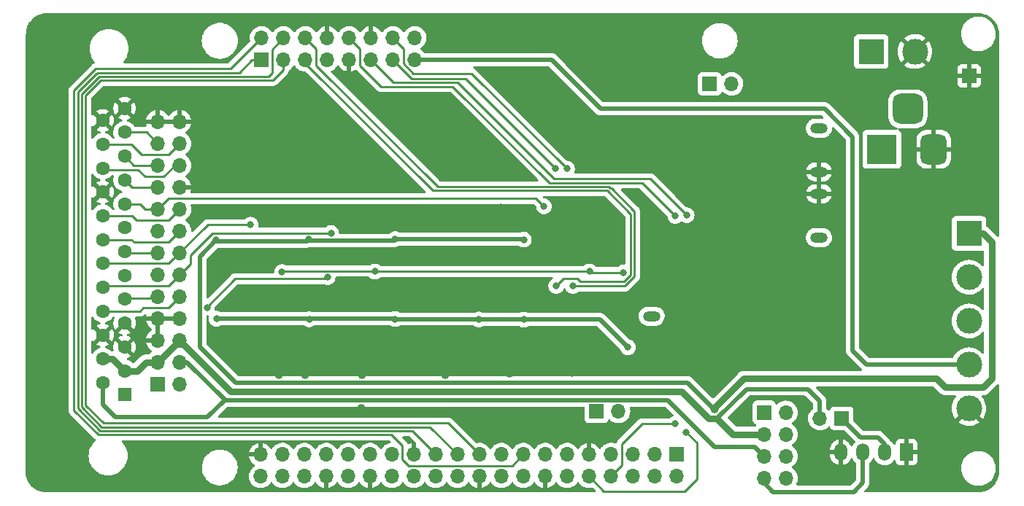
<source format=gbr>
G04 #@! TF.GenerationSoftware,KiCad,Pcbnew,(6.0.11-0)*
G04 #@! TF.CreationDate,2023-04-16T22:12:13+02:00*
G04 #@! TF.ProjectId,FluCom3,466c7543-6f6d-4332-9e6b-696361645f70,3.1*
G04 #@! TF.SameCoordinates,Original*
G04 #@! TF.FileFunction,Copper,L2,Bot*
G04 #@! TF.FilePolarity,Positive*
%FSLAX46Y46*%
G04 Gerber Fmt 4.6, Leading zero omitted, Abs format (unit mm)*
G04 Created by KiCad (PCBNEW (6.0.11-0)) date 2023-04-16 22:12:13*
%MOMM*%
%LPD*%
G01*
G04 APERTURE LIST*
G04 Aperture macros list*
%AMRoundRect*
0 Rectangle with rounded corners*
0 $1 Rounding radius*
0 $2 $3 $4 $5 $6 $7 $8 $9 X,Y pos of 4 corners*
0 Add a 4 corners polygon primitive as box body*
4,1,4,$2,$3,$4,$5,$6,$7,$8,$9,$2,$3,0*
0 Add four circle primitives for the rounded corners*
1,1,$1+$1,$2,$3*
1,1,$1+$1,$4,$5*
1,1,$1+$1,$6,$7*
1,1,$1+$1,$8,$9*
0 Add four rect primitives between the rounded corners*
20,1,$1+$1,$2,$3,$4,$5,0*
20,1,$1+$1,$4,$5,$6,$7,0*
20,1,$1+$1,$6,$7,$8,$9,0*
20,1,$1+$1,$8,$9,$2,$3,0*%
G04 Aperture macros list end*
G04 #@! TA.AperFunction,ComponentPad*
%ADD10R,1.700000X1.700000*%
G04 #@! TD*
G04 #@! TA.AperFunction,ComponentPad*
%ADD11O,1.700000X1.700000*%
G04 #@! TD*
G04 #@! TA.AperFunction,ComponentPad*
%ADD12R,3.500000X3.500000*%
G04 #@! TD*
G04 #@! TA.AperFunction,ComponentPad*
%ADD13RoundRect,0.750000X0.750000X1.000000X-0.750000X1.000000X-0.750000X-1.000000X0.750000X-1.000000X0*%
G04 #@! TD*
G04 #@! TA.AperFunction,ComponentPad*
%ADD14RoundRect,0.875000X0.875000X0.875000X-0.875000X0.875000X-0.875000X-0.875000X0.875000X-0.875000X0*%
G04 #@! TD*
G04 #@! TA.AperFunction,ComponentPad*
%ADD15R,3.000000X3.000000*%
G04 #@! TD*
G04 #@! TA.AperFunction,ComponentPad*
%ADD16C,3.000000*%
G04 #@! TD*
G04 #@! TA.AperFunction,ComponentPad*
%ADD17R,1.500000X2.000000*%
G04 #@! TD*
G04 #@! TA.AperFunction,ComponentPad*
%ADD18O,1.500000X2.000000*%
G04 #@! TD*
G04 #@! TA.AperFunction,ComponentPad*
%ADD19R,1.600000X1.600000*%
G04 #@! TD*
G04 #@! TA.AperFunction,ComponentPad*
%ADD20C,1.600000*%
G04 #@! TD*
G04 #@! TA.AperFunction,ComponentPad*
%ADD21O,2.000000X1.200000*%
G04 #@! TD*
G04 #@! TA.AperFunction,ViaPad*
%ADD22C,0.800000*%
G04 #@! TD*
G04 #@! TA.AperFunction,ViaPad*
%ADD23C,1.000000*%
G04 #@! TD*
G04 #@! TA.AperFunction,Conductor*
%ADD24C,0.500000*%
G04 #@! TD*
G04 #@! TA.AperFunction,Conductor*
%ADD25C,0.250000*%
G04 #@! TD*
G04 #@! TA.AperFunction,Conductor*
%ADD26C,0.800000*%
G04 #@! TD*
G04 #@! TA.AperFunction,Conductor*
%ADD27C,0.249987*%
G04 #@! TD*
G04 APERTURE END LIST*
D10*
X133000000Y-135500000D03*
D11*
X133000000Y-138040000D03*
X130460000Y-135500000D03*
X130460000Y-138040000D03*
X127920000Y-135500000D03*
X127920000Y-138040000D03*
X125380000Y-135500000D03*
X125380000Y-138040000D03*
X122840000Y-135500000D03*
X122840000Y-138040000D03*
X120300000Y-135500000D03*
X120300000Y-138040000D03*
X117760000Y-135500000D03*
X117760000Y-138040000D03*
X115220000Y-135500000D03*
X115220000Y-138040000D03*
X112680000Y-135500000D03*
X112680000Y-138040000D03*
X110140000Y-135500000D03*
X110140000Y-138040000D03*
X107600000Y-135500000D03*
X107600000Y-138040000D03*
X105060000Y-135500000D03*
X105060000Y-138040000D03*
X102520000Y-135500000D03*
X102520000Y-138040000D03*
X99980000Y-135500000D03*
X99980000Y-138040000D03*
X97440000Y-135500000D03*
X97440000Y-138040000D03*
X94900000Y-135500000D03*
X94900000Y-138040000D03*
X92360000Y-135500000D03*
X92360000Y-138040000D03*
X89820000Y-135500000D03*
X89820000Y-138040000D03*
X87280000Y-135500000D03*
X87280000Y-138040000D03*
X84740000Y-135500000D03*
X84740000Y-138040000D03*
D10*
X72785000Y-127325000D03*
D11*
X72785000Y-124785000D03*
X72785000Y-122245000D03*
X72785000Y-119705000D03*
X72785000Y-117165000D03*
X72785000Y-114625000D03*
X72785000Y-112085000D03*
X72785000Y-109545000D03*
X72785000Y-107005000D03*
X72785000Y-104465000D03*
X72785000Y-101925000D03*
X72785000Y-99385000D03*
X72785000Y-96845000D03*
X75325000Y-127325000D03*
X75325000Y-124785000D03*
X75325000Y-122245000D03*
X75325000Y-119705000D03*
X75325000Y-117165000D03*
X75325000Y-114625000D03*
X75325000Y-112085000D03*
X75325000Y-109545000D03*
X75325000Y-107005000D03*
X75325000Y-104465000D03*
X75325000Y-101925000D03*
X75325000Y-99385000D03*
X75325000Y-96845000D03*
D12*
X156814000Y-100050000D03*
D13*
X162814000Y-100050000D03*
D14*
X159814000Y-95350000D03*
D15*
X166900000Y-109825000D03*
D16*
X166900000Y-114905000D03*
X166900000Y-119985000D03*
X166900000Y-125065000D03*
X166900000Y-130145000D03*
D15*
X155560000Y-88700000D03*
D16*
X160640000Y-88700000D03*
D10*
X152146000Y-131300000D03*
D11*
X149606000Y-131300000D03*
D10*
X166925000Y-91525000D03*
D17*
X159650000Y-135225000D03*
D18*
X157110000Y-135225000D03*
X154570000Y-135225000D03*
X152030000Y-135225000D03*
D19*
X68961000Y-128550000D03*
D20*
X68961000Y-125780000D03*
X68961000Y-123010000D03*
X68961000Y-120240000D03*
X68961000Y-117470000D03*
X68961000Y-114700000D03*
X68961000Y-111930000D03*
X68961000Y-109160000D03*
X68961000Y-106390000D03*
X68961000Y-103620000D03*
X68961000Y-100850000D03*
X68961000Y-98080000D03*
X68961000Y-95310000D03*
X66421000Y-127165000D03*
X66421000Y-124395000D03*
X66421000Y-121625000D03*
X66421000Y-118855000D03*
X66421000Y-116085000D03*
X66421000Y-113315000D03*
X66421000Y-110545000D03*
X66421000Y-107775000D03*
X66421000Y-105005000D03*
X66421000Y-102235000D03*
X66421000Y-99465000D03*
X66421000Y-96695000D03*
D10*
X123710000Y-130500000D03*
D11*
X126250000Y-130500000D03*
D10*
X143150000Y-130600000D03*
D11*
X145690000Y-130600000D03*
X143150000Y-133140000D03*
X145690000Y-133140000D03*
X143150000Y-135680000D03*
X145690000Y-135680000D03*
X143150000Y-138220000D03*
X145690000Y-138220000D03*
D10*
X84836000Y-89662000D03*
D11*
X84836000Y-87122000D03*
X87376000Y-89662000D03*
X87376000Y-87122000D03*
X89916000Y-89662000D03*
X89916000Y-87122000D03*
X92456000Y-89662000D03*
X92456000Y-87122000D03*
X94996000Y-89662000D03*
X94996000Y-87122000D03*
X97536000Y-89662000D03*
X97536000Y-87122000D03*
X100076000Y-89662000D03*
X100076000Y-87122000D03*
X102616000Y-89662000D03*
X102616000Y-87122000D03*
D21*
X149500000Y-97590000D03*
X149500000Y-102670000D03*
X149500000Y-105210000D03*
X149500000Y-110290000D03*
X130094000Y-119434000D03*
D10*
X136825000Y-92450000D03*
D11*
X139365000Y-92450000D03*
D22*
X100330000Y-119761000D03*
X127343493Y-123042991D03*
X90373200Y-119786400D03*
X115265200Y-119837200D03*
X79632411Y-119732567D03*
X110050000Y-119820000D03*
D23*
X85953600Y-108051600D03*
X86850000Y-126202900D03*
X109900000Y-99600000D03*
X117551200Y-131826000D03*
X123850400Y-117754400D03*
X140716000Y-131114800D03*
X120853200Y-125984000D03*
X152450800Y-128473200D03*
X162052000Y-123037600D03*
X141448000Y-115275000D03*
X89458800Y-97536000D03*
X96411463Y-130149989D03*
X106172000Y-126202900D03*
X98900000Y-103000000D03*
X89458800Y-103327200D03*
X96520000Y-126202900D03*
X113639600Y-126085600D03*
X112623600Y-106832400D03*
X89865200Y-126202900D03*
X137414000Y-130175000D03*
D22*
X115265200Y-110540800D03*
X100330000Y-110490000D03*
X90322400Y-110503300D03*
X79603600Y-110591600D03*
X132842000Y-131927600D03*
X132842000Y-107797600D03*
X134162800Y-107696000D03*
X134112000Y-132892800D03*
X97993200Y-114249200D03*
X122886018Y-114235907D03*
X126847600Y-114350800D03*
X87210269Y-114300000D03*
X92506800Y-114903989D03*
X78522700Y-118420034D03*
X117602000Y-106680000D03*
X92913200Y-109778800D03*
X83566000Y-108813600D03*
X119024400Y-115925600D03*
X120954800Y-115925600D03*
X118973600Y-102311200D03*
X120278444Y-102309376D03*
D24*
X89662000Y-119735600D02*
X79679800Y-119735600D01*
D25*
X100292000Y-119723000D02*
X100330000Y-119761000D01*
D24*
X110050000Y-119820000D02*
X115248000Y-119820000D01*
X109991000Y-119761000D02*
X100330000Y-119761000D01*
D25*
X110050000Y-119820000D02*
X109991000Y-119761000D01*
D24*
X89700000Y-119735600D02*
X100292000Y-119735600D01*
X124137702Y-119837200D02*
X115265200Y-119837200D01*
X115248000Y-119820000D02*
X115265200Y-119837200D01*
D25*
X89671000Y-119752000D02*
X89700000Y-119723000D01*
D24*
X79688800Y-119752000D02*
X79654400Y-119786400D01*
X127343493Y-123042991D02*
X124137702Y-119837200D01*
X90447401Y-110628301D02*
X90322400Y-110503300D01*
X79603600Y-110591600D02*
X79720911Y-110708911D01*
X81838800Y-127152400D02*
X77673200Y-122986800D01*
X77673200Y-112522000D02*
X79603600Y-110591600D01*
X79720911Y-110708911D02*
X90116789Y-110708911D01*
D26*
X163169600Y-126695200D02*
X164185600Y-127711200D01*
D24*
X100330000Y-110490000D02*
X115214400Y-110490000D01*
X100330000Y-110490000D02*
X100191699Y-110628301D01*
X100191699Y-110628301D02*
X90447401Y-110628301D01*
X77673200Y-122986800D02*
X77673200Y-112522000D01*
D26*
X140766800Y-126695200D02*
X163169600Y-126695200D01*
D24*
X137287000Y-130175000D02*
X134264400Y-127152400D01*
D26*
X168554400Y-127711200D02*
X169570400Y-126695200D01*
X169570400Y-126695200D02*
X169570400Y-110845600D01*
D24*
X90116789Y-110708911D02*
X90322400Y-110503300D01*
X115214400Y-110490000D02*
X115265200Y-110540800D01*
D26*
X137414000Y-130175000D02*
X137414000Y-130048000D01*
X137414000Y-130048000D02*
X140766800Y-126695200D01*
X169570400Y-110845600D02*
X168549800Y-109825000D01*
X164185600Y-127711200D02*
X168554400Y-127711200D01*
D24*
X134264400Y-127152400D02*
X81838800Y-127152400D01*
D26*
X168549800Y-109825000D02*
X166900000Y-109825000D01*
D24*
X152146000Y-131300000D02*
X154323000Y-133477000D01*
X157110000Y-134250000D02*
X157110000Y-135225000D01*
X154323000Y-133477000D02*
X156337000Y-133477000D01*
X156337000Y-133477000D02*
X157110000Y-134250000D01*
X144195800Y-139827000D02*
X153543000Y-139827000D01*
X154570000Y-138800000D02*
X154570000Y-135225000D01*
X153543000Y-139827000D02*
X154570000Y-138800000D01*
X143150000Y-138781200D02*
X144195800Y-139827000D01*
D27*
X126644400Y-134315200D02*
X129032000Y-131927600D01*
X96266000Y-90322400D02*
X98696697Y-92753097D01*
X98696697Y-92753097D02*
X107027897Y-92753097D01*
X128996606Y-103952206D02*
X132842000Y-107797600D01*
X126644400Y-136775600D02*
X126644400Y-134315200D01*
X129032000Y-131927600D02*
X132842000Y-131927600D01*
X118227006Y-103952206D02*
X128996606Y-103952206D01*
X125380000Y-138040000D02*
X126644400Y-136775600D01*
X94996000Y-87122000D02*
X96266000Y-88392000D01*
X96266000Y-88392000D02*
X96266000Y-90322400D01*
X107027897Y-92753097D02*
X118227006Y-103952206D01*
X107594400Y-92303600D02*
X118793509Y-103502709D01*
X135331200Y-138328400D02*
X135331200Y-134112000D01*
X133908800Y-139750800D02*
X135331200Y-138328400D01*
X97536000Y-89662000D02*
X100177600Y-92303600D01*
X118793509Y-103502709D02*
X129969509Y-103502709D01*
X135331200Y-134112000D02*
X134112000Y-132892800D01*
X122840000Y-138040000D02*
X124550800Y-139750800D01*
X124550800Y-139750800D02*
X133908800Y-139750800D01*
X100177600Y-92303600D02*
X107594400Y-92303600D01*
X129969509Y-103502709D02*
X134162800Y-107696000D01*
X65938400Y-133197600D02*
X63093600Y-130352800D01*
X63093600Y-93216632D02*
X65616825Y-90693407D01*
X99923600Y-133197600D02*
X65938400Y-133197600D01*
X113915600Y-136804400D02*
X101904800Y-136804400D01*
X65616825Y-90693407D02*
X81264593Y-90693407D01*
X101193600Y-136093200D02*
X101193600Y-134467600D01*
X101904800Y-136804400D02*
X101193600Y-136093200D01*
X63093600Y-130352800D02*
X63093600Y-93216632D01*
X81264593Y-90693407D02*
X84836000Y-87122000D01*
X101193600Y-134467600D02*
X99923600Y-133197600D01*
X115220000Y-135500000D02*
X113915600Y-136804400D01*
X106489109Y-131849109D02*
X66496961Y-131849109D01*
X86198185Y-92041896D02*
X87376000Y-90864081D01*
X87376000Y-90864081D02*
X87376000Y-89662000D01*
X66200104Y-92041896D02*
X86198185Y-92041896D01*
X110140000Y-135500000D02*
X106489109Y-131849109D01*
X64442091Y-93799909D02*
X66200104Y-92041896D01*
X66496961Y-131849109D02*
X64442091Y-129794239D01*
X64442091Y-129794239D02*
X64442091Y-93799909D01*
X97993200Y-114249200D02*
X122872725Y-114249200D01*
X87330774Y-114179495D02*
X87210269Y-114300000D01*
X97923495Y-114179495D02*
X87330774Y-114179495D01*
X123000911Y-114350800D02*
X122886018Y-114235907D01*
X122872725Y-114249200D02*
X122886018Y-114235907D01*
X126847600Y-114350800D02*
X123000911Y-114350800D01*
X97993200Y-114249200D02*
X97923495Y-114179495D01*
X63992594Y-129980426D02*
X63992595Y-93613721D01*
X104398606Y-132298606D02*
X66310773Y-132298605D01*
X86050000Y-91191200D02*
X86050000Y-88448000D01*
X63992595Y-93613721D02*
X66013917Y-91592399D01*
X107600000Y-135500000D02*
X104398606Y-132298606D01*
X85648801Y-91592399D02*
X86050000Y-91191200D01*
X66013917Y-91592399D02*
X85648801Y-91592399D01*
X66310773Y-132298605D02*
X63992594Y-129980426D01*
X86050000Y-88448000D02*
X87376000Y-87122000D01*
D24*
X141097000Y-127889000D02*
X137668000Y-131318000D01*
D26*
X81248400Y-128168400D02*
X75325000Y-122245000D01*
X137668000Y-131318000D02*
X139490000Y-133140000D01*
X133553200Y-128168400D02*
X81248400Y-128168400D01*
X71430000Y-124785000D02*
X72785000Y-124785000D01*
X75325000Y-122245000D02*
X72785000Y-124785000D01*
X137668000Y-131318000D02*
X136702800Y-131318000D01*
D24*
X148209000Y-127889000D02*
X141097000Y-127889000D01*
D26*
X67576000Y-124395000D02*
X68961000Y-125780000D01*
X136702800Y-131318000D02*
X133553200Y-128168400D01*
X70435000Y-125780000D02*
X71430000Y-124785000D01*
X139490000Y-133140000D02*
X143150000Y-133140000D01*
D24*
X149606000Y-131300000D02*
X149606000Y-129286000D01*
D26*
X68961000Y-125780000D02*
X70435000Y-125780000D01*
X66421000Y-124395000D02*
X67576000Y-124395000D01*
D24*
X149606000Y-129286000D02*
X148209000Y-127889000D01*
D25*
X92348789Y-115062000D02*
X81788000Y-115062000D01*
X92506800Y-114903989D02*
X92348789Y-115062000D01*
X81788000Y-115062000D02*
X78522700Y-118327300D01*
X78522700Y-118327300D02*
X78522700Y-118420034D01*
X72785000Y-117165000D02*
X72602000Y-117348000D01*
X72602000Y-117348000D02*
X69449000Y-117348000D01*
X69449000Y-117348000D02*
X69266000Y-117165000D01*
X72785000Y-112085000D02*
X69116000Y-112085000D01*
X71318000Y-107005000D02*
X72785000Y-107005000D01*
X74024400Y-105765600D02*
X72785000Y-107005000D01*
X70739000Y-106426000D02*
X71318000Y-107005000D01*
X117602000Y-106680000D02*
X116687600Y-105765600D01*
X116687600Y-105765600D02*
X74024400Y-105765600D01*
X68997000Y-106426000D02*
X70739000Y-106426000D01*
X69806000Y-104465000D02*
X68961000Y-103620000D01*
X72785000Y-104465000D02*
X69806000Y-104465000D01*
X70036000Y-101925000D02*
X68961000Y-100850000D01*
X72785000Y-101925000D02*
X70036000Y-101925000D01*
X72785000Y-99385000D02*
X71480000Y-98080000D01*
X71480000Y-98080000D02*
X68961000Y-98080000D01*
D24*
X76220200Y-124785000D02*
X75325000Y-124785000D01*
X67919600Y-131165600D02*
X66421000Y-129667000D01*
X131994489Y-129200489D02*
X80635689Y-129200489D01*
X143150000Y-135680000D02*
X142090000Y-134620000D01*
X80635689Y-129200489D02*
X76220200Y-124785000D01*
X142090000Y-134620000D02*
X137414000Y-134620000D01*
X137414000Y-134620000D02*
X131994489Y-129200489D01*
X66421000Y-129667000D02*
X66421000Y-127165000D01*
X80552711Y-129200489D02*
X78587600Y-131165600D01*
X80635689Y-129200489D02*
X80552711Y-129200489D01*
X78587600Y-131165600D02*
X67919600Y-131165600D01*
D25*
X71120000Y-118465600D02*
X70730600Y-118855000D01*
X70730600Y-118855000D02*
X66421000Y-118855000D01*
X75325000Y-117165000D02*
X74024400Y-118465600D01*
X74024400Y-118465600D02*
X71120000Y-118465600D01*
X74075200Y-115874800D02*
X66631200Y-115874800D01*
X75325000Y-114625000D02*
X74075200Y-115874800D01*
X79146400Y-109778800D02*
X76606400Y-112318800D01*
X66631200Y-115874800D02*
X66421000Y-116085000D01*
X76606400Y-112318800D02*
X76606400Y-113343600D01*
X92913200Y-109778800D02*
X79146400Y-109778800D01*
X76606400Y-113343600D02*
X75325000Y-114625000D01*
X78596400Y-108813600D02*
X83566000Y-108813600D01*
X74095000Y-113315000D02*
X78596400Y-108813600D01*
X66421000Y-113315000D02*
X74095000Y-113315000D01*
X75325000Y-109545000D02*
X74024400Y-110845600D01*
X69775222Y-110545000D02*
X66421000Y-110545000D01*
X70075822Y-110845600D02*
X69775222Y-110545000D01*
X74024400Y-110845600D02*
X70075822Y-110845600D01*
X75325000Y-107005000D02*
X74024400Y-108305600D01*
D24*
X150164800Y-95351600D02*
X124180600Y-95351600D01*
X155037000Y-125065000D02*
X153416000Y-123444000D01*
X153416000Y-98602800D02*
X150164800Y-95351600D01*
X124180600Y-95351600D02*
X118491000Y-89662000D01*
X153416000Y-123444000D02*
X153416000Y-98602800D01*
D25*
X74024400Y-108305600D02*
X70362133Y-108305600D01*
D24*
X166900000Y-125065000D02*
X155037000Y-125065000D01*
X118491000Y-89662000D02*
X102616000Y-89662000D01*
D25*
X70362133Y-108305600D02*
X69831533Y-107775000D01*
X69831533Y-107775000D02*
X66421000Y-107775000D01*
X66597499Y-102411499D02*
X66421000Y-102235000D01*
X70509099Y-102411499D02*
X66597499Y-102411499D01*
X74808200Y-101925000D02*
X73507600Y-103225600D01*
X73507600Y-103225600D02*
X71323200Y-103225600D01*
X75325000Y-101925000D02*
X74808200Y-101925000D01*
X71323200Y-103225600D02*
X70509099Y-102411499D01*
X70916800Y-100634800D02*
X69747000Y-99465000D01*
X69747000Y-99465000D02*
X66421000Y-99465000D01*
X74075200Y-100634800D02*
X70916800Y-100634800D01*
X75325000Y-99385000D02*
X74075200Y-100634800D01*
D27*
X65827730Y-91142902D02*
X82255110Y-91142903D01*
X65741535Y-91229097D02*
X65827730Y-91142902D01*
X83736013Y-89662000D02*
X84836000Y-89662000D01*
X65716819Y-91229097D02*
X65741535Y-91229097D01*
X63543097Y-93402819D02*
X65716819Y-91229097D01*
X102308103Y-132748103D02*
X66124585Y-132748101D01*
X82255110Y-91142903D02*
X83736013Y-89662000D01*
X66124585Y-132748101D02*
X63543097Y-130166613D01*
X105060000Y-135500000D02*
X102308103Y-132748103D01*
X63543097Y-130166613D02*
X63543097Y-93402819D01*
X127660400Y-107594400D02*
X124917200Y-104851200D01*
X121462800Y-115062000D02*
X121818400Y-115417600D01*
X126898400Y-115417600D02*
X127660400Y-114655600D01*
X119024400Y-115874800D02*
X119837200Y-115062000D01*
X121818400Y-115417600D02*
X126898400Y-115417600D01*
X127660400Y-114655600D02*
X127660400Y-107594400D01*
X119024400Y-115925600D02*
X119024400Y-115874800D01*
X124917200Y-104851200D02*
X104698800Y-104851200D01*
X104698800Y-104851200D02*
X89916000Y-90068400D01*
X89916000Y-90068400D02*
X89916000Y-89662000D01*
X119837200Y-115062000D02*
X121462800Y-115062000D01*
X120954800Y-115925600D02*
X120972496Y-115943296D01*
X128109897Y-114841787D02*
X128109897Y-107231097D01*
X124731012Y-104401704D02*
X105265303Y-104401703D01*
X125103387Y-104401703D02*
X124731012Y-104401704D01*
X105265303Y-104401703D02*
X91186000Y-90322400D01*
X120972496Y-115943296D02*
X127008388Y-115943296D01*
X91186000Y-88392000D02*
X89916000Y-87122000D01*
X128109897Y-107231097D02*
X125460594Y-104581794D01*
X125283478Y-104581794D02*
X125103387Y-104401703D01*
X127008388Y-115943296D02*
X128109897Y-114841787D01*
X125460594Y-104581794D02*
X125283478Y-104581794D01*
X91186000Y-90322400D02*
X91186000Y-88392000D01*
X102268103Y-91854103D02*
X108516503Y-91854103D01*
X108516503Y-91854103D02*
X118973600Y-102311200D01*
X100076000Y-89662000D02*
X102268103Y-91854103D01*
X101350000Y-88396000D02*
X101350000Y-90123200D01*
X109205868Y-91236800D02*
X120278444Y-102309376D01*
X102463600Y-91236800D02*
X109205868Y-91236800D01*
X101350000Y-90123200D02*
X102463600Y-91236800D01*
X100076000Y-87122000D02*
X101350000Y-88396000D01*
G04 #@! TA.AperFunction,Conductor*
G36*
X167970018Y-84260000D02*
G01*
X167984851Y-84262310D01*
X167984855Y-84262310D01*
X167993724Y-84263691D01*
X168010923Y-84261442D01*
X168034863Y-84260609D01*
X168280656Y-84275477D01*
X168295760Y-84277311D01*
X168564825Y-84326619D01*
X168579598Y-84330260D01*
X168840769Y-84411644D01*
X168854987Y-84417036D01*
X169104434Y-84529304D01*
X169117904Y-84536373D01*
X169352005Y-84677892D01*
X169364527Y-84686535D01*
X169579864Y-84855241D01*
X169591252Y-84865331D01*
X169784669Y-85058748D01*
X169794759Y-85070136D01*
X169963465Y-85285473D01*
X169972108Y-85297995D01*
X170113627Y-85532096D01*
X170120696Y-85545566D01*
X170230605Y-85789771D01*
X170232962Y-85795009D01*
X170238356Y-85809231D01*
X170279551Y-85941429D01*
X170319740Y-86070402D01*
X170323381Y-86085175D01*
X170372689Y-86354240D01*
X170374523Y-86369344D01*
X170388953Y-86607904D01*
X170387692Y-86634716D01*
X170387690Y-86634852D01*
X170386309Y-86643724D01*
X170387473Y-86652626D01*
X170387473Y-86652628D01*
X170390436Y-86675283D01*
X170391500Y-86691621D01*
X170391500Y-110073609D01*
X170371498Y-110141730D01*
X170317842Y-110188223D01*
X170247568Y-110198327D01*
X170182785Y-110167991D01*
X170181653Y-110166734D01*
X170170265Y-110158460D01*
X170155232Y-110145619D01*
X169249781Y-109240168D01*
X169236940Y-109225135D01*
X169232546Y-109219087D01*
X169232545Y-109219086D01*
X169228666Y-109213747D01*
X169177841Y-109167984D01*
X169173056Y-109163443D01*
X169158541Y-109148928D01*
X169146412Y-109139106D01*
X169142584Y-109136006D01*
X169137569Y-109131722D01*
X169091655Y-109090381D01*
X169091650Y-109090377D01*
X169086744Y-109085960D01*
X169081028Y-109082660D01*
X169081024Y-109082657D01*
X169074563Y-109078927D01*
X169058266Y-109067727D01*
X169052460Y-109063025D01*
X169052458Y-109063024D01*
X169047330Y-109058871D01*
X168986377Y-109027814D01*
X168980606Y-109024681D01*
X168971494Y-109019420D01*
X168922504Y-108968036D01*
X168908500Y-108910304D01*
X168908500Y-108276866D01*
X168901745Y-108214684D01*
X168850615Y-108078295D01*
X168763261Y-107961739D01*
X168646705Y-107874385D01*
X168510316Y-107823255D01*
X168448134Y-107816500D01*
X165351866Y-107816500D01*
X165289684Y-107823255D01*
X165153295Y-107874385D01*
X165036739Y-107961739D01*
X164949385Y-108078295D01*
X164898255Y-108214684D01*
X164891500Y-108276866D01*
X164891500Y-111373134D01*
X164898255Y-111435316D01*
X164949385Y-111571705D01*
X165036739Y-111688261D01*
X165153295Y-111775615D01*
X165289684Y-111826745D01*
X165351866Y-111833500D01*
X168448134Y-111833500D01*
X168510188Y-111826759D01*
X168510191Y-111826759D01*
X168510316Y-111826745D01*
X168510318Y-111826765D01*
X168577649Y-111830278D01*
X168635294Y-111871721D01*
X168661382Y-111937751D01*
X168661900Y-111949160D01*
X168661900Y-113529746D01*
X168641898Y-113597867D01*
X168588242Y-113644360D01*
X168517968Y-113654464D01*
X168453388Y-113624970D01*
X168443600Y-113615517D01*
X168281046Y-113440588D01*
X168281043Y-113440585D01*
X168278125Y-113437445D01*
X168274810Y-113434731D01*
X168274806Y-113434728D01*
X168069523Y-113266706D01*
X168066205Y-113263990D01*
X167832704Y-113120901D01*
X167828768Y-113119173D01*
X167585873Y-113012549D01*
X167585869Y-113012548D01*
X167581945Y-113010825D01*
X167318566Y-112935800D01*
X167314324Y-112935196D01*
X167314318Y-112935195D01*
X167113834Y-112906662D01*
X167047443Y-112897213D01*
X166903589Y-112896460D01*
X166777877Y-112895802D01*
X166777871Y-112895802D01*
X166773591Y-112895780D01*
X166769347Y-112896339D01*
X166769343Y-112896339D01*
X166650302Y-112912011D01*
X166502078Y-112931525D01*
X166497938Y-112932658D01*
X166497936Y-112932658D01*
X166425008Y-112952609D01*
X166237928Y-113003788D01*
X166233980Y-113005472D01*
X165989982Y-113109546D01*
X165989978Y-113109548D01*
X165986030Y-113111232D01*
X165966125Y-113123145D01*
X165754725Y-113249664D01*
X165754721Y-113249667D01*
X165751043Y-113251868D01*
X165537318Y-113423094D01*
X165500433Y-113461963D01*
X165353070Y-113617251D01*
X165348808Y-113621742D01*
X165189002Y-113844136D01*
X165060857Y-114086161D01*
X165059385Y-114090184D01*
X165059383Y-114090188D01*
X164985005Y-114293435D01*
X164966743Y-114343337D01*
X164908404Y-114610907D01*
X164902054Y-114691590D01*
X164891985Y-114819531D01*
X164886917Y-114883918D01*
X164902682Y-115157320D01*
X164903507Y-115161525D01*
X164903508Y-115161533D01*
X164925877Y-115275545D01*
X164955405Y-115426053D01*
X164956792Y-115430103D01*
X164956793Y-115430108D01*
X165038643Y-115669171D01*
X165044112Y-115685144D01*
X165054799Y-115706393D01*
X165149243Y-115894174D01*
X165167160Y-115929799D01*
X165169586Y-115933328D01*
X165169589Y-115933334D01*
X165234036Y-116027104D01*
X165322274Y-116155490D01*
X165325161Y-116158663D01*
X165325162Y-116158664D01*
X165451179Y-116297156D01*
X165506582Y-116358043D01*
X165509877Y-116360798D01*
X165509878Y-116360799D01*
X165526487Y-116374686D01*
X165716675Y-116533707D01*
X165720316Y-116535991D01*
X165945024Y-116676951D01*
X165945028Y-116676953D01*
X165948664Y-116679234D01*
X166062692Y-116730720D01*
X166194345Y-116790164D01*
X166194349Y-116790166D01*
X166198257Y-116791930D01*
X166211207Y-116795766D01*
X166456723Y-116868491D01*
X166456727Y-116868492D01*
X166460836Y-116869709D01*
X166465070Y-116870357D01*
X166465075Y-116870358D01*
X166727298Y-116910483D01*
X166727300Y-116910483D01*
X166731540Y-116911132D01*
X166870912Y-116913322D01*
X167001071Y-116915367D01*
X167001077Y-116915367D01*
X167005362Y-116915434D01*
X167277235Y-116882534D01*
X167542127Y-116813041D01*
X167546087Y-116811401D01*
X167546092Y-116811399D01*
X167703357Y-116746257D01*
X167795136Y-116708241D01*
X167970578Y-116605721D01*
X168027879Y-116572237D01*
X168027880Y-116572236D01*
X168031582Y-116570073D01*
X168247089Y-116401094D01*
X168288809Y-116358043D01*
X168434686Y-116207509D01*
X168437669Y-116204431D01*
X168439801Y-116201529D01*
X168498910Y-116162501D01*
X168569902Y-116161623D01*
X168630098Y-116199266D01*
X168660386Y-116263477D01*
X168661900Y-116282949D01*
X168661900Y-118609746D01*
X168641898Y-118677867D01*
X168588242Y-118724360D01*
X168517968Y-118734464D01*
X168453388Y-118704970D01*
X168443600Y-118695517D01*
X168281046Y-118520588D01*
X168281043Y-118520585D01*
X168278125Y-118517445D01*
X168274810Y-118514731D01*
X168274806Y-118514728D01*
X168132688Y-118398406D01*
X168066205Y-118343990D01*
X167851030Y-118212131D01*
X167836366Y-118203145D01*
X167836365Y-118203145D01*
X167832704Y-118200901D01*
X167828768Y-118199173D01*
X167585873Y-118092549D01*
X167585869Y-118092548D01*
X167581945Y-118090825D01*
X167318566Y-118015800D01*
X167314324Y-118015196D01*
X167314318Y-118015195D01*
X167083839Y-117982393D01*
X167047443Y-117977213D01*
X166903589Y-117976460D01*
X166777877Y-117975802D01*
X166777871Y-117975802D01*
X166773591Y-117975780D01*
X166769347Y-117976339D01*
X166769343Y-117976339D01*
X166650302Y-117992011D01*
X166502078Y-118011525D01*
X166497938Y-118012658D01*
X166497936Y-118012658D01*
X166425008Y-118032609D01*
X166237928Y-118083788D01*
X166233980Y-118085472D01*
X165989982Y-118189546D01*
X165989978Y-118189548D01*
X165986030Y-118191232D01*
X165944460Y-118216111D01*
X165754725Y-118329664D01*
X165754721Y-118329667D01*
X165751043Y-118331868D01*
X165537318Y-118503094D01*
X165479270Y-118564264D01*
X165371465Y-118677867D01*
X165348808Y-118701742D01*
X165189002Y-118924136D01*
X165060857Y-119166161D01*
X165059385Y-119170184D01*
X165059383Y-119170188D01*
X164971664Y-119409890D01*
X164966743Y-119423337D01*
X164908404Y-119690907D01*
X164907437Y-119703197D01*
X164887461Y-119957012D01*
X164886917Y-119963918D01*
X164902682Y-120237320D01*
X164903507Y-120241525D01*
X164903508Y-120241533D01*
X164928920Y-120371058D01*
X164955405Y-120506053D01*
X164956792Y-120510103D01*
X164956793Y-120510108D01*
X165038513Y-120748792D01*
X165044112Y-120765144D01*
X165073628Y-120823831D01*
X165153684Y-120983004D01*
X165167160Y-121009799D01*
X165169586Y-121013328D01*
X165169589Y-121013334D01*
X165315501Y-121225635D01*
X165322274Y-121235490D01*
X165325161Y-121238663D01*
X165325162Y-121238664D01*
X165337515Y-121252240D01*
X165506582Y-121438043D01*
X165509877Y-121440798D01*
X165509878Y-121440799D01*
X165554382Y-121478010D01*
X165716675Y-121613707D01*
X165720316Y-121615991D01*
X165945024Y-121756951D01*
X165945028Y-121756953D01*
X165948664Y-121759234D01*
X166016544Y-121789883D01*
X166194345Y-121870164D01*
X166194349Y-121870166D01*
X166198257Y-121871930D01*
X166202377Y-121873150D01*
X166202376Y-121873150D01*
X166456723Y-121948491D01*
X166456727Y-121948492D01*
X166460836Y-121949709D01*
X166465070Y-121950357D01*
X166465075Y-121950358D01*
X166727298Y-121990483D01*
X166727300Y-121990483D01*
X166731540Y-121991132D01*
X166870912Y-121993322D01*
X167001071Y-121995367D01*
X167001077Y-121995367D01*
X167005362Y-121995434D01*
X167277235Y-121962534D01*
X167542127Y-121893041D01*
X167546087Y-121891401D01*
X167546092Y-121891399D01*
X167740867Y-121810720D01*
X167795136Y-121788241D01*
X168031582Y-121650073D01*
X168247089Y-121481094D01*
X168288809Y-121438043D01*
X168434686Y-121287509D01*
X168437669Y-121284431D01*
X168439801Y-121281529D01*
X168498910Y-121242501D01*
X168569902Y-121241623D01*
X168630098Y-121279266D01*
X168660386Y-121343477D01*
X168661900Y-121362949D01*
X168661900Y-123689746D01*
X168641898Y-123757867D01*
X168588242Y-123804360D01*
X168517968Y-123814464D01*
X168453388Y-123784970D01*
X168443600Y-123775517D01*
X168281046Y-123600588D01*
X168281043Y-123600585D01*
X168278125Y-123597445D01*
X168274810Y-123594731D01*
X168274806Y-123594728D01*
X168069523Y-123426706D01*
X168066205Y-123423990D01*
X167832704Y-123280901D01*
X167828768Y-123279173D01*
X167585873Y-123172549D01*
X167585869Y-123172548D01*
X167581945Y-123170825D01*
X167318566Y-123095800D01*
X167314324Y-123095196D01*
X167314318Y-123095195D01*
X167113834Y-123066662D01*
X167047443Y-123057213D01*
X166903589Y-123056460D01*
X166777877Y-123055802D01*
X166777871Y-123055802D01*
X166773591Y-123055780D01*
X166769347Y-123056339D01*
X166769343Y-123056339D01*
X166650302Y-123072011D01*
X166502078Y-123091525D01*
X166497938Y-123092658D01*
X166497936Y-123092658D01*
X166454971Y-123104412D01*
X166237928Y-123163788D01*
X166233980Y-123165472D01*
X165989982Y-123269546D01*
X165989978Y-123269548D01*
X165986030Y-123271232D01*
X165966125Y-123283145D01*
X165754725Y-123409664D01*
X165754721Y-123409667D01*
X165751043Y-123411868D01*
X165537318Y-123583094D01*
X165487556Y-123635532D01*
X165360546Y-123769373D01*
X165348808Y-123781742D01*
X165189002Y-124004136D01*
X165085215Y-124200158D01*
X165064406Y-124239459D01*
X165014853Y-124290302D01*
X164953051Y-124306500D01*
X155403371Y-124306500D01*
X155335250Y-124286498D01*
X155314276Y-124269595D01*
X154211405Y-123166724D01*
X154177379Y-123104412D01*
X154174500Y-123077629D01*
X154174500Y-101848134D01*
X154555500Y-101848134D01*
X154562255Y-101910316D01*
X154613385Y-102046705D01*
X154700739Y-102163261D01*
X154817295Y-102250615D01*
X154953684Y-102301745D01*
X155015866Y-102308500D01*
X158612134Y-102308500D01*
X158674316Y-102301745D01*
X158810705Y-102250615D01*
X158927261Y-102163261D01*
X159014615Y-102046705D01*
X159065745Y-101910316D01*
X159072500Y-101848134D01*
X159072500Y-101109961D01*
X160806001Y-101109961D01*
X160806209Y-101115071D01*
X160817082Y-101248767D01*
X160818852Y-101259320D01*
X160871967Y-101466185D01*
X160875701Y-101476731D01*
X160964510Y-101670705D01*
X160970046Y-101680412D01*
X161091803Y-101855597D01*
X161098976Y-101864176D01*
X161249824Y-102015024D01*
X161258403Y-102022197D01*
X161433588Y-102143954D01*
X161443295Y-102149490D01*
X161637269Y-102238299D01*
X161647815Y-102242033D01*
X161854679Y-102295147D01*
X161865234Y-102296918D01*
X161998930Y-102307793D01*
X162004036Y-102308000D01*
X162541885Y-102308000D01*
X162557124Y-102303525D01*
X162558329Y-102302135D01*
X162560000Y-102294452D01*
X162560000Y-102289884D01*
X163068000Y-102289884D01*
X163072475Y-102305123D01*
X163073865Y-102306328D01*
X163081548Y-102307999D01*
X163623961Y-102307999D01*
X163629071Y-102307791D01*
X163762767Y-102296918D01*
X163773320Y-102295148D01*
X163980185Y-102242033D01*
X163990731Y-102238299D01*
X164184705Y-102149490D01*
X164194412Y-102143954D01*
X164369597Y-102022197D01*
X164378176Y-102015024D01*
X164529024Y-101864176D01*
X164536197Y-101855597D01*
X164657954Y-101680412D01*
X164663490Y-101670705D01*
X164752299Y-101476731D01*
X164756033Y-101466185D01*
X164809147Y-101259321D01*
X164810918Y-101248766D01*
X164821793Y-101115070D01*
X164822000Y-101109964D01*
X164822000Y-100322115D01*
X164817525Y-100306876D01*
X164816135Y-100305671D01*
X164808452Y-100304000D01*
X163086115Y-100304000D01*
X163070876Y-100308475D01*
X163069671Y-100309865D01*
X163068000Y-100317548D01*
X163068000Y-102289884D01*
X162560000Y-102289884D01*
X162560000Y-100322115D01*
X162555525Y-100306876D01*
X162554135Y-100305671D01*
X162546452Y-100304000D01*
X160824116Y-100304000D01*
X160808877Y-100308475D01*
X160807672Y-100309865D01*
X160806001Y-100317548D01*
X160806001Y-101109961D01*
X159072500Y-101109961D01*
X159072500Y-99777885D01*
X160806000Y-99777885D01*
X160810475Y-99793124D01*
X160811865Y-99794329D01*
X160819548Y-99796000D01*
X162541885Y-99796000D01*
X162557124Y-99791525D01*
X162558329Y-99790135D01*
X162560000Y-99782452D01*
X162560000Y-99777885D01*
X163068000Y-99777885D01*
X163072475Y-99793124D01*
X163073865Y-99794329D01*
X163081548Y-99796000D01*
X164803884Y-99796000D01*
X164819123Y-99791525D01*
X164820328Y-99790135D01*
X164821999Y-99782452D01*
X164821999Y-98990039D01*
X164821791Y-98984929D01*
X164810918Y-98851233D01*
X164809148Y-98840680D01*
X164756033Y-98633815D01*
X164752299Y-98623269D01*
X164663490Y-98429295D01*
X164657954Y-98419588D01*
X164536197Y-98244403D01*
X164529024Y-98235824D01*
X164378176Y-98084976D01*
X164369597Y-98077803D01*
X164194412Y-97956046D01*
X164184705Y-97950510D01*
X163990731Y-97861701D01*
X163980185Y-97857967D01*
X163773321Y-97804853D01*
X163762766Y-97803082D01*
X163629070Y-97792207D01*
X163623964Y-97792000D01*
X163086115Y-97792000D01*
X163070876Y-97796475D01*
X163069671Y-97797865D01*
X163068000Y-97805548D01*
X163068000Y-99777885D01*
X162560000Y-99777885D01*
X162560000Y-97810116D01*
X162555525Y-97794877D01*
X162554135Y-97793672D01*
X162546452Y-97792001D01*
X162004039Y-97792001D01*
X161998929Y-97792209D01*
X161865233Y-97803082D01*
X161854680Y-97804852D01*
X161647815Y-97857967D01*
X161637269Y-97861701D01*
X161443295Y-97950510D01*
X161433588Y-97956046D01*
X161258403Y-98077803D01*
X161249824Y-98084976D01*
X161098976Y-98235824D01*
X161091803Y-98244403D01*
X160970046Y-98419588D01*
X160964510Y-98429295D01*
X160875701Y-98623269D01*
X160871967Y-98633815D01*
X160818853Y-98840679D01*
X160817082Y-98851234D01*
X160806207Y-98984930D01*
X160806000Y-98990036D01*
X160806000Y-99777885D01*
X159072500Y-99777885D01*
X159072500Y-98251866D01*
X159065745Y-98189684D01*
X159014615Y-98053295D01*
X158927261Y-97936739D01*
X158810705Y-97849385D01*
X158802304Y-97846236D01*
X158800082Y-97845019D01*
X158749936Y-97794760D01*
X158734923Y-97725369D01*
X158759809Y-97658877D01*
X158816693Y-97616395D01*
X158860592Y-97608500D01*
X160781364Y-97608500D01*
X160783037Y-97608409D01*
X160783052Y-97608409D01*
X160834599Y-97605617D01*
X160838957Y-97605381D01*
X160878059Y-97597745D01*
X161064160Y-97561402D01*
X161064161Y-97561402D01*
X161069393Y-97560380D01*
X161288952Y-97477196D01*
X161491356Y-97358209D01*
X161670819Y-97206819D01*
X161822209Y-97027356D01*
X161941196Y-96824952D01*
X162024380Y-96605393D01*
X162029499Y-96579183D01*
X162068544Y-96379243D01*
X162069381Y-96374957D01*
X162071791Y-96330461D01*
X162072409Y-96319052D01*
X162072409Y-96319037D01*
X162072500Y-96317364D01*
X162072500Y-94382636D01*
X162069381Y-94325043D01*
X162024380Y-94094607D01*
X161941196Y-93875048D01*
X161822209Y-93672644D01*
X161670819Y-93493181D01*
X161491356Y-93341791D01*
X161483440Y-93337137D01*
X161375182Y-93273496D01*
X161288952Y-93222804D01*
X161069393Y-93139620D01*
X160838957Y-93094619D01*
X160833227Y-93094309D01*
X160783052Y-93091591D01*
X160783037Y-93091591D01*
X160781364Y-93091500D01*
X158846636Y-93091500D01*
X158844963Y-93091591D01*
X158844948Y-93091591D01*
X158794773Y-93094309D01*
X158789043Y-93094619D01*
X158558607Y-93139620D01*
X158339048Y-93222804D01*
X158252818Y-93273496D01*
X158144561Y-93337137D01*
X158136644Y-93341791D01*
X157957181Y-93493181D01*
X157805791Y-93672644D01*
X157686804Y-93875048D01*
X157603620Y-94094607D01*
X157558619Y-94325043D01*
X157555500Y-94382636D01*
X157555500Y-96317364D01*
X157555591Y-96319037D01*
X157555591Y-96319052D01*
X157556209Y-96330461D01*
X157558619Y-96374957D01*
X157559456Y-96379243D01*
X157598502Y-96579183D01*
X157603620Y-96605393D01*
X157686804Y-96824952D01*
X157805791Y-97027356D01*
X157957181Y-97206819D01*
X158136644Y-97358209D01*
X158339048Y-97477196D01*
X158524947Y-97547627D01*
X158525068Y-97547673D01*
X158581683Y-97590512D01*
X158606151Y-97657160D01*
X158590702Y-97726455D01*
X158540241Y-97776398D01*
X158480427Y-97791500D01*
X155015866Y-97791500D01*
X154953684Y-97798255D01*
X154817295Y-97849385D01*
X154700739Y-97936739D01*
X154613385Y-98053295D01*
X154562255Y-98189684D01*
X154555500Y-98251866D01*
X154555500Y-101848134D01*
X154174500Y-101848134D01*
X154174500Y-98669869D01*
X154175933Y-98650918D01*
X154178099Y-98636683D01*
X154178099Y-98636681D01*
X154179199Y-98629451D01*
X154178488Y-98620700D01*
X154174915Y-98576782D01*
X154174500Y-98566567D01*
X154174500Y-98558507D01*
X154171211Y-98530293D01*
X154170778Y-98525918D01*
X154165454Y-98460461D01*
X154165453Y-98460458D01*
X154164860Y-98453163D01*
X154162604Y-98446199D01*
X154161413Y-98440240D01*
X154160029Y-98434385D01*
X154159182Y-98427119D01*
X154134265Y-98358473D01*
X154132848Y-98354345D01*
X154112607Y-98291864D01*
X154112606Y-98291862D01*
X154110351Y-98284901D01*
X154106555Y-98278646D01*
X154104049Y-98273172D01*
X154101330Y-98267742D01*
X154098833Y-98260863D01*
X154078024Y-98229124D01*
X154058814Y-98199824D01*
X154056467Y-98196105D01*
X154018595Y-98133693D01*
X154011197Y-98125316D01*
X154011224Y-98125292D01*
X154008571Y-98122300D01*
X154005868Y-98119067D01*
X154001856Y-98112948D01*
X153945617Y-98059672D01*
X153943175Y-98057294D01*
X150748570Y-94862689D01*
X150736184Y-94848277D01*
X150727651Y-94836682D01*
X150727646Y-94836677D01*
X150723308Y-94830782D01*
X150717730Y-94826043D01*
X150717727Y-94826040D01*
X150683032Y-94796565D01*
X150675516Y-94789635D01*
X150669821Y-94783940D01*
X150663680Y-94779082D01*
X150647549Y-94766319D01*
X150644145Y-94763528D01*
X150594097Y-94721009D01*
X150594095Y-94721008D01*
X150588515Y-94716267D01*
X150581999Y-94712939D01*
X150576950Y-94709572D01*
X150571821Y-94706405D01*
X150566084Y-94701866D01*
X150499925Y-94670945D01*
X150496025Y-94669039D01*
X150430992Y-94635831D01*
X150423884Y-94634092D01*
X150418241Y-94631993D01*
X150412478Y-94630076D01*
X150405850Y-94626978D01*
X150334383Y-94612113D01*
X150330099Y-94611143D01*
X150259190Y-94593792D01*
X150253588Y-94593444D01*
X150253585Y-94593444D01*
X150248036Y-94593100D01*
X150248038Y-94593064D01*
X150244045Y-94592825D01*
X150239853Y-94592451D01*
X150232685Y-94590960D01*
X150166475Y-94592751D01*
X150155279Y-94593054D01*
X150151872Y-94593100D01*
X124546971Y-94593100D01*
X124478850Y-94573098D01*
X124457876Y-94556195D01*
X123249815Y-93348134D01*
X135466500Y-93348134D01*
X135473255Y-93410316D01*
X135524385Y-93546705D01*
X135611739Y-93663261D01*
X135728295Y-93750615D01*
X135864684Y-93801745D01*
X135926866Y-93808500D01*
X137723134Y-93808500D01*
X137785316Y-93801745D01*
X137921705Y-93750615D01*
X138038261Y-93663261D01*
X138125615Y-93546705D01*
X138147799Y-93487529D01*
X138169598Y-93429382D01*
X138212240Y-93372618D01*
X138278802Y-93347918D01*
X138348150Y-93363126D01*
X138382817Y-93391114D01*
X138411250Y-93423938D01*
X138583126Y-93566632D01*
X138776000Y-93679338D01*
X138984692Y-93759030D01*
X138989760Y-93760061D01*
X138989763Y-93760062D01*
X139097017Y-93781883D01*
X139203597Y-93803567D01*
X139208772Y-93803757D01*
X139208774Y-93803757D01*
X139421673Y-93811564D01*
X139421677Y-93811564D01*
X139426837Y-93811753D01*
X139431957Y-93811097D01*
X139431959Y-93811097D01*
X139643288Y-93784025D01*
X139643289Y-93784025D01*
X139648416Y-93783368D01*
X139653366Y-93781883D01*
X139857429Y-93720661D01*
X139857434Y-93720659D01*
X139862384Y-93719174D01*
X140062994Y-93620896D01*
X140244860Y-93491173D01*
X140403096Y-93333489D01*
X140438504Y-93284214D01*
X140522891Y-93166775D01*
X140533453Y-93152077D01*
X140561851Y-93094619D01*
X140630136Y-92956453D01*
X140630137Y-92956451D01*
X140632430Y-92951811D01*
X140697370Y-92738069D01*
X140726529Y-92516590D01*
X140726641Y-92512021D01*
X140728074Y-92453365D01*
X140728074Y-92453361D01*
X140728156Y-92450000D01*
X140725662Y-92419669D01*
X165567001Y-92419669D01*
X165567371Y-92426490D01*
X165572895Y-92477352D01*
X165576521Y-92492604D01*
X165621676Y-92613054D01*
X165630214Y-92628649D01*
X165706715Y-92730724D01*
X165719276Y-92743285D01*
X165821351Y-92819786D01*
X165836946Y-92828324D01*
X165957394Y-92873478D01*
X165972649Y-92877105D01*
X166023514Y-92882631D01*
X166030328Y-92883000D01*
X166652885Y-92883000D01*
X166668124Y-92878525D01*
X166669329Y-92877135D01*
X166671000Y-92869452D01*
X166671000Y-92864884D01*
X167179000Y-92864884D01*
X167183475Y-92880123D01*
X167184865Y-92881328D01*
X167192548Y-92882999D01*
X167819669Y-92882999D01*
X167826490Y-92882629D01*
X167877352Y-92877105D01*
X167892604Y-92873479D01*
X168013054Y-92828324D01*
X168028649Y-92819786D01*
X168130724Y-92743285D01*
X168143285Y-92730724D01*
X168219786Y-92628649D01*
X168228324Y-92613054D01*
X168273478Y-92492606D01*
X168277105Y-92477351D01*
X168282631Y-92426486D01*
X168283000Y-92419672D01*
X168283000Y-91797115D01*
X168278525Y-91781876D01*
X168277135Y-91780671D01*
X168269452Y-91779000D01*
X167197115Y-91779000D01*
X167181876Y-91783475D01*
X167180671Y-91784865D01*
X167179000Y-91792548D01*
X167179000Y-92864884D01*
X166671000Y-92864884D01*
X166671000Y-91797115D01*
X166666525Y-91781876D01*
X166665135Y-91780671D01*
X166657452Y-91779000D01*
X165585116Y-91779000D01*
X165569877Y-91783475D01*
X165568672Y-91784865D01*
X165567001Y-91792548D01*
X165567001Y-92419669D01*
X140725662Y-92419669D01*
X140709852Y-92227361D01*
X140655431Y-92010702D01*
X140566354Y-91805840D01*
X140526906Y-91744862D01*
X140447822Y-91622617D01*
X140447820Y-91622614D01*
X140445014Y-91618277D01*
X140294670Y-91453051D01*
X140290619Y-91449852D01*
X140290615Y-91449848D01*
X140123414Y-91317800D01*
X140123410Y-91317798D01*
X140119359Y-91314598D01*
X140007566Y-91252885D01*
X165567000Y-91252885D01*
X165571475Y-91268124D01*
X165572865Y-91269329D01*
X165580548Y-91271000D01*
X166652885Y-91271000D01*
X166668124Y-91266525D01*
X166669329Y-91265135D01*
X166671000Y-91257452D01*
X166671000Y-91252885D01*
X167179000Y-91252885D01*
X167183475Y-91268124D01*
X167184865Y-91269329D01*
X167192548Y-91271000D01*
X168264884Y-91271000D01*
X168280123Y-91266525D01*
X168281328Y-91265135D01*
X168282999Y-91257452D01*
X168282999Y-90630331D01*
X168282629Y-90623510D01*
X168277105Y-90572648D01*
X168273479Y-90557396D01*
X168228324Y-90436946D01*
X168219786Y-90421351D01*
X168143285Y-90319276D01*
X168130724Y-90306715D01*
X168028649Y-90230214D01*
X168013054Y-90221676D01*
X167892606Y-90176522D01*
X167877351Y-90172895D01*
X167826486Y-90167369D01*
X167819672Y-90167000D01*
X167197115Y-90167000D01*
X167181876Y-90171475D01*
X167180671Y-90172865D01*
X167179000Y-90180548D01*
X167179000Y-91252885D01*
X166671000Y-91252885D01*
X166671000Y-90185116D01*
X166666525Y-90169877D01*
X166665135Y-90168672D01*
X166657452Y-90167001D01*
X166030331Y-90167001D01*
X166023510Y-90167371D01*
X165972648Y-90172895D01*
X165957396Y-90176521D01*
X165836946Y-90221676D01*
X165821351Y-90230214D01*
X165719276Y-90306715D01*
X165706715Y-90319276D01*
X165630214Y-90421351D01*
X165621676Y-90436946D01*
X165576522Y-90557394D01*
X165572895Y-90572649D01*
X165567369Y-90623514D01*
X165567000Y-90630328D01*
X165567000Y-91252885D01*
X140007566Y-91252885D01*
X139923789Y-91206638D01*
X139918920Y-91204914D01*
X139918916Y-91204912D01*
X139718087Y-91133795D01*
X139718083Y-91133794D01*
X139713212Y-91132069D01*
X139708119Y-91131162D01*
X139708116Y-91131161D01*
X139498373Y-91093800D01*
X139498367Y-91093799D01*
X139493284Y-91092894D01*
X139419452Y-91091992D01*
X139275081Y-91090228D01*
X139275079Y-91090228D01*
X139269911Y-91090165D01*
X139049091Y-91123955D01*
X138836756Y-91193357D01*
X138763757Y-91231358D01*
X138662929Y-91283846D01*
X138638607Y-91296507D01*
X138634474Y-91299610D01*
X138634471Y-91299612D01*
X138464100Y-91427530D01*
X138459965Y-91430635D01*
X138403537Y-91489684D01*
X138379283Y-91515064D01*
X138317759Y-91550494D01*
X138246846Y-91547037D01*
X138189060Y-91505791D01*
X138170207Y-91472243D01*
X138128767Y-91361703D01*
X138125615Y-91353295D01*
X138038261Y-91236739D01*
X137921705Y-91149385D01*
X137785316Y-91098255D01*
X137723134Y-91091500D01*
X135926866Y-91091500D01*
X135864684Y-91098255D01*
X135728295Y-91149385D01*
X135611739Y-91236739D01*
X135524385Y-91353295D01*
X135473255Y-91489684D01*
X135466500Y-91551866D01*
X135466500Y-93348134D01*
X123249815Y-93348134D01*
X120149815Y-90248134D01*
X153551500Y-90248134D01*
X153558255Y-90310316D01*
X153609385Y-90446705D01*
X153696739Y-90563261D01*
X153813295Y-90650615D01*
X153949684Y-90701745D01*
X154011866Y-90708500D01*
X157108134Y-90708500D01*
X157170316Y-90701745D01*
X157306705Y-90650615D01*
X157423261Y-90563261D01*
X157510615Y-90446705D01*
X157561745Y-90310316D01*
X157563990Y-90289654D01*
X159415618Y-90289654D01*
X159422673Y-90299627D01*
X159453679Y-90325551D01*
X159460598Y-90330579D01*
X159685272Y-90471515D01*
X159692807Y-90475556D01*
X159934520Y-90584694D01*
X159942551Y-90587680D01*
X160196832Y-90663002D01*
X160205184Y-90664869D01*
X160467340Y-90704984D01*
X160475874Y-90705700D01*
X160741045Y-90709867D01*
X160749596Y-90709418D01*
X161012883Y-90677557D01*
X161021284Y-90675955D01*
X161277824Y-90608653D01*
X161285926Y-90605926D01*
X161530949Y-90504434D01*
X161538617Y-90500628D01*
X161767598Y-90366822D01*
X161774679Y-90362009D01*
X161854655Y-90299301D01*
X161863125Y-90287442D01*
X161856608Y-90275818D01*
X160652812Y-89072022D01*
X160638868Y-89064408D01*
X160637035Y-89064539D01*
X160630420Y-89068790D01*
X159422910Y-90276300D01*
X159415618Y-90289654D01*
X157563990Y-90289654D01*
X157568500Y-90248134D01*
X157568500Y-88683204D01*
X158627665Y-88683204D01*
X158642932Y-88947969D01*
X158644005Y-88956470D01*
X158695065Y-89216722D01*
X158697276Y-89224974D01*
X158783184Y-89475894D01*
X158786499Y-89483779D01*
X158905664Y-89720713D01*
X158910020Y-89728079D01*
X159039347Y-89916250D01*
X159049601Y-89924594D01*
X159063342Y-89917448D01*
X160267978Y-88712812D01*
X160274356Y-88701132D01*
X161004408Y-88701132D01*
X161004539Y-88702965D01*
X161008790Y-88709580D01*
X162215730Y-89916520D01*
X162227939Y-89923187D01*
X162239439Y-89914497D01*
X162336831Y-89781913D01*
X162341418Y-89774685D01*
X162467962Y-89541621D01*
X162471530Y-89533827D01*
X162565271Y-89285750D01*
X162567748Y-89277544D01*
X162626954Y-89019038D01*
X162628294Y-89010577D01*
X162652031Y-88744616D01*
X162652277Y-88739677D01*
X162652666Y-88702485D01*
X162652523Y-88697519D01*
X162634362Y-88431123D01*
X162633201Y-88422649D01*
X162579419Y-88162944D01*
X162577120Y-88154709D01*
X162488588Y-87904705D01*
X162485191Y-87896854D01*
X162363550Y-87661178D01*
X162359122Y-87653866D01*
X162240031Y-87484417D01*
X162229509Y-87476037D01*
X162216121Y-87483089D01*
X161012022Y-88687188D01*
X161004408Y-88701132D01*
X160274356Y-88701132D01*
X160275592Y-88698868D01*
X160275461Y-88697035D01*
X160271210Y-88690420D01*
X159063814Y-87483024D01*
X159051804Y-87476466D01*
X159040064Y-87485434D01*
X158931935Y-87635911D01*
X158927418Y-87643196D01*
X158803325Y-87877567D01*
X158799839Y-87885395D01*
X158708700Y-88134446D01*
X158706311Y-88142670D01*
X158649812Y-88401795D01*
X158648563Y-88410250D01*
X158627754Y-88674653D01*
X158627665Y-88683204D01*
X157568500Y-88683204D01*
X157568500Y-87151866D01*
X157564224Y-87112500D01*
X159416584Y-87112500D01*
X159422980Y-87123770D01*
X160627188Y-88327978D01*
X160641132Y-88335592D01*
X160642965Y-88335461D01*
X160649580Y-88331210D01*
X161856604Y-87124186D01*
X161863795Y-87111017D01*
X161856473Y-87100780D01*
X161809233Y-87062115D01*
X161802261Y-87057160D01*
X161576122Y-86918582D01*
X161568552Y-86914624D01*
X161325704Y-86808022D01*
X161317644Y-86805120D01*
X161062592Y-86732467D01*
X161054214Y-86730685D01*
X160791656Y-86693318D01*
X160783111Y-86692691D01*
X160517908Y-86691302D01*
X160509374Y-86691839D01*
X160246433Y-86726456D01*
X160238035Y-86728149D01*
X159982238Y-86798127D01*
X159974143Y-86800946D01*
X159730199Y-86904997D01*
X159722577Y-86908881D01*
X159495013Y-87045075D01*
X159487981Y-87049962D01*
X159425053Y-87100377D01*
X159416584Y-87112500D01*
X157564224Y-87112500D01*
X157561745Y-87089684D01*
X157510615Y-86953295D01*
X157423261Y-86836739D01*
X157306705Y-86749385D01*
X157170316Y-86698255D01*
X157108134Y-86691500D01*
X154011866Y-86691500D01*
X153949684Y-86698255D01*
X153813295Y-86749385D01*
X153696739Y-86836739D01*
X153609385Y-86953295D01*
X153558255Y-87089684D01*
X153551500Y-87151866D01*
X153551500Y-90248134D01*
X120149815Y-90248134D01*
X119074770Y-89173089D01*
X119062384Y-89158677D01*
X119053851Y-89147082D01*
X119053846Y-89147077D01*
X119049508Y-89141182D01*
X119043930Y-89136443D01*
X119043927Y-89136440D01*
X119009232Y-89106965D01*
X119001716Y-89100035D01*
X118996021Y-89094340D01*
X118989880Y-89089482D01*
X118973749Y-89076719D01*
X118970345Y-89073928D01*
X118920297Y-89031409D01*
X118920295Y-89031408D01*
X118914715Y-89026667D01*
X118908199Y-89023339D01*
X118903150Y-89019972D01*
X118898021Y-89016805D01*
X118892284Y-89012266D01*
X118826125Y-88981345D01*
X118822225Y-88979439D01*
X118757192Y-88946231D01*
X118750084Y-88944492D01*
X118744441Y-88942393D01*
X118738678Y-88940476D01*
X118732050Y-88937378D01*
X118660583Y-88922513D01*
X118656299Y-88921543D01*
X118585390Y-88904192D01*
X118579788Y-88903844D01*
X118579785Y-88903844D01*
X118574236Y-88903500D01*
X118574238Y-88903464D01*
X118570245Y-88903225D01*
X118566053Y-88902851D01*
X118558885Y-88901360D01*
X118492675Y-88903151D01*
X118481479Y-88903454D01*
X118478072Y-88903500D01*
X103811939Y-88903500D01*
X103743818Y-88883498D01*
X103706147Y-88845941D01*
X103698822Y-88834617D01*
X103696014Y-88830277D01*
X103545670Y-88665051D01*
X103541619Y-88661852D01*
X103541615Y-88661848D01*
X103374414Y-88529800D01*
X103374410Y-88529798D01*
X103370359Y-88526598D01*
X103329053Y-88503796D01*
X103279084Y-88453364D01*
X103264312Y-88383921D01*
X103289428Y-88317516D01*
X103316780Y-88290909D01*
X103379112Y-88246448D01*
X103495860Y-88163173D01*
X103556201Y-88103043D01*
X103650435Y-88009137D01*
X103654096Y-88005489D01*
X103663716Y-87992102D01*
X103781435Y-87828277D01*
X103784453Y-87824077D01*
X103797995Y-87796678D01*
X103881136Y-87628453D01*
X103881137Y-87628451D01*
X103883430Y-87623811D01*
X103940666Y-87435425D01*
X103942810Y-87428368D01*
X135934380Y-87428368D01*
X135934787Y-87435425D01*
X135950556Y-87708905D01*
X135951381Y-87713110D01*
X135951382Y-87713118D01*
X135973101Y-87823819D01*
X136004655Y-87984651D01*
X136006042Y-87988701D01*
X136006043Y-87988706D01*
X136091612Y-88238632D01*
X136095677Y-88250504D01*
X136137226Y-88333114D01*
X136205403Y-88468669D01*
X136221937Y-88501544D01*
X136224363Y-88505073D01*
X136224366Y-88505079D01*
X136364917Y-88709580D01*
X136381099Y-88733125D01*
X136383986Y-88736298D01*
X136383987Y-88736299D01*
X136536757Y-88904192D01*
X136570217Y-88940964D01*
X136785793Y-89121213D01*
X136789426Y-89123492D01*
X137020196Y-89268255D01*
X137020200Y-89268257D01*
X137023836Y-89270538D01*
X137279943Y-89386174D01*
X137284062Y-89387394D01*
X137545261Y-89464765D01*
X137545265Y-89464766D01*
X137549374Y-89465983D01*
X137553608Y-89466631D01*
X137553613Y-89466632D01*
X137732981Y-89494079D01*
X137827144Y-89508488D01*
X137970180Y-89510735D01*
X138103821Y-89512835D01*
X138103827Y-89512835D01*
X138108112Y-89512902D01*
X138387080Y-89479143D01*
X138614859Y-89419386D01*
X138654742Y-89408923D01*
X138654743Y-89408923D01*
X138658885Y-89407836D01*
X138918498Y-89300301D01*
X138943400Y-89285750D01*
X139157416Y-89160689D01*
X139157417Y-89160689D01*
X139161114Y-89158528D01*
X139179000Y-89144504D01*
X139378873Y-88987783D01*
X139382245Y-88985139D01*
X139385897Y-88981371D01*
X139574819Y-88786418D01*
X139577799Y-88783343D01*
X139580332Y-88779895D01*
X139580336Y-88779890D01*
X139741618Y-88560330D01*
X139744156Y-88556875D01*
X139763543Y-88521169D01*
X139876189Y-88313701D01*
X139876190Y-88313699D01*
X139878239Y-88309925D01*
X139977566Y-88047063D01*
X140011946Y-87896953D01*
X140039343Y-87777332D01*
X140039344Y-87777327D01*
X140040300Y-87773152D01*
X140065280Y-87493261D01*
X140065379Y-87483855D01*
X140065707Y-87452485D01*
X140065707Y-87452484D01*
X140065733Y-87450000D01*
X140065564Y-87447519D01*
X140046913Y-87173925D01*
X140046912Y-87173919D01*
X140046621Y-87169648D01*
X140040449Y-87139842D01*
X140006434Y-86975593D01*
X139989637Y-86894483D01*
X139895836Y-86629598D01*
X139895485Y-86628918D01*
X165986917Y-86628918D01*
X165987334Y-86636156D01*
X166002682Y-86902320D01*
X166055405Y-87171053D01*
X166056792Y-87175103D01*
X166056793Y-87175108D01*
X166142723Y-87426088D01*
X166144112Y-87430144D01*
X166182333Y-87506138D01*
X166243851Y-87628453D01*
X166267160Y-87674799D01*
X166269586Y-87678328D01*
X166269589Y-87678334D01*
X166406519Y-87877567D01*
X166422274Y-87900490D01*
X166425161Y-87903663D01*
X166425162Y-87903664D01*
X166603692Y-88099867D01*
X166606582Y-88103043D01*
X166816675Y-88278707D01*
X166820316Y-88280991D01*
X167045024Y-88421951D01*
X167045028Y-88421953D01*
X167048664Y-88424234D01*
X167173461Y-88480582D01*
X167294345Y-88535164D01*
X167294349Y-88535166D01*
X167298257Y-88536930D01*
X167302377Y-88538150D01*
X167302376Y-88538150D01*
X167556723Y-88613491D01*
X167556727Y-88613492D01*
X167560836Y-88614709D01*
X167565070Y-88615357D01*
X167565075Y-88615358D01*
X167827298Y-88655483D01*
X167827300Y-88655483D01*
X167831540Y-88656132D01*
X167970912Y-88658322D01*
X168101071Y-88660367D01*
X168101077Y-88660367D01*
X168105362Y-88660434D01*
X168377235Y-88627534D01*
X168642127Y-88558041D01*
X168646087Y-88556401D01*
X168646092Y-88556399D01*
X168777356Y-88502027D01*
X168895136Y-88453241D01*
X169078250Y-88346238D01*
X169127879Y-88317237D01*
X169127880Y-88317236D01*
X169131582Y-88315073D01*
X169347089Y-88146094D01*
X169354536Y-88138410D01*
X169534686Y-87952509D01*
X169537669Y-87949431D01*
X169540202Y-87945983D01*
X169540206Y-87945978D01*
X169697257Y-87732178D01*
X169699795Y-87728723D01*
X169727154Y-87678334D01*
X169828418Y-87491830D01*
X169828419Y-87491828D01*
X169830468Y-87488054D01*
X169911039Y-87274829D01*
X169925751Y-87235895D01*
X169925752Y-87235891D01*
X169927269Y-87231877D01*
X169954610Y-87112500D01*
X169987449Y-86969117D01*
X169987450Y-86969113D01*
X169988407Y-86964933D01*
X169993410Y-86908881D01*
X170012531Y-86694627D01*
X170012531Y-86694625D01*
X170012751Y-86692161D01*
X170013193Y-86650000D01*
X170011756Y-86628918D01*
X169994859Y-86381055D01*
X169994858Y-86381049D01*
X169994567Y-86376778D01*
X169993028Y-86369344D01*
X169944135Y-86133252D01*
X169939032Y-86108612D01*
X169847617Y-85850465D01*
X169722013Y-85607112D01*
X169713691Y-85595270D01*
X169594834Y-85426154D01*
X169564545Y-85383057D01*
X169378125Y-85182445D01*
X169374810Y-85179731D01*
X169374806Y-85179728D01*
X169169523Y-85011706D01*
X169166205Y-85008990D01*
X168932704Y-84865901D01*
X168919118Y-84859937D01*
X168685873Y-84757549D01*
X168685869Y-84757548D01*
X168681945Y-84755825D01*
X168418566Y-84680800D01*
X168414324Y-84680196D01*
X168414318Y-84680195D01*
X168213834Y-84651662D01*
X168147443Y-84642213D01*
X168003589Y-84641460D01*
X167877877Y-84640802D01*
X167877871Y-84640802D01*
X167873591Y-84640780D01*
X167869347Y-84641339D01*
X167869343Y-84641339D01*
X167750302Y-84657011D01*
X167602078Y-84676525D01*
X167597938Y-84677658D01*
X167597936Y-84677658D01*
X167565487Y-84686535D01*
X167337928Y-84748788D01*
X167333980Y-84750472D01*
X167089982Y-84854546D01*
X167089978Y-84854548D01*
X167086030Y-84856232D01*
X167066125Y-84868145D01*
X166854725Y-84994664D01*
X166854721Y-84994667D01*
X166851043Y-84996868D01*
X166637318Y-85168094D01*
X166620717Y-85185588D01*
X166455045Y-85360170D01*
X166448808Y-85366742D01*
X166289002Y-85589136D01*
X166160857Y-85831161D01*
X166159385Y-85835184D01*
X166159383Y-85835188D01*
X166102803Y-85989800D01*
X166066743Y-86088337D01*
X166008404Y-86355907D01*
X166007092Y-86372581D01*
X165992571Y-86557085D01*
X165986917Y-86628918D01*
X139895485Y-86628918D01*
X139816169Y-86475247D01*
X139768919Y-86383702D01*
X139768919Y-86383701D01*
X139766954Y-86379895D01*
X139756665Y-86365254D01*
X139607843Y-86153502D01*
X139607842Y-86153501D01*
X139605376Y-86149992D01*
X139439616Y-85971612D01*
X139417009Y-85947284D01*
X139417008Y-85947283D01*
X139414092Y-85944145D01*
X139399897Y-85932526D01*
X139304574Y-85854506D01*
X139196640Y-85766164D01*
X139137765Y-85730085D01*
X138960696Y-85621576D01*
X138960688Y-85621572D01*
X138957046Y-85619340D01*
X138953129Y-85617621D01*
X138953126Y-85617619D01*
X138773148Y-85538615D01*
X138699742Y-85506392D01*
X138695614Y-85505216D01*
X138695611Y-85505215D01*
X138433618Y-85430584D01*
X138433619Y-85430584D01*
X138429490Y-85429408D01*
X138196436Y-85396240D01*
X138155543Y-85390420D01*
X138155541Y-85390420D01*
X138151291Y-85389815D01*
X138147002Y-85389793D01*
X138146995Y-85389792D01*
X137874578Y-85388365D01*
X137874571Y-85388365D01*
X137870292Y-85388343D01*
X137866048Y-85388902D01*
X137866044Y-85388902D01*
X137772268Y-85401248D01*
X137591693Y-85425021D01*
X137587553Y-85426154D01*
X137587551Y-85426154D01*
X137575657Y-85429408D01*
X137320649Y-85499171D01*
X137062177Y-85609418D01*
X136980127Y-85658524D01*
X136824740Y-85751521D01*
X136824736Y-85751524D01*
X136821058Y-85753725D01*
X136601755Y-85929420D01*
X136598811Y-85932522D01*
X136598807Y-85932526D01*
X136416107Y-86125051D01*
X136408325Y-86133252D01*
X136405826Y-86136730D01*
X136405825Y-86136731D01*
X136246857Y-86357959D01*
X136246854Y-86357964D01*
X136244349Y-86361450D01*
X136112859Y-86609791D01*
X136086007Y-86683167D01*
X136018892Y-86866570D01*
X136016290Y-86873679D01*
X135956427Y-87148231D01*
X135954712Y-87170018D01*
X135940076Y-87355998D01*
X135934380Y-87428368D01*
X103942810Y-87428368D01*
X103946865Y-87415023D01*
X103946865Y-87415021D01*
X103948370Y-87410069D01*
X103977529Y-87188590D01*
X103977611Y-87185240D01*
X103979074Y-87125365D01*
X103979074Y-87125361D01*
X103979156Y-87122000D01*
X103960852Y-86899361D01*
X103906431Y-86682702D01*
X103817354Y-86477840D01*
X103742058Y-86361450D01*
X103698822Y-86294617D01*
X103698820Y-86294614D01*
X103696014Y-86290277D01*
X103545670Y-86125051D01*
X103541619Y-86121852D01*
X103541615Y-86121848D01*
X103374414Y-85989800D01*
X103374410Y-85989798D01*
X103370359Y-85986598D01*
X103334028Y-85966542D01*
X103306516Y-85951355D01*
X103174789Y-85878638D01*
X103169920Y-85876914D01*
X103169916Y-85876912D01*
X102969087Y-85805795D01*
X102969083Y-85805794D01*
X102964212Y-85804069D01*
X102959119Y-85803162D01*
X102959116Y-85803161D01*
X102749373Y-85765800D01*
X102749367Y-85765799D01*
X102744284Y-85764894D01*
X102664970Y-85763925D01*
X102526081Y-85762228D01*
X102526079Y-85762228D01*
X102520911Y-85762165D01*
X102300091Y-85795955D01*
X102087756Y-85865357D01*
X102010569Y-85905538D01*
X101922556Y-85951355D01*
X101889607Y-85968507D01*
X101885474Y-85971610D01*
X101885471Y-85971612D01*
X101715100Y-86099530D01*
X101710965Y-86102635D01*
X101699243Y-86114901D01*
X101562863Y-86257615D01*
X101556629Y-86264138D01*
X101449201Y-86421621D01*
X101394293Y-86466621D01*
X101323768Y-86474792D01*
X101260021Y-86443538D01*
X101239324Y-86419054D01*
X101158822Y-86294617D01*
X101158820Y-86294614D01*
X101156014Y-86290277D01*
X101005670Y-86125051D01*
X101001619Y-86121852D01*
X101001615Y-86121848D01*
X100834414Y-85989800D01*
X100834410Y-85989798D01*
X100830359Y-85986598D01*
X100794028Y-85966542D01*
X100766516Y-85951355D01*
X100634789Y-85878638D01*
X100629920Y-85876914D01*
X100629916Y-85876912D01*
X100429087Y-85805795D01*
X100429083Y-85805794D01*
X100424212Y-85804069D01*
X100419119Y-85803162D01*
X100419116Y-85803161D01*
X100209373Y-85765800D01*
X100209367Y-85765799D01*
X100204284Y-85764894D01*
X100124970Y-85763925D01*
X99986081Y-85762228D01*
X99986079Y-85762228D01*
X99980911Y-85762165D01*
X99760091Y-85795955D01*
X99547756Y-85865357D01*
X99470569Y-85905538D01*
X99382556Y-85951355D01*
X99349607Y-85968507D01*
X99345474Y-85971610D01*
X99345471Y-85971612D01*
X99175100Y-86099530D01*
X99170965Y-86102635D01*
X99159243Y-86114901D01*
X99022863Y-86257615D01*
X99016629Y-86264138D01*
X99013720Y-86268403D01*
X99013714Y-86268411D01*
X98995838Y-86294617D01*
X98909204Y-86421618D01*
X98908898Y-86422066D01*
X98853987Y-86467069D01*
X98783462Y-86475240D01*
X98719715Y-86443986D01*
X98699018Y-86419502D01*
X98618426Y-86294926D01*
X98612136Y-86286757D01*
X98468806Y-86129240D01*
X98461273Y-86122215D01*
X98294139Y-85990222D01*
X98285552Y-85984517D01*
X98099117Y-85881599D01*
X98089705Y-85877369D01*
X97888959Y-85806280D01*
X97878988Y-85803646D01*
X97807837Y-85790972D01*
X97794540Y-85792432D01*
X97790000Y-85806989D01*
X97790000Y-87250000D01*
X97769998Y-87318121D01*
X97716342Y-87364614D01*
X97664000Y-87376000D01*
X97408000Y-87376000D01*
X97339879Y-87355998D01*
X97293386Y-87302342D01*
X97282000Y-87250000D01*
X97282000Y-85805102D01*
X97278082Y-85791758D01*
X97263806Y-85789771D01*
X97225324Y-85795660D01*
X97215288Y-85798051D01*
X97012868Y-85864212D01*
X97003359Y-85868209D01*
X96814463Y-85966542D01*
X96805738Y-85972036D01*
X96635433Y-86099905D01*
X96627726Y-86106748D01*
X96480590Y-86260717D01*
X96474109Y-86268722D01*
X96369498Y-86422074D01*
X96314587Y-86467076D01*
X96244062Y-86475247D01*
X96180315Y-86443993D01*
X96159618Y-86419509D01*
X96078822Y-86294617D01*
X96078820Y-86294614D01*
X96076014Y-86290277D01*
X95925670Y-86125051D01*
X95921619Y-86121852D01*
X95921615Y-86121848D01*
X95754414Y-85989800D01*
X95754410Y-85989798D01*
X95750359Y-85986598D01*
X95714028Y-85966542D01*
X95686516Y-85951355D01*
X95554789Y-85878638D01*
X95549920Y-85876914D01*
X95549916Y-85876912D01*
X95349087Y-85805795D01*
X95349083Y-85805794D01*
X95344212Y-85804069D01*
X95339119Y-85803162D01*
X95339116Y-85803161D01*
X95129373Y-85765800D01*
X95129367Y-85765799D01*
X95124284Y-85764894D01*
X95044970Y-85763925D01*
X94906081Y-85762228D01*
X94906079Y-85762228D01*
X94900911Y-85762165D01*
X94680091Y-85795955D01*
X94467756Y-85865357D01*
X94390569Y-85905538D01*
X94302556Y-85951355D01*
X94269607Y-85968507D01*
X94265474Y-85971610D01*
X94265471Y-85971612D01*
X94095100Y-86099530D01*
X94090965Y-86102635D01*
X94079243Y-86114901D01*
X93942863Y-86257615D01*
X93936629Y-86264138D01*
X93933720Y-86268403D01*
X93933714Y-86268411D01*
X93915838Y-86294617D01*
X93829204Y-86421618D01*
X93828898Y-86422066D01*
X93773987Y-86467069D01*
X93703462Y-86475240D01*
X93639715Y-86443986D01*
X93619018Y-86419502D01*
X93538426Y-86294926D01*
X93532136Y-86286757D01*
X93388806Y-86129240D01*
X93381273Y-86122215D01*
X93214139Y-85990222D01*
X93205552Y-85984517D01*
X93019117Y-85881599D01*
X93009705Y-85877369D01*
X92808959Y-85806280D01*
X92798988Y-85803646D01*
X92727837Y-85790972D01*
X92714540Y-85792432D01*
X92710000Y-85806989D01*
X92710000Y-87250000D01*
X92689998Y-87318121D01*
X92636342Y-87364614D01*
X92584000Y-87376000D01*
X92328000Y-87376000D01*
X92259879Y-87355998D01*
X92213386Y-87302342D01*
X92202000Y-87250000D01*
X92202000Y-85805102D01*
X92198082Y-85791758D01*
X92183806Y-85789771D01*
X92145324Y-85795660D01*
X92135288Y-85798051D01*
X91932868Y-85864212D01*
X91923359Y-85868209D01*
X91734463Y-85966542D01*
X91725738Y-85972036D01*
X91555433Y-86099905D01*
X91547726Y-86106748D01*
X91400590Y-86260717D01*
X91394109Y-86268722D01*
X91289498Y-86422074D01*
X91234587Y-86467076D01*
X91164062Y-86475247D01*
X91100315Y-86443993D01*
X91079618Y-86419509D01*
X90998822Y-86294617D01*
X90998820Y-86294614D01*
X90996014Y-86290277D01*
X90845670Y-86125051D01*
X90841619Y-86121852D01*
X90841615Y-86121848D01*
X90674414Y-85989800D01*
X90674410Y-85989798D01*
X90670359Y-85986598D01*
X90634028Y-85966542D01*
X90606516Y-85951355D01*
X90474789Y-85878638D01*
X90469920Y-85876914D01*
X90469916Y-85876912D01*
X90269087Y-85805795D01*
X90269083Y-85805794D01*
X90264212Y-85804069D01*
X90259119Y-85803162D01*
X90259116Y-85803161D01*
X90049373Y-85765800D01*
X90049367Y-85765799D01*
X90044284Y-85764894D01*
X89964970Y-85763925D01*
X89826081Y-85762228D01*
X89826079Y-85762228D01*
X89820911Y-85762165D01*
X89600091Y-85795955D01*
X89387756Y-85865357D01*
X89310569Y-85905538D01*
X89222556Y-85951355D01*
X89189607Y-85968507D01*
X89185474Y-85971610D01*
X89185471Y-85971612D01*
X89015100Y-86099530D01*
X89010965Y-86102635D01*
X88999243Y-86114901D01*
X88862863Y-86257615D01*
X88856629Y-86264138D01*
X88749201Y-86421621D01*
X88694293Y-86466621D01*
X88623768Y-86474792D01*
X88560021Y-86443538D01*
X88539324Y-86419054D01*
X88458822Y-86294617D01*
X88458820Y-86294614D01*
X88456014Y-86290277D01*
X88305670Y-86125051D01*
X88301619Y-86121852D01*
X88301615Y-86121848D01*
X88134414Y-85989800D01*
X88134410Y-85989798D01*
X88130359Y-85986598D01*
X88094028Y-85966542D01*
X88066516Y-85951355D01*
X87934789Y-85878638D01*
X87929920Y-85876914D01*
X87929916Y-85876912D01*
X87729087Y-85805795D01*
X87729083Y-85805794D01*
X87724212Y-85804069D01*
X87719119Y-85803162D01*
X87719116Y-85803161D01*
X87509373Y-85765800D01*
X87509367Y-85765799D01*
X87504284Y-85764894D01*
X87424970Y-85763925D01*
X87286081Y-85762228D01*
X87286079Y-85762228D01*
X87280911Y-85762165D01*
X87060091Y-85795955D01*
X86847756Y-85865357D01*
X86770569Y-85905538D01*
X86682556Y-85951355D01*
X86649607Y-85968507D01*
X86645474Y-85971610D01*
X86645471Y-85971612D01*
X86475100Y-86099530D01*
X86470965Y-86102635D01*
X86459243Y-86114901D01*
X86322863Y-86257615D01*
X86316629Y-86264138D01*
X86209201Y-86421621D01*
X86154293Y-86466621D01*
X86083768Y-86474792D01*
X86020021Y-86443538D01*
X85999324Y-86419054D01*
X85918822Y-86294617D01*
X85918820Y-86294614D01*
X85916014Y-86290277D01*
X85765670Y-86125051D01*
X85761619Y-86121852D01*
X85761615Y-86121848D01*
X85594414Y-85989800D01*
X85594410Y-85989798D01*
X85590359Y-85986598D01*
X85554028Y-85966542D01*
X85526516Y-85951355D01*
X85394789Y-85878638D01*
X85389920Y-85876914D01*
X85389916Y-85876912D01*
X85189087Y-85805795D01*
X85189083Y-85805794D01*
X85184212Y-85804069D01*
X85179119Y-85803162D01*
X85179116Y-85803161D01*
X84969373Y-85765800D01*
X84969367Y-85765799D01*
X84964284Y-85764894D01*
X84884970Y-85763925D01*
X84746081Y-85762228D01*
X84746079Y-85762228D01*
X84740911Y-85762165D01*
X84520091Y-85795955D01*
X84307756Y-85865357D01*
X84230569Y-85905538D01*
X84142556Y-85951355D01*
X84109607Y-85968507D01*
X84105474Y-85971610D01*
X84105471Y-85971612D01*
X83935100Y-86099530D01*
X83930965Y-86102635D01*
X83919243Y-86114901D01*
X83782863Y-86257615D01*
X83776629Y-86264138D01*
X83773720Y-86268403D01*
X83773714Y-86268411D01*
X83710051Y-86361737D01*
X83650743Y-86448680D01*
X83629580Y-86494272D01*
X83559533Y-86645177D01*
X83556688Y-86651305D01*
X83496989Y-86866570D01*
X83473251Y-87088695D01*
X83473548Y-87093848D01*
X83473548Y-87093851D01*
X83478925Y-87187104D01*
X83486110Y-87311715D01*
X83487247Y-87316761D01*
X83487248Y-87316767D01*
X83519455Y-87459677D01*
X83514919Y-87530529D01*
X83485633Y-87576473D01*
X81039097Y-90023009D01*
X80976785Y-90057035D01*
X80950002Y-90059914D01*
X68932498Y-90059914D01*
X68864377Y-90039912D01*
X68817884Y-89986256D01*
X68807780Y-89915982D01*
X68837766Y-89850836D01*
X68942915Y-89730938D01*
X68942919Y-89730932D01*
X68945633Y-89727838D01*
X68989625Y-89662000D01*
X69101392Y-89494728D01*
X69110115Y-89481673D01*
X69117533Y-89466632D01*
X69199558Y-89300301D01*
X69241059Y-89216145D01*
X69255567Y-89173406D01*
X69334896Y-88939710D01*
X69334897Y-88939706D01*
X69336224Y-88935797D01*
X69337030Y-88931747D01*
X69393180Y-88649465D01*
X69393181Y-88649459D01*
X69393983Y-88645426D01*
X69394370Y-88639530D01*
X69413076Y-88354119D01*
X69413346Y-88350000D01*
X69411505Y-88321909D01*
X69394253Y-88058686D01*
X69394252Y-88058679D01*
X69393983Y-88054574D01*
X69391843Y-88043813D01*
X69337030Y-87768253D01*
X69337028Y-87768247D01*
X69336224Y-87764203D01*
X69317223Y-87708226D01*
X69242385Y-87487761D01*
X69242384Y-87487760D01*
X69241059Y-87483855D01*
X69213547Y-87428067D01*
X77905593Y-87428067D01*
X77921994Y-87712513D01*
X77922819Y-87716718D01*
X77922820Y-87716726D01*
X77945886Y-87834291D01*
X77976847Y-87992102D01*
X77979993Y-88001292D01*
X78063929Y-88246448D01*
X78069137Y-88261660D01*
X78197157Y-88516198D01*
X78358537Y-88751008D01*
X78384818Y-88779890D01*
X78537758Y-88947969D01*
X78550291Y-88961743D01*
X78573766Y-88981371D01*
X78765579Y-89141752D01*
X78765584Y-89141756D01*
X78768871Y-89144504D01*
X78876850Y-89212239D01*
X79006592Y-89293626D01*
X79006596Y-89293628D01*
X79010232Y-89295909D01*
X79140070Y-89354534D01*
X79265996Y-89411392D01*
X79266000Y-89411394D01*
X79269908Y-89413158D01*
X79320021Y-89428002D01*
X79538981Y-89492861D01*
X79538985Y-89492862D01*
X79543094Y-89494079D01*
X79547328Y-89494727D01*
X79547333Y-89494728D01*
X79793467Y-89532391D01*
X79824735Y-89537176D01*
X79969722Y-89539454D01*
X80105328Y-89541585D01*
X80105334Y-89541585D01*
X80109619Y-89541652D01*
X80113871Y-89541137D01*
X80113879Y-89541137D01*
X80332873Y-89514635D01*
X80392474Y-89507422D01*
X80396623Y-89506334D01*
X80396626Y-89506333D01*
X80663916Y-89436211D01*
X80668067Y-89435122D01*
X80672027Y-89433482D01*
X80672032Y-89433480D01*
X80799683Y-89380605D01*
X80931298Y-89326088D01*
X81054297Y-89254213D01*
X81173593Y-89184502D01*
X81173594Y-89184501D01*
X81177296Y-89182338D01*
X81401509Y-89006533D01*
X81422242Y-88985139D01*
X81536922Y-88866797D01*
X81599788Y-88801925D01*
X81768463Y-88572301D01*
X81889163Y-88350000D01*
X81902365Y-88325685D01*
X81902366Y-88325683D01*
X81904415Y-88321909D01*
X81963407Y-88165792D01*
X82003609Y-88059401D01*
X82003610Y-88059397D01*
X82005127Y-88055383D01*
X82056977Y-87828994D01*
X82067777Y-87781839D01*
X82067778Y-87781835D01*
X82068735Y-87777655D01*
X82069519Y-87768878D01*
X82093843Y-87496329D01*
X82094063Y-87493864D01*
X82094177Y-87483024D01*
X82094496Y-87452485D01*
X82094522Y-87450000D01*
X82094353Y-87447519D01*
X82075435Y-87170018D01*
X82075434Y-87170012D01*
X82075143Y-87165741D01*
X82017365Y-86886742D01*
X81922257Y-86618165D01*
X81791579Y-86364981D01*
X81789098Y-86361450D01*
X81630216Y-86135385D01*
X81630215Y-86135384D01*
X81627749Y-86131875D01*
X81450935Y-85941600D01*
X81436716Y-85926298D01*
X81436715Y-85926297D01*
X81433799Y-85923159D01*
X81419367Y-85911346D01*
X81285725Y-85801962D01*
X81213317Y-85742697D01*
X81075960Y-85658524D01*
X80974034Y-85596063D01*
X80974026Y-85596059D01*
X80970384Y-85593827D01*
X80966467Y-85592108D01*
X80966464Y-85592106D01*
X80768519Y-85505215D01*
X80709494Y-85479305D01*
X80705366Y-85478129D01*
X80705363Y-85478128D01*
X80439604Y-85402424D01*
X80439605Y-85402424D01*
X80435476Y-85401248D01*
X80217473Y-85370222D01*
X80157651Y-85361708D01*
X80157649Y-85361708D01*
X80153399Y-85361103D01*
X80003247Y-85360317D01*
X79872770Y-85359633D01*
X79872763Y-85359633D01*
X79868484Y-85359611D01*
X79864240Y-85360170D01*
X79864236Y-85360170D01*
X79787884Y-85370222D01*
X79586002Y-85396800D01*
X79581862Y-85397933D01*
X79581860Y-85397933D01*
X79569743Y-85401248D01*
X79311182Y-85471983D01*
X79049107Y-85583767D01*
X78804628Y-85730085D01*
X78801277Y-85732769D01*
X78801275Y-85732771D01*
X78730127Y-85789771D01*
X78582268Y-85908228D01*
X78504459Y-85990222D01*
X78393812Y-86106820D01*
X78386143Y-86114901D01*
X78219881Y-86346279D01*
X78217877Y-86350064D01*
X78094959Y-86582217D01*
X78086559Y-86598081D01*
X78085087Y-86602104D01*
X78085085Y-86602108D01*
X77990129Y-86861588D01*
X77988644Y-86865647D01*
X77967928Y-86960657D01*
X77931581Y-87127361D01*
X77927947Y-87144026D01*
X77906077Y-87421922D01*
X77905593Y-87428067D01*
X69213547Y-87428067D01*
X69127967Y-87254527D01*
X69111942Y-87222031D01*
X69111939Y-87222026D01*
X69110115Y-87218327D01*
X69046934Y-87123770D01*
X68947926Y-86975593D01*
X68947922Y-86975588D01*
X68945633Y-86972162D01*
X68942919Y-86969068D01*
X68942915Y-86969062D01*
X68753136Y-86752662D01*
X68750427Y-86749573D01*
X68730690Y-86732264D01*
X68530938Y-86557085D01*
X68530932Y-86557081D01*
X68527838Y-86554367D01*
X68524412Y-86552078D01*
X68524407Y-86552074D01*
X68329038Y-86421533D01*
X68281673Y-86389885D01*
X68277974Y-86388061D01*
X68277969Y-86388058D01*
X68089115Y-86294926D01*
X68016145Y-86258941D01*
X68012239Y-86257615D01*
X67739710Y-86165104D01*
X67739706Y-86165103D01*
X67735797Y-86163776D01*
X67731753Y-86162972D01*
X67731747Y-86162970D01*
X67449465Y-86106820D01*
X67449459Y-86106819D01*
X67445426Y-86106017D01*
X67441321Y-86105748D01*
X67441314Y-86105747D01*
X67154119Y-86086924D01*
X67150000Y-86086654D01*
X67145881Y-86086924D01*
X66858686Y-86105747D01*
X66858679Y-86105748D01*
X66854574Y-86106017D01*
X66850541Y-86106819D01*
X66850535Y-86106820D01*
X66568253Y-86162970D01*
X66568247Y-86162972D01*
X66564203Y-86163776D01*
X66560294Y-86165103D01*
X66560290Y-86165104D01*
X66287761Y-86257615D01*
X66283855Y-86258941D01*
X66210885Y-86294926D01*
X66022031Y-86388058D01*
X66022026Y-86388061D01*
X66018327Y-86389885D01*
X65970962Y-86421533D01*
X65775593Y-86552074D01*
X65775588Y-86552078D01*
X65772162Y-86554367D01*
X65769068Y-86557081D01*
X65769062Y-86557085D01*
X65569310Y-86732264D01*
X65549573Y-86749573D01*
X65546864Y-86752662D01*
X65357085Y-86969062D01*
X65357081Y-86969068D01*
X65354367Y-86972162D01*
X65352078Y-86975588D01*
X65352074Y-86975593D01*
X65253066Y-87123770D01*
X65189885Y-87218327D01*
X65188061Y-87222026D01*
X65188058Y-87222031D01*
X65172033Y-87254527D01*
X65058941Y-87483855D01*
X65057616Y-87487760D01*
X65057615Y-87487761D01*
X64982778Y-87708226D01*
X64963776Y-87764203D01*
X64962972Y-87768247D01*
X64962970Y-87768253D01*
X64908158Y-88043813D01*
X64906017Y-88054574D01*
X64905748Y-88058679D01*
X64905747Y-88058686D01*
X64888495Y-88321909D01*
X64886654Y-88350000D01*
X64886924Y-88354119D01*
X64905631Y-88639530D01*
X64906017Y-88645426D01*
X64906819Y-88649459D01*
X64906820Y-88649465D01*
X64962970Y-88931747D01*
X64963776Y-88935797D01*
X64965103Y-88939706D01*
X64965104Y-88939710D01*
X65044433Y-89173406D01*
X65058941Y-89216145D01*
X65100442Y-89300301D01*
X65182468Y-89466632D01*
X65189885Y-89481673D01*
X65198608Y-89494728D01*
X65310376Y-89662000D01*
X65354367Y-89727838D01*
X65357081Y-89730932D01*
X65357085Y-89730938D01*
X65489152Y-89881530D01*
X65519029Y-89945934D01*
X65509343Y-90016267D01*
X65463171Y-90070199D01*
X65440804Y-90081760D01*
X65416921Y-90091216D01*
X65405690Y-90095061D01*
X65370845Y-90105184D01*
X65370844Y-90105185D01*
X65363235Y-90107395D01*
X65356416Y-90111428D01*
X65356411Y-90111430D01*
X65345800Y-90117706D01*
X65328050Y-90126403D01*
X65309212Y-90133861D01*
X65302796Y-90138522D01*
X65302795Y-90138523D01*
X65273450Y-90159844D01*
X65263526Y-90166363D01*
X65232290Y-90184835D01*
X65232285Y-90184839D01*
X65225467Y-90188871D01*
X65211144Y-90203194D01*
X65196117Y-90216029D01*
X65179723Y-90227940D01*
X65174674Y-90234043D01*
X65174670Y-90234047D01*
X65151532Y-90262017D01*
X65143542Y-90270796D01*
X62701352Y-92712986D01*
X62693066Y-92720526D01*
X62686587Y-92724638D01*
X62681162Y-92730415D01*
X62639956Y-92774295D01*
X62637201Y-92777137D01*
X62617471Y-92796867D01*
X62615047Y-92799992D01*
X62615040Y-92800000D01*
X62614994Y-92800060D01*
X62607285Y-92809086D01*
X62577020Y-92841315D01*
X62573202Y-92848259D01*
X62573201Y-92848261D01*
X62567261Y-92859066D01*
X62556408Y-92875588D01*
X62548851Y-92885331D01*
X62548849Y-92885335D01*
X62543993Y-92891595D01*
X62526430Y-92932179D01*
X62521223Y-92942809D01*
X62499912Y-92981574D01*
X62494872Y-93001203D01*
X62488474Y-93019889D01*
X62480426Y-93038488D01*
X62479187Y-93046313D01*
X62479186Y-93046315D01*
X62473509Y-93082157D01*
X62471102Y-93093779D01*
X62462078Y-93128924D01*
X62462077Y-93128929D01*
X62460107Y-93136603D01*
X62460107Y-93156856D01*
X62458556Y-93176567D01*
X62455387Y-93196575D01*
X62456133Y-93204467D01*
X62459548Y-93240593D01*
X62460107Y-93252451D01*
X62460107Y-130274037D01*
X62459580Y-130285221D01*
X62457906Y-130292709D01*
X62458155Y-130300632D01*
X62460045Y-130360767D01*
X62460107Y-130364725D01*
X62460107Y-130392655D01*
X62460602Y-130396570D01*
X62460602Y-130396574D01*
X62460613Y-130396658D01*
X62461546Y-130408503D01*
X62462934Y-130452688D01*
X62465147Y-130460305D01*
X62468585Y-130472140D01*
X62472593Y-130491492D01*
X62475133Y-130511595D01*
X62478051Y-130518965D01*
X62478052Y-130518969D01*
X62491409Y-130552705D01*
X62495254Y-130563935D01*
X62507588Y-130606390D01*
X62511621Y-130613209D01*
X62511623Y-130613214D01*
X62517899Y-130623825D01*
X62526596Y-130641575D01*
X62534054Y-130660413D01*
X62538715Y-130666829D01*
X62538716Y-130666830D01*
X62560037Y-130696175D01*
X62566556Y-130706099D01*
X62585028Y-130737335D01*
X62585032Y-130737340D01*
X62589064Y-130744158D01*
X62603387Y-130758481D01*
X62616222Y-130773508D01*
X62628133Y-130789902D01*
X62634236Y-130794951D01*
X62634240Y-130794955D01*
X62662210Y-130818093D01*
X62670989Y-130826083D01*
X65434754Y-133589848D01*
X65442294Y-133598134D01*
X65446406Y-133604613D01*
X65452183Y-133610038D01*
X65496063Y-133651244D01*
X65498905Y-133653999D01*
X65518635Y-133673729D01*
X65521760Y-133676153D01*
X65521768Y-133676160D01*
X65521828Y-133676206D01*
X65530855Y-133683915D01*
X65563083Y-133714180D01*
X65570027Y-133717997D01*
X65570033Y-133718002D01*
X65570854Y-133718453D01*
X65571373Y-133718975D01*
X65576442Y-133722658D01*
X65575848Y-133723476D01*
X65620909Y-133768801D01*
X65635797Y-133838219D01*
X65610792Y-133904667D01*
X65593224Y-133923594D01*
X65449573Y-134049573D01*
X65446864Y-134052662D01*
X65257085Y-134269062D01*
X65257081Y-134269068D01*
X65254367Y-134272162D01*
X65252078Y-134275588D01*
X65252074Y-134275593D01*
X65153683Y-134422846D01*
X65089885Y-134518327D01*
X65088061Y-134522026D01*
X65088058Y-134522031D01*
X65030671Y-134638401D01*
X64958941Y-134783855D01*
X64957616Y-134787760D01*
X64957615Y-134787761D01*
X64871792Y-135040590D01*
X64863776Y-135064203D01*
X64862972Y-135068247D01*
X64862970Y-135068253D01*
X64811344Y-135327796D01*
X64806017Y-135354574D01*
X64805748Y-135358679D01*
X64805747Y-135358686D01*
X64796974Y-135492548D01*
X64786654Y-135650000D01*
X64786924Y-135654119D01*
X64805654Y-135939881D01*
X64806017Y-135945426D01*
X64806819Y-135949459D01*
X64806820Y-135949465D01*
X64862970Y-136231747D01*
X64863776Y-136235797D01*
X64865103Y-136239706D01*
X64865104Y-136239710D01*
X64949723Y-136488990D01*
X64958941Y-136516145D01*
X64994726Y-136588710D01*
X65085015Y-136771797D01*
X65089885Y-136781673D01*
X65120023Y-136826778D01*
X65252052Y-137024373D01*
X65254367Y-137027838D01*
X65257081Y-137030932D01*
X65257085Y-137030938D01*
X65416414Y-137212617D01*
X65449573Y-137250427D01*
X65452662Y-137253136D01*
X65669062Y-137442915D01*
X65669068Y-137442919D01*
X65672162Y-137445633D01*
X65675588Y-137447922D01*
X65675593Y-137447926D01*
X65787727Y-137522851D01*
X65918327Y-137610115D01*
X65922026Y-137611939D01*
X65922031Y-137611942D01*
X65973055Y-137637104D01*
X66183855Y-137741059D01*
X66187760Y-137742384D01*
X66187761Y-137742385D01*
X66460290Y-137834896D01*
X66460294Y-137834897D01*
X66464203Y-137836224D01*
X66468247Y-137837028D01*
X66468253Y-137837030D01*
X66750535Y-137893180D01*
X66750541Y-137893181D01*
X66754574Y-137893983D01*
X66758679Y-137894252D01*
X66758686Y-137894253D01*
X67045881Y-137913076D01*
X67050000Y-137913346D01*
X67054119Y-137913076D01*
X67341314Y-137894253D01*
X67341321Y-137894252D01*
X67345426Y-137893983D01*
X67349459Y-137893181D01*
X67349465Y-137893180D01*
X67631747Y-137837030D01*
X67631753Y-137837028D01*
X67635797Y-137836224D01*
X67639706Y-137834897D01*
X67639710Y-137834896D01*
X67912239Y-137742385D01*
X67912240Y-137742384D01*
X67916145Y-137741059D01*
X68126945Y-137637104D01*
X68177969Y-137611942D01*
X68177974Y-137611939D01*
X68181673Y-137610115D01*
X68312273Y-137522851D01*
X68424407Y-137447926D01*
X68424412Y-137447922D01*
X68427838Y-137445633D01*
X68430932Y-137442919D01*
X68430938Y-137442915D01*
X68647338Y-137253136D01*
X68650427Y-137250427D01*
X68683586Y-137212617D01*
X68842915Y-137030938D01*
X68842919Y-137030932D01*
X68845633Y-137027838D01*
X68847949Y-137024373D01*
X68878779Y-136978233D01*
X77921520Y-136978233D01*
X77921924Y-136985245D01*
X77937796Y-137260517D01*
X77938621Y-137264722D01*
X77938622Y-137264730D01*
X77964345Y-137395840D01*
X77992232Y-137537980D01*
X77993619Y-137542030D01*
X77993620Y-137542035D01*
X78078418Y-137789707D01*
X78083821Y-137805488D01*
X78128465Y-137894253D01*
X78203462Y-138043366D01*
X78210867Y-138058090D01*
X78254082Y-138120968D01*
X78367910Y-138286590D01*
X78371019Y-138291114D01*
X78373906Y-138294287D01*
X78373907Y-138294288D01*
X78413856Y-138338191D01*
X78561315Y-138500246D01*
X78564604Y-138502996D01*
X78774941Y-138678866D01*
X78774946Y-138678870D01*
X78778233Y-138681618D01*
X78856941Y-138730991D01*
X79014119Y-138829589D01*
X79014123Y-138829591D01*
X79017759Y-138831872D01*
X79097519Y-138867885D01*
X79271548Y-138946463D01*
X79271552Y-138946465D01*
X79275460Y-138948229D01*
X79340346Y-138967449D01*
X79542456Y-139027317D01*
X79542460Y-139027318D01*
X79546569Y-139028535D01*
X79550803Y-139029183D01*
X79550808Y-139029184D01*
X79821826Y-139070655D01*
X79821828Y-139070655D01*
X79826068Y-139071304D01*
X79970039Y-139073566D01*
X80104494Y-139075678D01*
X80104500Y-139075678D01*
X80108785Y-139075745D01*
X80389490Y-139041776D01*
X80662987Y-138970026D01*
X80666947Y-138968386D01*
X80666952Y-138968384D01*
X80810775Y-138908810D01*
X80924216Y-138861821D01*
X80941015Y-138852005D01*
X81164645Y-138721326D01*
X81164646Y-138721326D01*
X81168343Y-138719165D01*
X81174066Y-138714678D01*
X81387479Y-138547340D01*
X81390851Y-138544696D01*
X81400991Y-138534233D01*
X81530585Y-138400502D01*
X81587622Y-138341644D01*
X81590155Y-138338196D01*
X81590159Y-138338191D01*
X81752477Y-138117221D01*
X81755015Y-138113766D01*
X81780951Y-138065999D01*
X81799358Y-138032096D01*
X81889933Y-137865279D01*
X81959235Y-137681877D01*
X81988361Y-137604798D01*
X81988362Y-137604794D01*
X81989879Y-137600780D01*
X82037514Y-137392792D01*
X82052045Y-137329348D01*
X82052046Y-137329344D01*
X82053003Y-137325164D01*
X82053547Y-137319078D01*
X82077918Y-137045996D01*
X82078138Y-137043531D01*
X82078173Y-137040242D01*
X82078568Y-137002484D01*
X82078568Y-137002483D01*
X82078594Y-137000000D01*
X82073439Y-136924385D01*
X82059655Y-136722179D01*
X82059654Y-136722169D01*
X82059363Y-136717902D01*
X82057929Y-136710975D01*
X82022204Y-136538469D01*
X82002024Y-136441025D01*
X81907639Y-136174491D01*
X81788357Y-135943386D01*
X81779920Y-135927039D01*
X81779920Y-135927038D01*
X81777955Y-135923232D01*
X81772487Y-135915451D01*
X81635042Y-135719887D01*
X81615371Y-135691898D01*
X81542994Y-135614011D01*
X81425817Y-135487913D01*
X81425814Y-135487910D01*
X81422896Y-135484770D01*
X81204090Y-135305680D01*
X81087417Y-135234183D01*
X83404389Y-135234183D01*
X83405912Y-135242607D01*
X83418292Y-135246000D01*
X84467885Y-135246000D01*
X84483124Y-135241525D01*
X84484329Y-135240135D01*
X84486000Y-135232452D01*
X84486000Y-134183102D01*
X84482082Y-134169758D01*
X84467806Y-134167771D01*
X84429324Y-134173660D01*
X84419288Y-134176051D01*
X84216868Y-134242212D01*
X84207359Y-134246209D01*
X84018463Y-134344542D01*
X84009738Y-134350036D01*
X83839433Y-134477905D01*
X83831726Y-134484748D01*
X83684590Y-134638717D01*
X83678104Y-134646727D01*
X83558098Y-134822649D01*
X83553000Y-134831623D01*
X83463338Y-135024783D01*
X83459775Y-135034470D01*
X83404389Y-135234183D01*
X81087417Y-135234183D01*
X80963004Y-135157943D01*
X80959068Y-135156215D01*
X80708027Y-135046015D01*
X80708023Y-135046014D01*
X80704099Y-135044291D01*
X80432164Y-134966828D01*
X80224722Y-134937305D01*
X80156484Y-134927593D01*
X80156482Y-134927593D01*
X80152232Y-134926988D01*
X80003882Y-134926211D01*
X79873771Y-134925530D01*
X79873765Y-134925530D01*
X79869484Y-134925508D01*
X79865240Y-134926067D01*
X79865236Y-134926067D01*
X79742316Y-134942250D01*
X79589151Y-134962414D01*
X79585011Y-134963547D01*
X79585009Y-134963547D01*
X79320565Y-135035891D01*
X79316420Y-135037025D01*
X79056338Y-135147959D01*
X79052657Y-135150162D01*
X78817400Y-135290960D01*
X78817396Y-135290963D01*
X78813718Y-135293164D01*
X78810375Y-135295842D01*
X78810371Y-135295845D01*
X78737066Y-135354574D01*
X78593050Y-135469953D01*
X78590106Y-135473055D01*
X78590102Y-135473059D01*
X78401366Y-135671945D01*
X78398416Y-135675054D01*
X78233418Y-135904673D01*
X78231414Y-135908458D01*
X78150328Y-136061604D01*
X78101110Y-136154560D01*
X78099638Y-136158583D01*
X78099636Y-136158587D01*
X78008166Y-136408539D01*
X78003939Y-136420091D01*
X77943704Y-136696353D01*
X77940849Y-136732629D01*
X77923601Y-136951797D01*
X77921520Y-136978233D01*
X68878779Y-136978233D01*
X68979977Y-136826778D01*
X69010115Y-136781673D01*
X69014986Y-136771797D01*
X69105274Y-136588710D01*
X69141059Y-136516145D01*
X69150277Y-136488990D01*
X69234896Y-136239710D01*
X69234897Y-136239706D01*
X69236224Y-136235797D01*
X69237030Y-136231747D01*
X69293180Y-135949465D01*
X69293181Y-135949459D01*
X69293983Y-135945426D01*
X69294347Y-135939881D01*
X69313076Y-135654119D01*
X69313346Y-135650000D01*
X69303026Y-135492548D01*
X69294253Y-135358686D01*
X69294252Y-135358679D01*
X69293983Y-135354574D01*
X69288657Y-135327796D01*
X69237030Y-135068253D01*
X69237028Y-135068247D01*
X69236224Y-135064203D01*
X69228209Y-135040590D01*
X69142385Y-134787761D01*
X69142384Y-134787760D01*
X69141059Y-134783855D01*
X69069329Y-134638401D01*
X69011942Y-134522031D01*
X69011939Y-134522026D01*
X69010115Y-134518327D01*
X68946317Y-134422846D01*
X68847926Y-134275593D01*
X68847922Y-134275588D01*
X68845633Y-134272162D01*
X68842919Y-134269068D01*
X68842915Y-134269062D01*
X68653136Y-134052662D01*
X68650427Y-134049573D01*
X68647338Y-134046864D01*
X68646662Y-134046188D01*
X68612636Y-133983876D01*
X68617701Y-133913061D01*
X68660248Y-133856225D01*
X68726768Y-133831414D01*
X68735757Y-133831093D01*
X99609008Y-133831093D01*
X99677129Y-133851095D01*
X99698103Y-133867998D01*
X99782945Y-133952840D01*
X99816971Y-134015152D01*
X99811906Y-134085967D01*
X99769359Y-134142803D01*
X99712908Y-134166485D01*
X99669205Y-134173172D01*
X99669200Y-134173173D01*
X99664091Y-134173955D01*
X99451756Y-134243357D01*
X99253607Y-134346507D01*
X99249474Y-134349610D01*
X99249471Y-134349612D01*
X99080307Y-134476624D01*
X99074965Y-134480635D01*
X99049541Y-134507240D01*
X98981280Y-134578671D01*
X98920629Y-134642138D01*
X98813201Y-134799621D01*
X98758293Y-134844621D01*
X98687768Y-134852792D01*
X98624021Y-134821538D01*
X98603324Y-134797054D01*
X98522822Y-134672617D01*
X98522820Y-134672614D01*
X98520014Y-134668277D01*
X98369670Y-134503051D01*
X98365619Y-134499852D01*
X98365615Y-134499848D01*
X98198414Y-134367800D01*
X98198410Y-134367798D01*
X98194359Y-134364598D01*
X98158028Y-134344542D01*
X98123768Y-134325630D01*
X97998789Y-134256638D01*
X97993920Y-134254914D01*
X97993916Y-134254912D01*
X97793087Y-134183795D01*
X97793083Y-134183794D01*
X97788212Y-134182069D01*
X97783119Y-134181162D01*
X97783116Y-134181161D01*
X97573373Y-134143800D01*
X97573367Y-134143799D01*
X97568284Y-134142894D01*
X97494452Y-134141992D01*
X97350081Y-134140228D01*
X97350079Y-134140228D01*
X97344911Y-134140165D01*
X97124091Y-134173955D01*
X96911756Y-134243357D01*
X96713607Y-134346507D01*
X96709474Y-134349610D01*
X96709471Y-134349612D01*
X96540307Y-134476624D01*
X96534965Y-134480635D01*
X96509541Y-134507240D01*
X96441280Y-134578671D01*
X96380629Y-134642138D01*
X96273201Y-134799621D01*
X96218293Y-134844621D01*
X96147768Y-134852792D01*
X96084021Y-134821538D01*
X96063324Y-134797054D01*
X95982822Y-134672617D01*
X95982820Y-134672614D01*
X95980014Y-134668277D01*
X95829670Y-134503051D01*
X95825619Y-134499852D01*
X95825615Y-134499848D01*
X95658414Y-134367800D01*
X95658410Y-134367798D01*
X95654359Y-134364598D01*
X95618028Y-134344542D01*
X95583768Y-134325630D01*
X95458789Y-134256638D01*
X95453920Y-134254914D01*
X95453916Y-134254912D01*
X95253087Y-134183795D01*
X95253083Y-134183794D01*
X95248212Y-134182069D01*
X95243119Y-134181162D01*
X95243116Y-134181161D01*
X95033373Y-134143800D01*
X95033367Y-134143799D01*
X95028284Y-134142894D01*
X94954452Y-134141992D01*
X94810081Y-134140228D01*
X94810079Y-134140228D01*
X94804911Y-134140165D01*
X94584091Y-134173955D01*
X94371756Y-134243357D01*
X94173607Y-134346507D01*
X94169474Y-134349610D01*
X94169471Y-134349612D01*
X94000307Y-134476624D01*
X93994965Y-134480635D01*
X93969541Y-134507240D01*
X93901280Y-134578671D01*
X93840629Y-134642138D01*
X93733201Y-134799621D01*
X93678293Y-134844621D01*
X93607768Y-134852792D01*
X93544021Y-134821538D01*
X93523324Y-134797054D01*
X93442822Y-134672617D01*
X93442820Y-134672614D01*
X93440014Y-134668277D01*
X93289670Y-134503051D01*
X93285619Y-134499852D01*
X93285615Y-134499848D01*
X93118414Y-134367800D01*
X93118410Y-134367798D01*
X93114359Y-134364598D01*
X93078028Y-134344542D01*
X93043768Y-134325630D01*
X92918789Y-134256638D01*
X92913920Y-134254914D01*
X92913916Y-134254912D01*
X92713087Y-134183795D01*
X92713083Y-134183794D01*
X92708212Y-134182069D01*
X92703119Y-134181162D01*
X92703116Y-134181161D01*
X92493373Y-134143800D01*
X92493367Y-134143799D01*
X92488284Y-134142894D01*
X92414452Y-134141992D01*
X92270081Y-134140228D01*
X92270079Y-134140228D01*
X92264911Y-134140165D01*
X92044091Y-134173955D01*
X91831756Y-134243357D01*
X91633607Y-134346507D01*
X91629474Y-134349610D01*
X91629471Y-134349612D01*
X91460307Y-134476624D01*
X91454965Y-134480635D01*
X91429541Y-134507240D01*
X91361280Y-134578671D01*
X91300629Y-134642138D01*
X91193201Y-134799621D01*
X91138293Y-134844621D01*
X91067768Y-134852792D01*
X91004021Y-134821538D01*
X90983324Y-134797054D01*
X90902822Y-134672617D01*
X90902820Y-134672614D01*
X90900014Y-134668277D01*
X90749670Y-134503051D01*
X90745619Y-134499852D01*
X90745615Y-134499848D01*
X90578414Y-134367800D01*
X90578410Y-134367798D01*
X90574359Y-134364598D01*
X90538028Y-134344542D01*
X90503768Y-134325630D01*
X90378789Y-134256638D01*
X90373920Y-134254914D01*
X90373916Y-134254912D01*
X90173087Y-134183795D01*
X90173083Y-134183794D01*
X90168212Y-134182069D01*
X90163119Y-134181162D01*
X90163116Y-134181161D01*
X89953373Y-134143800D01*
X89953367Y-134143799D01*
X89948284Y-134142894D01*
X89874452Y-134141992D01*
X89730081Y-134140228D01*
X89730079Y-134140228D01*
X89724911Y-134140165D01*
X89504091Y-134173955D01*
X89291756Y-134243357D01*
X89093607Y-134346507D01*
X89089474Y-134349610D01*
X89089471Y-134349612D01*
X88920307Y-134476624D01*
X88914965Y-134480635D01*
X88889541Y-134507240D01*
X88821280Y-134578671D01*
X88760629Y-134642138D01*
X88653201Y-134799621D01*
X88598293Y-134844621D01*
X88527768Y-134852792D01*
X88464021Y-134821538D01*
X88443324Y-134797054D01*
X88362822Y-134672617D01*
X88362820Y-134672614D01*
X88360014Y-134668277D01*
X88209670Y-134503051D01*
X88205619Y-134499852D01*
X88205615Y-134499848D01*
X88038414Y-134367800D01*
X88038410Y-134367798D01*
X88034359Y-134364598D01*
X87998028Y-134344542D01*
X87963768Y-134325630D01*
X87838789Y-134256638D01*
X87833920Y-134254914D01*
X87833916Y-134254912D01*
X87633087Y-134183795D01*
X87633083Y-134183794D01*
X87628212Y-134182069D01*
X87623119Y-134181162D01*
X87623116Y-134181161D01*
X87413373Y-134143800D01*
X87413367Y-134143799D01*
X87408284Y-134142894D01*
X87334452Y-134141992D01*
X87190081Y-134140228D01*
X87190079Y-134140228D01*
X87184911Y-134140165D01*
X86964091Y-134173955D01*
X86751756Y-134243357D01*
X86553607Y-134346507D01*
X86549474Y-134349610D01*
X86549471Y-134349612D01*
X86380307Y-134476624D01*
X86374965Y-134480635D01*
X86349541Y-134507240D01*
X86281280Y-134578671D01*
X86220629Y-134642138D01*
X86217720Y-134646403D01*
X86217714Y-134646411D01*
X86210129Y-134657530D01*
X86113204Y-134799618D01*
X86112898Y-134800066D01*
X86057987Y-134845069D01*
X85987462Y-134853240D01*
X85923715Y-134821986D01*
X85903018Y-134797502D01*
X85822426Y-134672926D01*
X85816136Y-134664757D01*
X85672806Y-134507240D01*
X85665273Y-134500215D01*
X85498139Y-134368222D01*
X85489552Y-134362517D01*
X85303117Y-134259599D01*
X85293705Y-134255369D01*
X85092959Y-134184280D01*
X85082988Y-134181646D01*
X85011837Y-134168972D01*
X84998540Y-134170432D01*
X84994000Y-134184989D01*
X84994000Y-135628000D01*
X84973998Y-135696121D01*
X84920342Y-135742614D01*
X84868000Y-135754000D01*
X83423225Y-135754000D01*
X83409694Y-135757973D01*
X83408257Y-135767966D01*
X83438565Y-135902446D01*
X83441645Y-135912275D01*
X83521770Y-136109603D01*
X83526413Y-136118794D01*
X83637694Y-136300388D01*
X83643777Y-136308699D01*
X83783213Y-136469667D01*
X83790580Y-136476883D01*
X83954434Y-136612916D01*
X83962881Y-136618831D01*
X84031969Y-136659203D01*
X84080693Y-136710842D01*
X84093764Y-136780625D01*
X84067033Y-136846396D01*
X84026584Y-136879752D01*
X84013607Y-136886507D01*
X84009474Y-136889610D01*
X84009471Y-136889612D01*
X83845749Y-137012538D01*
X83834965Y-137020635D01*
X83810259Y-137046488D01*
X83710465Y-137150917D01*
X83680629Y-137182138D01*
X83677720Y-137186403D01*
X83677714Y-137186411D01*
X83674745Y-137190763D01*
X83554743Y-137366680D01*
X83513884Y-137454704D01*
X83468989Y-137551423D01*
X83460688Y-137569305D01*
X83400989Y-137784570D01*
X83377251Y-138006695D01*
X83377548Y-138011848D01*
X83377548Y-138011851D01*
X83389307Y-138215789D01*
X83390110Y-138229715D01*
X83391247Y-138234761D01*
X83391248Y-138234767D01*
X83410369Y-138319611D01*
X83439222Y-138447639D01*
X83523266Y-138654616D01*
X83561204Y-138716525D01*
X83637291Y-138840688D01*
X83639987Y-138845088D01*
X83786250Y-139013938D01*
X83958126Y-139156632D01*
X84151000Y-139269338D01*
X84155825Y-139271180D01*
X84155826Y-139271181D01*
X84181587Y-139281018D01*
X84359692Y-139349030D01*
X84364760Y-139350061D01*
X84364763Y-139350062D01*
X84459862Y-139369410D01*
X84578597Y-139393567D01*
X84583772Y-139393757D01*
X84583774Y-139393757D01*
X84796673Y-139401564D01*
X84796677Y-139401564D01*
X84801837Y-139401753D01*
X84806957Y-139401097D01*
X84806959Y-139401097D01*
X85018288Y-139374025D01*
X85018289Y-139374025D01*
X85023416Y-139373368D01*
X85028376Y-139371880D01*
X85232429Y-139310661D01*
X85232434Y-139310659D01*
X85237384Y-139309174D01*
X85437994Y-139210896D01*
X85619860Y-139081173D01*
X85629697Y-139071371D01*
X85753269Y-138948229D01*
X85778096Y-138923489D01*
X85837594Y-138840689D01*
X85908453Y-138742077D01*
X85909776Y-138743028D01*
X85956645Y-138699857D01*
X86026580Y-138687625D01*
X86092026Y-138715144D01*
X86119875Y-138746994D01*
X86179987Y-138845088D01*
X86326250Y-139013938D01*
X86498126Y-139156632D01*
X86691000Y-139269338D01*
X86695825Y-139271180D01*
X86695826Y-139271181D01*
X86721587Y-139281018D01*
X86899692Y-139349030D01*
X86904760Y-139350061D01*
X86904763Y-139350062D01*
X86999862Y-139369410D01*
X87118597Y-139393567D01*
X87123772Y-139393757D01*
X87123774Y-139393757D01*
X87336673Y-139401564D01*
X87336677Y-139401564D01*
X87341837Y-139401753D01*
X87346957Y-139401097D01*
X87346959Y-139401097D01*
X87558288Y-139374025D01*
X87558289Y-139374025D01*
X87563416Y-139373368D01*
X87568376Y-139371880D01*
X87772429Y-139310661D01*
X87772434Y-139310659D01*
X87777384Y-139309174D01*
X87977994Y-139210896D01*
X88159860Y-139081173D01*
X88169697Y-139071371D01*
X88293269Y-138948229D01*
X88318096Y-138923489D01*
X88377594Y-138840689D01*
X88448453Y-138742077D01*
X88449776Y-138743028D01*
X88496645Y-138699857D01*
X88566580Y-138687625D01*
X88632026Y-138715144D01*
X88659875Y-138746994D01*
X88719987Y-138845088D01*
X88866250Y-139013938D01*
X89038126Y-139156632D01*
X89231000Y-139269338D01*
X89235825Y-139271180D01*
X89235826Y-139271181D01*
X89261587Y-139281018D01*
X89439692Y-139349030D01*
X89444760Y-139350061D01*
X89444763Y-139350062D01*
X89539862Y-139369410D01*
X89658597Y-139393567D01*
X89663772Y-139393757D01*
X89663774Y-139393757D01*
X89876673Y-139401564D01*
X89876677Y-139401564D01*
X89881837Y-139401753D01*
X89886957Y-139401097D01*
X89886959Y-139401097D01*
X90098288Y-139374025D01*
X90098289Y-139374025D01*
X90103416Y-139373368D01*
X90108376Y-139371880D01*
X90312429Y-139310661D01*
X90312434Y-139310659D01*
X90317384Y-139309174D01*
X90517994Y-139210896D01*
X90699860Y-139081173D01*
X90709697Y-139071371D01*
X90833269Y-138948229D01*
X90858096Y-138923489D01*
X90917594Y-138840689D01*
X90988453Y-138742077D01*
X90989640Y-138742930D01*
X91036960Y-138699362D01*
X91106897Y-138687145D01*
X91172338Y-138714678D01*
X91200166Y-138746511D01*
X91257694Y-138840388D01*
X91263777Y-138848699D01*
X91403213Y-139009667D01*
X91410580Y-139016883D01*
X91574434Y-139152916D01*
X91582881Y-139158831D01*
X91766756Y-139266279D01*
X91776042Y-139270729D01*
X91975001Y-139346703D01*
X91984899Y-139349579D01*
X92088250Y-139370606D01*
X92102299Y-139369410D01*
X92106000Y-139359065D01*
X92106000Y-137912000D01*
X92126002Y-137843879D01*
X92179658Y-137797386D01*
X92232000Y-137786000D01*
X92488000Y-137786000D01*
X92556121Y-137806002D01*
X92602614Y-137859658D01*
X92614000Y-137912000D01*
X92614000Y-139358517D01*
X92618064Y-139372359D01*
X92631478Y-139374393D01*
X92638184Y-139373534D01*
X92648262Y-139371392D01*
X92852255Y-139310191D01*
X92861842Y-139306433D01*
X93053095Y-139212739D01*
X93061945Y-139207464D01*
X93235328Y-139083792D01*
X93243200Y-139077139D01*
X93394052Y-138926812D01*
X93400730Y-138918965D01*
X93528022Y-138741819D01*
X93529279Y-138742722D01*
X93576373Y-138699362D01*
X93646311Y-138687145D01*
X93711751Y-138714678D01*
X93739579Y-138746511D01*
X93799987Y-138845088D01*
X93946250Y-139013938D01*
X94118126Y-139156632D01*
X94311000Y-139269338D01*
X94315825Y-139271180D01*
X94315826Y-139271181D01*
X94341587Y-139281018D01*
X94519692Y-139349030D01*
X94524760Y-139350061D01*
X94524763Y-139350062D01*
X94619862Y-139369410D01*
X94738597Y-139393567D01*
X94743772Y-139393757D01*
X94743774Y-139393757D01*
X94956673Y-139401564D01*
X94956677Y-139401564D01*
X94961837Y-139401753D01*
X94966957Y-139401097D01*
X94966959Y-139401097D01*
X95178288Y-139374025D01*
X95178289Y-139374025D01*
X95183416Y-139373368D01*
X95188376Y-139371880D01*
X95392429Y-139310661D01*
X95392434Y-139310659D01*
X95397384Y-139309174D01*
X95597994Y-139210896D01*
X95779860Y-139081173D01*
X95789697Y-139071371D01*
X95913269Y-138948229D01*
X95938096Y-138923489D01*
X95997594Y-138840689D01*
X96068453Y-138742077D01*
X96069640Y-138742930D01*
X96116960Y-138699362D01*
X96186897Y-138687145D01*
X96252338Y-138714678D01*
X96280166Y-138746511D01*
X96337694Y-138840388D01*
X96343777Y-138848699D01*
X96483213Y-139009667D01*
X96490580Y-139016883D01*
X96654434Y-139152916D01*
X96662881Y-139158831D01*
X96846756Y-139266279D01*
X96856042Y-139270729D01*
X97055001Y-139346703D01*
X97064899Y-139349579D01*
X97168250Y-139370606D01*
X97182299Y-139369410D01*
X97186000Y-139359065D01*
X97186000Y-137912000D01*
X97206002Y-137843879D01*
X97259658Y-137797386D01*
X97312000Y-137786000D01*
X97568000Y-137786000D01*
X97636121Y-137806002D01*
X97682614Y-137859658D01*
X97694000Y-137912000D01*
X97694000Y-139358517D01*
X97698064Y-139372359D01*
X97711478Y-139374393D01*
X97718184Y-139373534D01*
X97728262Y-139371392D01*
X97932255Y-139310191D01*
X97941842Y-139306433D01*
X98133095Y-139212739D01*
X98141945Y-139207464D01*
X98315328Y-139083792D01*
X98323200Y-139077139D01*
X98474052Y-138926812D01*
X98480730Y-138918965D01*
X98608022Y-138741819D01*
X98609279Y-138742722D01*
X98656373Y-138699362D01*
X98726311Y-138687145D01*
X98791751Y-138714678D01*
X98819579Y-138746511D01*
X98879987Y-138845088D01*
X99026250Y-139013938D01*
X99198126Y-139156632D01*
X99391000Y-139269338D01*
X99395825Y-139271180D01*
X99395826Y-139271181D01*
X99421587Y-139281018D01*
X99599692Y-139349030D01*
X99604760Y-139350061D01*
X99604763Y-139350062D01*
X99699862Y-139369410D01*
X99818597Y-139393567D01*
X99823772Y-139393757D01*
X99823774Y-139393757D01*
X100036673Y-139401564D01*
X100036677Y-139401564D01*
X100041837Y-139401753D01*
X100046957Y-139401097D01*
X100046959Y-139401097D01*
X100258288Y-139374025D01*
X100258289Y-139374025D01*
X100263416Y-139373368D01*
X100268376Y-139371880D01*
X100472429Y-139310661D01*
X100472434Y-139310659D01*
X100477384Y-139309174D01*
X100677994Y-139210896D01*
X100859860Y-139081173D01*
X100869697Y-139071371D01*
X100993269Y-138948229D01*
X101018096Y-138923489D01*
X101077594Y-138840689D01*
X101148453Y-138742077D01*
X101149776Y-138743028D01*
X101196645Y-138699857D01*
X101266580Y-138687625D01*
X101332026Y-138715144D01*
X101359875Y-138746994D01*
X101419987Y-138845088D01*
X101566250Y-139013938D01*
X101738126Y-139156632D01*
X101931000Y-139269338D01*
X101935825Y-139271180D01*
X101935826Y-139271181D01*
X101961587Y-139281018D01*
X102139692Y-139349030D01*
X102144760Y-139350061D01*
X102144763Y-139350062D01*
X102239862Y-139369410D01*
X102358597Y-139393567D01*
X102363772Y-139393757D01*
X102363774Y-139393757D01*
X102576673Y-139401564D01*
X102576677Y-139401564D01*
X102581837Y-139401753D01*
X102586957Y-139401097D01*
X102586959Y-139401097D01*
X102798288Y-139374025D01*
X102798289Y-139374025D01*
X102803416Y-139373368D01*
X102808376Y-139371880D01*
X103012429Y-139310661D01*
X103012434Y-139310659D01*
X103017384Y-139309174D01*
X103217994Y-139210896D01*
X103399860Y-139081173D01*
X103409697Y-139071371D01*
X103533269Y-138948229D01*
X103558096Y-138923489D01*
X103617594Y-138840689D01*
X103688453Y-138742077D01*
X103689776Y-138743028D01*
X103736645Y-138699857D01*
X103806580Y-138687625D01*
X103872026Y-138715144D01*
X103899875Y-138746994D01*
X103959987Y-138845088D01*
X104106250Y-139013938D01*
X104278126Y-139156632D01*
X104471000Y-139269338D01*
X104475825Y-139271180D01*
X104475826Y-139271181D01*
X104501587Y-139281018D01*
X104679692Y-139349030D01*
X104684760Y-139350061D01*
X104684763Y-139350062D01*
X104779862Y-139369410D01*
X104898597Y-139393567D01*
X104903772Y-139393757D01*
X104903774Y-139393757D01*
X105116673Y-139401564D01*
X105116677Y-139401564D01*
X105121837Y-139401753D01*
X105126957Y-139401097D01*
X105126959Y-139401097D01*
X105338288Y-139374025D01*
X105338289Y-139374025D01*
X105343416Y-139373368D01*
X105348376Y-139371880D01*
X105552429Y-139310661D01*
X105552434Y-139310659D01*
X105557384Y-139309174D01*
X105757994Y-139210896D01*
X105939860Y-139081173D01*
X105949697Y-139071371D01*
X106073269Y-138948229D01*
X106098096Y-138923489D01*
X106157594Y-138840689D01*
X106228453Y-138742077D01*
X106229776Y-138743028D01*
X106276645Y-138699857D01*
X106346580Y-138687625D01*
X106412026Y-138715144D01*
X106439875Y-138746994D01*
X106499987Y-138845088D01*
X106646250Y-139013938D01*
X106818126Y-139156632D01*
X107011000Y-139269338D01*
X107015825Y-139271180D01*
X107015826Y-139271181D01*
X107041587Y-139281018D01*
X107219692Y-139349030D01*
X107224760Y-139350061D01*
X107224763Y-139350062D01*
X107319862Y-139369410D01*
X107438597Y-139393567D01*
X107443772Y-139393757D01*
X107443774Y-139393757D01*
X107656673Y-139401564D01*
X107656677Y-139401564D01*
X107661837Y-139401753D01*
X107666957Y-139401097D01*
X107666959Y-139401097D01*
X107878288Y-139374025D01*
X107878289Y-139374025D01*
X107883416Y-139373368D01*
X107888376Y-139371880D01*
X108092429Y-139310661D01*
X108092434Y-139310659D01*
X108097384Y-139309174D01*
X108297994Y-139210896D01*
X108479860Y-139081173D01*
X108489697Y-139071371D01*
X108613269Y-138948229D01*
X108638096Y-138923489D01*
X108697594Y-138840689D01*
X108768453Y-138742077D01*
X108769640Y-138742930D01*
X108816960Y-138699362D01*
X108886897Y-138687145D01*
X108952338Y-138714678D01*
X108980166Y-138746511D01*
X109037694Y-138840388D01*
X109043777Y-138848699D01*
X109183213Y-139009667D01*
X109190580Y-139016883D01*
X109354434Y-139152916D01*
X109362881Y-139158831D01*
X109546756Y-139266279D01*
X109556042Y-139270729D01*
X109755001Y-139346703D01*
X109764899Y-139349579D01*
X109868250Y-139370606D01*
X109882299Y-139369410D01*
X109886000Y-139359065D01*
X109886000Y-137912000D01*
X109906002Y-137843879D01*
X109959658Y-137797386D01*
X110012000Y-137786000D01*
X110268000Y-137786000D01*
X110336121Y-137806002D01*
X110382614Y-137859658D01*
X110394000Y-137912000D01*
X110394000Y-139358517D01*
X110398064Y-139372359D01*
X110411478Y-139374393D01*
X110418184Y-139373534D01*
X110428262Y-139371392D01*
X110632255Y-139310191D01*
X110641842Y-139306433D01*
X110833095Y-139212739D01*
X110841945Y-139207464D01*
X111015328Y-139083792D01*
X111023200Y-139077139D01*
X111174052Y-138926812D01*
X111180730Y-138918965D01*
X111308022Y-138741819D01*
X111309279Y-138742722D01*
X111356373Y-138699362D01*
X111426311Y-138687145D01*
X111491751Y-138714678D01*
X111519579Y-138746511D01*
X111579987Y-138845088D01*
X111726250Y-139013938D01*
X111898126Y-139156632D01*
X112091000Y-139269338D01*
X112095825Y-139271180D01*
X112095826Y-139271181D01*
X112121587Y-139281018D01*
X112299692Y-139349030D01*
X112304760Y-139350061D01*
X112304763Y-139350062D01*
X112399862Y-139369410D01*
X112518597Y-139393567D01*
X112523772Y-139393757D01*
X112523774Y-139393757D01*
X112736673Y-139401564D01*
X112736677Y-139401564D01*
X112741837Y-139401753D01*
X112746957Y-139401097D01*
X112746959Y-139401097D01*
X112958288Y-139374025D01*
X112958289Y-139374025D01*
X112963416Y-139373368D01*
X112968376Y-139371880D01*
X113172429Y-139310661D01*
X113172434Y-139310659D01*
X113177384Y-139309174D01*
X113377994Y-139210896D01*
X113559860Y-139081173D01*
X113569697Y-139071371D01*
X113693269Y-138948229D01*
X113718096Y-138923489D01*
X113777594Y-138840689D01*
X113848453Y-138742077D01*
X113849776Y-138743028D01*
X113896645Y-138699857D01*
X113966580Y-138687625D01*
X114032026Y-138715144D01*
X114059875Y-138746994D01*
X114119987Y-138845088D01*
X114266250Y-139013938D01*
X114438126Y-139156632D01*
X114631000Y-139269338D01*
X114635825Y-139271180D01*
X114635826Y-139271181D01*
X114661587Y-139281018D01*
X114839692Y-139349030D01*
X114844760Y-139350061D01*
X114844763Y-139350062D01*
X114939862Y-139369410D01*
X115058597Y-139393567D01*
X115063772Y-139393757D01*
X115063774Y-139393757D01*
X115276673Y-139401564D01*
X115276677Y-139401564D01*
X115281837Y-139401753D01*
X115286957Y-139401097D01*
X115286959Y-139401097D01*
X115498288Y-139374025D01*
X115498289Y-139374025D01*
X115503416Y-139373368D01*
X115508376Y-139371880D01*
X115712429Y-139310661D01*
X115712434Y-139310659D01*
X115717384Y-139309174D01*
X115917994Y-139210896D01*
X116099860Y-139081173D01*
X116109697Y-139071371D01*
X116233269Y-138948229D01*
X116258096Y-138923489D01*
X116317594Y-138840689D01*
X116388453Y-138742077D01*
X116389640Y-138742930D01*
X116436960Y-138699362D01*
X116506897Y-138687145D01*
X116572338Y-138714678D01*
X116600166Y-138746511D01*
X116657694Y-138840388D01*
X116663777Y-138848699D01*
X116803213Y-139009667D01*
X116810580Y-139016883D01*
X116974434Y-139152916D01*
X116982881Y-139158831D01*
X117166756Y-139266279D01*
X117176042Y-139270729D01*
X117375001Y-139346703D01*
X117384899Y-139349579D01*
X117488250Y-139370606D01*
X117502299Y-139369410D01*
X117506000Y-139359065D01*
X117506000Y-137912000D01*
X117526002Y-137843879D01*
X117579658Y-137797386D01*
X117632000Y-137786000D01*
X117888000Y-137786000D01*
X117956121Y-137806002D01*
X118002614Y-137859658D01*
X118014000Y-137912000D01*
X118014000Y-139358517D01*
X118018064Y-139372359D01*
X118031478Y-139374393D01*
X118038184Y-139373534D01*
X118048262Y-139371392D01*
X118252255Y-139310191D01*
X118261842Y-139306433D01*
X118453095Y-139212739D01*
X118461945Y-139207464D01*
X118635328Y-139083792D01*
X118643200Y-139077139D01*
X118794052Y-138926812D01*
X118800730Y-138918965D01*
X118928022Y-138741819D01*
X118929279Y-138742722D01*
X118976373Y-138699362D01*
X119046311Y-138687145D01*
X119111751Y-138714678D01*
X119139579Y-138746511D01*
X119199987Y-138845088D01*
X119346250Y-139013938D01*
X119518126Y-139156632D01*
X119711000Y-139269338D01*
X119715825Y-139271180D01*
X119715826Y-139271181D01*
X119741587Y-139281018D01*
X119919692Y-139349030D01*
X119924760Y-139350061D01*
X119924763Y-139350062D01*
X120019862Y-139369410D01*
X120138597Y-139393567D01*
X120143772Y-139393757D01*
X120143774Y-139393757D01*
X120356673Y-139401564D01*
X120356677Y-139401564D01*
X120361837Y-139401753D01*
X120366957Y-139401097D01*
X120366959Y-139401097D01*
X120578288Y-139374025D01*
X120578289Y-139374025D01*
X120583416Y-139373368D01*
X120588376Y-139371880D01*
X120792429Y-139310661D01*
X120792434Y-139310659D01*
X120797384Y-139309174D01*
X120997994Y-139210896D01*
X121179860Y-139081173D01*
X121189697Y-139071371D01*
X121313269Y-138948229D01*
X121338096Y-138923489D01*
X121397594Y-138840689D01*
X121468453Y-138742077D01*
X121469776Y-138743028D01*
X121516645Y-138699857D01*
X121586580Y-138687625D01*
X121652026Y-138715144D01*
X121679875Y-138746994D01*
X121739987Y-138845088D01*
X121886250Y-139013938D01*
X122058126Y-139156632D01*
X122251000Y-139269338D01*
X122255825Y-139271180D01*
X122255826Y-139271181D01*
X122281587Y-139281018D01*
X122459692Y-139349030D01*
X122464760Y-139350061D01*
X122464763Y-139350062D01*
X122559862Y-139369410D01*
X122678597Y-139393567D01*
X122683772Y-139393757D01*
X122683774Y-139393757D01*
X122896673Y-139401564D01*
X122896677Y-139401564D01*
X122901837Y-139401753D01*
X122906957Y-139401097D01*
X122906959Y-139401097D01*
X122985527Y-139391032D01*
X123123416Y-139373368D01*
X123128370Y-139371882D01*
X123128378Y-139371880D01*
X123169835Y-139359442D01*
X123240830Y-139359024D01*
X123295138Y-139391032D01*
X123580093Y-139675987D01*
X123614119Y-139738299D01*
X123609054Y-139809114D01*
X123566507Y-139865950D01*
X123499987Y-139890761D01*
X123490994Y-139891082D01*
X80139536Y-139889836D01*
X80139483Y-139889834D01*
X80139418Y-139889824D01*
X80139223Y-139889824D01*
X80100140Y-139889835D01*
X80093776Y-139889835D01*
X80063637Y-139889834D01*
X80063446Y-139889834D01*
X80063383Y-139889843D01*
X80063332Y-139889845D01*
X74049682Y-139891500D01*
X59899367Y-139891500D01*
X59879982Y-139890000D01*
X59865149Y-139887690D01*
X59865145Y-139887690D01*
X59856276Y-139886309D01*
X59839077Y-139888558D01*
X59815137Y-139889391D01*
X59569344Y-139874523D01*
X59554240Y-139872689D01*
X59285175Y-139823381D01*
X59270402Y-139819740D01*
X59155265Y-139783862D01*
X59009231Y-139738356D01*
X58995013Y-139732964D01*
X58745566Y-139620696D01*
X58732096Y-139613627D01*
X58497995Y-139472108D01*
X58485473Y-139463465D01*
X58270136Y-139294759D01*
X58258748Y-139284669D01*
X58065331Y-139091252D01*
X58055241Y-139079864D01*
X57886535Y-138864527D01*
X57877892Y-138852005D01*
X57736373Y-138617904D01*
X57729302Y-138604431D01*
X57710862Y-138563458D01*
X57617036Y-138354987D01*
X57611642Y-138340764D01*
X57610841Y-138338191D01*
X57530260Y-138079598D01*
X57526619Y-138064825D01*
X57477311Y-137795760D01*
X57475477Y-137780656D01*
X57461269Y-137545767D01*
X57462520Y-137522216D01*
X57462334Y-137522199D01*
X57462769Y-137517350D01*
X57463576Y-137512552D01*
X57463729Y-137500000D01*
X57459816Y-137472678D01*
X57458545Y-137454704D01*
X57508448Y-86703437D01*
X57510194Y-86682657D01*
X57512769Y-86667348D01*
X57513576Y-86662552D01*
X57513729Y-86650000D01*
X57513040Y-86645186D01*
X57513039Y-86645177D01*
X57511869Y-86637006D01*
X57510827Y-86611540D01*
X57525477Y-86369344D01*
X57527311Y-86354240D01*
X57576619Y-86085175D01*
X57580260Y-86070402D01*
X57620449Y-85941429D01*
X57661644Y-85809231D01*
X57667038Y-85795009D01*
X57669396Y-85789771D01*
X57779304Y-85545566D01*
X57786373Y-85532096D01*
X57927892Y-85297995D01*
X57936535Y-85285473D01*
X58105241Y-85070136D01*
X58115331Y-85058748D01*
X58308748Y-84865331D01*
X58320136Y-84855241D01*
X58535473Y-84686535D01*
X58547995Y-84677892D01*
X58782096Y-84536373D01*
X58795566Y-84529304D01*
X59045013Y-84417036D01*
X59059231Y-84411644D01*
X59320402Y-84330260D01*
X59335175Y-84326619D01*
X59604240Y-84277311D01*
X59619344Y-84275477D01*
X59857904Y-84261047D01*
X59884716Y-84262308D01*
X59884852Y-84262310D01*
X59893724Y-84263691D01*
X59902626Y-84262527D01*
X59902628Y-84262527D01*
X59917677Y-84260559D01*
X59925286Y-84259564D01*
X59941621Y-84258500D01*
X167950633Y-84258500D01*
X167970018Y-84260000D01*
G37*
G04 #@! TD.AperFunction*
G04 #@! TA.AperFunction,Conductor*
G36*
X170315647Y-127351600D02*
G01*
X170370180Y-127397061D01*
X170391500Y-127467191D01*
X170391500Y-137450633D01*
X170390000Y-137470018D01*
X170387690Y-137484851D01*
X170387690Y-137484855D01*
X170386309Y-137493724D01*
X170388558Y-137510919D01*
X170389391Y-137534863D01*
X170374523Y-137780656D01*
X170372689Y-137795760D01*
X170323381Y-138064825D01*
X170319740Y-138079598D01*
X170239160Y-138338191D01*
X170238358Y-138340764D01*
X170232964Y-138354987D01*
X170139138Y-138563458D01*
X170120698Y-138604431D01*
X170113627Y-138617904D01*
X169972108Y-138852005D01*
X169963465Y-138864527D01*
X169794759Y-139079864D01*
X169784669Y-139091252D01*
X169591252Y-139284669D01*
X169579864Y-139294759D01*
X169364527Y-139463465D01*
X169352005Y-139472108D01*
X169117904Y-139613627D01*
X169104434Y-139620696D01*
X168854987Y-139732964D01*
X168840769Y-139738356D01*
X168694735Y-139783862D01*
X168579598Y-139819740D01*
X168564825Y-139823381D01*
X168295760Y-139872689D01*
X168280656Y-139874523D01*
X168042096Y-139888953D01*
X168015284Y-139887692D01*
X168015148Y-139887690D01*
X168006276Y-139886309D01*
X167997374Y-139887473D01*
X167997372Y-139887473D01*
X167982707Y-139889391D01*
X167974714Y-139890436D01*
X167958379Y-139891500D01*
X154855371Y-139891500D01*
X154787250Y-139871498D01*
X154740757Y-139817842D01*
X154730653Y-139747568D01*
X154760147Y-139682988D01*
X154766276Y-139676405D01*
X155058911Y-139383770D01*
X155073323Y-139371384D01*
X155084918Y-139362851D01*
X155084923Y-139362846D01*
X155090818Y-139358508D01*
X155095557Y-139352930D01*
X155095560Y-139352927D01*
X155125035Y-139318232D01*
X155131965Y-139310716D01*
X155137660Y-139305021D01*
X155155281Y-139282749D01*
X155158072Y-139279345D01*
X155200591Y-139229297D01*
X155200592Y-139229295D01*
X155205333Y-139223715D01*
X155208661Y-139217199D01*
X155212028Y-139212150D01*
X155215195Y-139207021D01*
X155219734Y-139201284D01*
X155250655Y-139135125D01*
X155252561Y-139131225D01*
X155259668Y-139117307D01*
X155285769Y-139066192D01*
X155287508Y-139059084D01*
X155289607Y-139053441D01*
X155291524Y-139047678D01*
X155294622Y-139041050D01*
X155297131Y-139028990D01*
X155309486Y-138969588D01*
X155310457Y-138965299D01*
X155319795Y-138927137D01*
X155327808Y-138894390D01*
X155328500Y-138883236D01*
X155328536Y-138883238D01*
X155328775Y-138879245D01*
X155329149Y-138875053D01*
X155330640Y-138867885D01*
X155328546Y-138790479D01*
X155328500Y-138787072D01*
X155328500Y-137078918D01*
X165986917Y-137078918D01*
X165987334Y-137086156D01*
X166002682Y-137352320D01*
X166055405Y-137621053D01*
X166056792Y-137625103D01*
X166056793Y-137625108D01*
X166139868Y-137867748D01*
X166144112Y-137880144D01*
X166173238Y-137938054D01*
X166263349Y-138117221D01*
X166267160Y-138124799D01*
X166269586Y-138128328D01*
X166269589Y-138128334D01*
X166396563Y-138313080D01*
X166422274Y-138350490D01*
X166425161Y-138353663D01*
X166425162Y-138353664D01*
X166589466Y-138534233D01*
X166606582Y-138553043D01*
X166609877Y-138555798D01*
X166609878Y-138555799D01*
X166684155Y-138617904D01*
X166816675Y-138728707D01*
X166820316Y-138730991D01*
X167045024Y-138871951D01*
X167045028Y-138871953D01*
X167048664Y-138874234D01*
X167145110Y-138917781D01*
X167294345Y-138985164D01*
X167294349Y-138985166D01*
X167298257Y-138986930D01*
X167324968Y-138994842D01*
X167556723Y-139063491D01*
X167556727Y-139063492D01*
X167560836Y-139064709D01*
X167565070Y-139065357D01*
X167565075Y-139065358D01*
X167827298Y-139105483D01*
X167827300Y-139105483D01*
X167831540Y-139106132D01*
X167970912Y-139108322D01*
X168101071Y-139110367D01*
X168101077Y-139110367D01*
X168105362Y-139110434D01*
X168377235Y-139077534D01*
X168642127Y-139008041D01*
X168646087Y-139006401D01*
X168646092Y-139006399D01*
X168783580Y-138949449D01*
X168895136Y-138903241D01*
X169072922Y-138799351D01*
X169127879Y-138767237D01*
X169127880Y-138767236D01*
X169131582Y-138765073D01*
X169347089Y-138596094D01*
X169371986Y-138570403D01*
X169534686Y-138402509D01*
X169537669Y-138399431D01*
X169540202Y-138395983D01*
X169540206Y-138395978D01*
X169697257Y-138182178D01*
X169699795Y-138178723D01*
X169727154Y-138128334D01*
X169828418Y-137941830D01*
X169828419Y-137941828D01*
X169830468Y-137938054D01*
X169927269Y-137681877D01*
X169968924Y-137500000D01*
X169987449Y-137419117D01*
X169987450Y-137419113D01*
X169988407Y-137414933D01*
X169990343Y-137393247D01*
X170012531Y-137144627D01*
X170012531Y-137144625D01*
X170012751Y-137142161D01*
X170013193Y-137100000D01*
X170011465Y-137074648D01*
X169994859Y-136831055D01*
X169994858Y-136831049D01*
X169994567Y-136826778D01*
X169988034Y-136795229D01*
X169962808Y-136673422D01*
X169939032Y-136558612D01*
X169847617Y-136300465D01*
X169774388Y-136158587D01*
X169723978Y-136060919D01*
X169723978Y-136060918D01*
X169722013Y-136057112D01*
X169714817Y-136046872D01*
X169625889Y-135920341D01*
X169564545Y-135833057D01*
X169453205Y-135713241D01*
X169381046Y-135635588D01*
X169381043Y-135635585D01*
X169378125Y-135632445D01*
X169374810Y-135629731D01*
X169374806Y-135629728D01*
X169214588Y-135498591D01*
X169166205Y-135458990D01*
X168950565Y-135326846D01*
X168936366Y-135318145D01*
X168936365Y-135318145D01*
X168932704Y-135315901D01*
X168928768Y-135314173D01*
X168685873Y-135207549D01*
X168685869Y-135207548D01*
X168681945Y-135205825D01*
X168418566Y-135130800D01*
X168414324Y-135130196D01*
X168414318Y-135130195D01*
X168185525Y-135097633D01*
X168147443Y-135092213D01*
X168003589Y-135091460D01*
X167877877Y-135090802D01*
X167877871Y-135090802D01*
X167873591Y-135090780D01*
X167869347Y-135091339D01*
X167869343Y-135091339D01*
X167750302Y-135107011D01*
X167602078Y-135126525D01*
X167597938Y-135127658D01*
X167597936Y-135127658D01*
X167571402Y-135134917D01*
X167337928Y-135198788D01*
X167333980Y-135200472D01*
X167089982Y-135304546D01*
X167089978Y-135304548D01*
X167086030Y-135306232D01*
X167049999Y-135327796D01*
X166854725Y-135444664D01*
X166854721Y-135444667D01*
X166851043Y-135446868D01*
X166637318Y-135618094D01*
X166555709Y-135704092D01*
X166476018Y-135788069D01*
X166448808Y-135816742D01*
X166289002Y-136039136D01*
X166160857Y-136281161D01*
X166159385Y-136285184D01*
X166159383Y-136285188D01*
X166074864Y-136516145D01*
X166066743Y-136538337D01*
X166008404Y-136805907D01*
X165986917Y-137078918D01*
X155328500Y-137078918D01*
X155328500Y-136541531D01*
X155348502Y-136473410D01*
X155377796Y-136441569D01*
X155420841Y-136408539D01*
X155420848Y-136408533D01*
X155425292Y-136405123D01*
X155576485Y-136238964D01*
X155581013Y-136231747D01*
X155692885Y-136053405D01*
X155695864Y-136048656D01*
X155722961Y-135981250D01*
X155766925Y-135925510D01*
X155834050Y-135902384D01*
X155903021Y-135919221D01*
X155953592Y-135974005D01*
X156022378Y-136118218D01*
X156153471Y-136300654D01*
X156157503Y-136304561D01*
X156310362Y-136452692D01*
X156314799Y-136456992D01*
X156501262Y-136582290D01*
X156706967Y-136672588D01*
X156712418Y-136673897D01*
X156712422Y-136673898D01*
X156913527Y-136722179D01*
X156925411Y-136725032D01*
X156985995Y-136728525D01*
X157144083Y-136737640D01*
X157144086Y-136737640D01*
X157149690Y-136737963D01*
X157372715Y-136710975D01*
X157587435Y-136644918D01*
X157592415Y-136642348D01*
X157592419Y-136642346D01*
X157782081Y-136544454D01*
X157782082Y-136544454D01*
X157787064Y-136541882D01*
X157965292Y-136405123D01*
X158116485Y-136238964D01*
X158136843Y-136206511D01*
X158159263Y-136170770D01*
X158212406Y-136123692D01*
X158282565Y-136112819D01*
X158347465Y-136141602D01*
X158386501Y-136200904D01*
X158392001Y-136237725D01*
X158392001Y-136269669D01*
X158392371Y-136276490D01*
X158397895Y-136327352D01*
X158401521Y-136342604D01*
X158446676Y-136463054D01*
X158455214Y-136478649D01*
X158531715Y-136580724D01*
X158544276Y-136593285D01*
X158646351Y-136669786D01*
X158661946Y-136678324D01*
X158782394Y-136723478D01*
X158797649Y-136727105D01*
X158848514Y-136732631D01*
X158855328Y-136733000D01*
X159377885Y-136733000D01*
X159393124Y-136728525D01*
X159394329Y-136727135D01*
X159396000Y-136719452D01*
X159396000Y-136714884D01*
X159904000Y-136714884D01*
X159908475Y-136730123D01*
X159909865Y-136731328D01*
X159917548Y-136732999D01*
X160444669Y-136732999D01*
X160451490Y-136732629D01*
X160502352Y-136727105D01*
X160517604Y-136723479D01*
X160638054Y-136678324D01*
X160653649Y-136669786D01*
X160755724Y-136593285D01*
X160768285Y-136580724D01*
X160844786Y-136478649D01*
X160853324Y-136463054D01*
X160898478Y-136342606D01*
X160902105Y-136327351D01*
X160907631Y-136276486D01*
X160908000Y-136269672D01*
X160908000Y-135497115D01*
X160903525Y-135481876D01*
X160902135Y-135480671D01*
X160894452Y-135479000D01*
X159922115Y-135479000D01*
X159906876Y-135483475D01*
X159905671Y-135484865D01*
X159904000Y-135492548D01*
X159904000Y-136714884D01*
X159396000Y-136714884D01*
X159396000Y-134952885D01*
X159904000Y-134952885D01*
X159908475Y-134968124D01*
X159909865Y-134969329D01*
X159917548Y-134971000D01*
X160889884Y-134971000D01*
X160905123Y-134966525D01*
X160906328Y-134965135D01*
X160907999Y-134957452D01*
X160907999Y-134180328D01*
X160907629Y-134173510D01*
X160902105Y-134122648D01*
X160898479Y-134107396D01*
X160853324Y-133986946D01*
X160844786Y-133971351D01*
X160768285Y-133869276D01*
X160755724Y-133856715D01*
X160653649Y-133780214D01*
X160638054Y-133771676D01*
X160517606Y-133726522D01*
X160502351Y-133722895D01*
X160451486Y-133717369D01*
X160444672Y-133717000D01*
X159922115Y-133717000D01*
X159906876Y-133721475D01*
X159905671Y-133722865D01*
X159904000Y-133730548D01*
X159904000Y-134952885D01*
X159396000Y-134952885D01*
X159396000Y-133735116D01*
X159391525Y-133719877D01*
X159390135Y-133718672D01*
X159382452Y-133717001D01*
X158855331Y-133717001D01*
X158848510Y-133717371D01*
X158797648Y-133722895D01*
X158782396Y-133726521D01*
X158661946Y-133771676D01*
X158646351Y-133780214D01*
X158544276Y-133856715D01*
X158531715Y-133869276D01*
X158455214Y-133971351D01*
X158446676Y-133986946D01*
X158401522Y-134107394D01*
X158397895Y-134122649D01*
X158392369Y-134173514D01*
X158392000Y-134180328D01*
X158392000Y-134211016D01*
X158371998Y-134279137D01*
X158318342Y-134325630D01*
X158248068Y-134335734D01*
X158183488Y-134306240D01*
X158163677Y-134284542D01*
X158069805Y-134153905D01*
X158066529Y-134149346D01*
X157966759Y-134052662D01*
X157909234Y-133996916D01*
X157909232Y-133996915D01*
X157905201Y-133993008D01*
X157825027Y-133939133D01*
X157789931Y-133903637D01*
X157752814Y-133847024D01*
X157750467Y-133843305D01*
X157749722Y-133842077D01*
X157712595Y-133780893D01*
X157705197Y-133772516D01*
X157705224Y-133772492D01*
X157702571Y-133769500D01*
X157699868Y-133766267D01*
X157695856Y-133760148D01*
X157639617Y-133706872D01*
X157637175Y-133704494D01*
X156920770Y-132988089D01*
X156908384Y-132973677D01*
X156899851Y-132962082D01*
X156899846Y-132962077D01*
X156895508Y-132956182D01*
X156889930Y-132951443D01*
X156889927Y-132951440D01*
X156855232Y-132921965D01*
X156847716Y-132915035D01*
X156842021Y-132909340D01*
X156821115Y-132892800D01*
X156819749Y-132891719D01*
X156816345Y-132888928D01*
X156766297Y-132846409D01*
X156766295Y-132846408D01*
X156760715Y-132841667D01*
X156754199Y-132838339D01*
X156749150Y-132834972D01*
X156744021Y-132831805D01*
X156738284Y-132827266D01*
X156672125Y-132796345D01*
X156668225Y-132794439D01*
X156603192Y-132761231D01*
X156596084Y-132759492D01*
X156590441Y-132757393D01*
X156584678Y-132755476D01*
X156578050Y-132752378D01*
X156506583Y-132737513D01*
X156502299Y-132736543D01*
X156431390Y-132719192D01*
X156425788Y-132718844D01*
X156425785Y-132718844D01*
X156420236Y-132718500D01*
X156420238Y-132718464D01*
X156416245Y-132718225D01*
X156412053Y-132717851D01*
X156404885Y-132716360D01*
X156338675Y-132718151D01*
X156327479Y-132718454D01*
X156324072Y-132718500D01*
X154689371Y-132718500D01*
X154621250Y-132698498D01*
X154600276Y-132681595D01*
X153653335Y-131734654D01*
X165675618Y-131734654D01*
X165682673Y-131744627D01*
X165713679Y-131770551D01*
X165720598Y-131775579D01*
X165945272Y-131916515D01*
X165952807Y-131920556D01*
X166194520Y-132029694D01*
X166202551Y-132032680D01*
X166456832Y-132108002D01*
X166465184Y-132109869D01*
X166727340Y-132149984D01*
X166735874Y-132150700D01*
X167001045Y-132154867D01*
X167009596Y-132154418D01*
X167272883Y-132122557D01*
X167281284Y-132120955D01*
X167537824Y-132053653D01*
X167545926Y-132050926D01*
X167790949Y-131949434D01*
X167798617Y-131945628D01*
X168027598Y-131811822D01*
X168034679Y-131807009D01*
X168114655Y-131744301D01*
X168123125Y-131732442D01*
X168116608Y-131720818D01*
X166912812Y-130517022D01*
X166898868Y-130509408D01*
X166897035Y-130509539D01*
X166890420Y-130513790D01*
X165682910Y-131721300D01*
X165675618Y-131734654D01*
X153653335Y-131734654D01*
X153541405Y-131622724D01*
X153507379Y-131560412D01*
X153504500Y-131533629D01*
X153504500Y-130401866D01*
X153497745Y-130339684D01*
X153446615Y-130203295D01*
X153359261Y-130086739D01*
X153242705Y-129999385D01*
X153106316Y-129948255D01*
X153044134Y-129941500D01*
X151247866Y-129941500D01*
X151185684Y-129948255D01*
X151049295Y-129999385D01*
X150932739Y-130086739D01*
X150845385Y-130203295D01*
X150842233Y-130211703D01*
X150800919Y-130321907D01*
X150758277Y-130378671D01*
X150691716Y-130403371D01*
X150622367Y-130388163D01*
X150589743Y-130362476D01*
X150539148Y-130306873D01*
X150539146Y-130306871D01*
X150535670Y-130303051D01*
X150510107Y-130282862D01*
X150412407Y-130205703D01*
X150371345Y-130147785D01*
X150364500Y-130106821D01*
X150364500Y-129353063D01*
X150365933Y-129334114D01*
X150366499Y-129330395D01*
X150369198Y-129312651D01*
X150368221Y-129300629D01*
X150364915Y-129259991D01*
X150364500Y-129249777D01*
X150364500Y-129241707D01*
X150364078Y-129238087D01*
X150364077Y-129238069D01*
X150361208Y-129213461D01*
X150360775Y-129209086D01*
X150355454Y-129143661D01*
X150355453Y-129143658D01*
X150354860Y-129136363D01*
X150352604Y-129129399D01*
X150351413Y-129123440D01*
X150350029Y-129117585D01*
X150349182Y-129110319D01*
X150324265Y-129041673D01*
X150322848Y-129037545D01*
X150302607Y-128975064D01*
X150302606Y-128975062D01*
X150300351Y-128968101D01*
X150296555Y-128961846D01*
X150294049Y-128956372D01*
X150291330Y-128950942D01*
X150288833Y-128944063D01*
X150248809Y-128883016D01*
X150246472Y-128879312D01*
X150238117Y-128865542D01*
X150234118Y-128858953D01*
X150211509Y-128821693D01*
X150211505Y-128821688D01*
X150208595Y-128816892D01*
X150201197Y-128808516D01*
X150201223Y-128808493D01*
X150198574Y-128805503D01*
X150195866Y-128802264D01*
X150191856Y-128796148D01*
X150186549Y-128791121D01*
X150186546Y-128791117D01*
X150135617Y-128742872D01*
X150133175Y-128740494D01*
X149211476Y-127818795D01*
X149177450Y-127756483D01*
X149182515Y-127685668D01*
X149225062Y-127628832D01*
X149291582Y-127604021D01*
X149300571Y-127603700D01*
X162741097Y-127603700D01*
X162809218Y-127623702D01*
X162830192Y-127640605D01*
X163485619Y-128296032D01*
X163498460Y-128311065D01*
X163506734Y-128322453D01*
X163511643Y-128326873D01*
X163557559Y-128368216D01*
X163562344Y-128372757D01*
X163576859Y-128387272D01*
X163579423Y-128389348D01*
X163592816Y-128400194D01*
X163597831Y-128404478D01*
X163643745Y-128445819D01*
X163643750Y-128445823D01*
X163648656Y-128450240D01*
X163654372Y-128453540D01*
X163654376Y-128453543D01*
X163660837Y-128457273D01*
X163677133Y-128468473D01*
X163688070Y-128477329D01*
X163724510Y-128495896D01*
X163749021Y-128508385D01*
X163754815Y-128511531D01*
X163814044Y-128545727D01*
X163820326Y-128547768D01*
X163820328Y-128547769D01*
X163827426Y-128550075D01*
X163845692Y-128557640D01*
X163858230Y-128564029D01*
X163924301Y-128581733D01*
X163930603Y-128583600D01*
X163995672Y-128604742D01*
X164002237Y-128605432D01*
X164002246Y-128605434D01*
X164009675Y-128606215D01*
X164029109Y-128609817D01*
X164036314Y-128611747D01*
X164036316Y-128611747D01*
X164042697Y-128613457D01*
X164049288Y-128613802D01*
X164049292Y-128613803D01*
X164110984Y-128617036D01*
X164117558Y-128617553D01*
X164134716Y-128619356D01*
X164134718Y-128619356D01*
X164137990Y-128619700D01*
X164158526Y-128619700D01*
X164165120Y-128619873D01*
X164226818Y-128623107D01*
X164226823Y-128623107D01*
X164233410Y-128623452D01*
X164247308Y-128621251D01*
X164267017Y-128619700D01*
X165285914Y-128619700D01*
X165354035Y-128639702D01*
X165400528Y-128693358D01*
X165410632Y-128763632D01*
X165377311Y-128832433D01*
X165352144Y-128858953D01*
X165346694Y-128865542D01*
X165191936Y-129080910D01*
X165187414Y-129088204D01*
X165063325Y-129322567D01*
X165059839Y-129330395D01*
X164968700Y-129579446D01*
X164966311Y-129587670D01*
X164909812Y-129846795D01*
X164908563Y-129855250D01*
X164887754Y-130119653D01*
X164887665Y-130128204D01*
X164902932Y-130392969D01*
X164904005Y-130401470D01*
X164955065Y-130661722D01*
X164957276Y-130669974D01*
X165043184Y-130920894D01*
X165046499Y-130928779D01*
X165165664Y-131165713D01*
X165170020Y-131173079D01*
X165299347Y-131361250D01*
X165309601Y-131369594D01*
X165323342Y-131362448D01*
X166810905Y-129874885D01*
X166873217Y-129840859D01*
X166944032Y-129845924D01*
X166989095Y-129874885D01*
X168475730Y-131361520D01*
X168487939Y-131368187D01*
X168499439Y-131359497D01*
X168596831Y-131226913D01*
X168601418Y-131219685D01*
X168727962Y-130986621D01*
X168731530Y-130978827D01*
X168825271Y-130730750D01*
X168827748Y-130722544D01*
X168886954Y-130464038D01*
X168888294Y-130455577D01*
X168912031Y-130189616D01*
X168912277Y-130184677D01*
X168912666Y-130147485D01*
X168912523Y-130142519D01*
X168894362Y-129876123D01*
X168893201Y-129867649D01*
X168839419Y-129607944D01*
X168837120Y-129599709D01*
X168748588Y-129349705D01*
X168745191Y-129341854D01*
X168623550Y-129106178D01*
X168619122Y-129098866D01*
X168466619Y-128881877D01*
X168461236Y-128875231D01*
X168423757Y-128834898D01*
X168392039Y-128771381D01*
X168399695Y-128700798D01*
X168444297Y-128645560D01*
X168509463Y-128623301D01*
X168574880Y-128619873D01*
X168581474Y-128619700D01*
X168602010Y-128619700D01*
X168605282Y-128619356D01*
X168605284Y-128619356D01*
X168622442Y-128617553D01*
X168629016Y-128617036D01*
X168690708Y-128613803D01*
X168690712Y-128613802D01*
X168697303Y-128613457D01*
X168703684Y-128611747D01*
X168703686Y-128611747D01*
X168710891Y-128609817D01*
X168730325Y-128606215D01*
X168737754Y-128605434D01*
X168737763Y-128605432D01*
X168744328Y-128604742D01*
X168809397Y-128583600D01*
X168815699Y-128581733D01*
X168881770Y-128564029D01*
X168894308Y-128557640D01*
X168912574Y-128550075D01*
X168919672Y-128547769D01*
X168919674Y-128547768D01*
X168925956Y-128545727D01*
X168985185Y-128511531D01*
X168990979Y-128508385D01*
X169015490Y-128495896D01*
X169051930Y-128477329D01*
X169062867Y-128468473D01*
X169079163Y-128457273D01*
X169085624Y-128453543D01*
X169085628Y-128453540D01*
X169091344Y-128450240D01*
X169096250Y-128445823D01*
X169096255Y-128445819D01*
X169142169Y-128404478D01*
X169147184Y-128400194D01*
X169160577Y-128389348D01*
X169163141Y-128387272D01*
X169177656Y-128372757D01*
X169182441Y-128368216D01*
X169228357Y-128326873D01*
X169233266Y-128322453D01*
X169241540Y-128311065D01*
X169254381Y-128296032D01*
X170155232Y-127395181D01*
X170170265Y-127382340D01*
X170176313Y-127377946D01*
X170176314Y-127377945D01*
X170181653Y-127374066D01*
X170182815Y-127372776D01*
X170245193Y-127342838D01*
X170315647Y-127351600D01*
G37*
G04 #@! TD.AperFunction*
G04 #@! TA.AperFunction,Conductor*
G36*
X147910750Y-128667502D02*
G01*
X147931724Y-128684405D01*
X148810595Y-129563276D01*
X148844621Y-129625588D01*
X148847500Y-129652371D01*
X148847500Y-130107655D01*
X148827498Y-130175776D01*
X148797153Y-130208415D01*
X148705100Y-130277530D01*
X148700965Y-130280635D01*
X148697393Y-130284373D01*
X148578768Y-130408507D01*
X148546629Y-130442138D01*
X148543715Y-130446410D01*
X148543714Y-130446411D01*
X148464019Y-130563240D01*
X148420743Y-130626680D01*
X148400647Y-130669974D01*
X148342633Y-130794955D01*
X148326688Y-130829305D01*
X148266989Y-131044570D01*
X148243251Y-131266695D01*
X148243548Y-131271848D01*
X148243548Y-131271851D01*
X148254872Y-131468240D01*
X148256110Y-131489715D01*
X148257247Y-131494761D01*
X148257248Y-131494767D01*
X148268382Y-131544171D01*
X148305222Y-131707639D01*
X148389266Y-131914616D01*
X148412019Y-131951745D01*
X148480441Y-132063400D01*
X148505987Y-132105088D01*
X148652250Y-132273938D01*
X148824126Y-132416632D01*
X149017000Y-132529338D01*
X149225692Y-132609030D01*
X149230760Y-132610061D01*
X149230763Y-132610062D01*
X149338017Y-132631883D01*
X149444597Y-132653567D01*
X149449772Y-132653757D01*
X149449774Y-132653757D01*
X149662673Y-132661564D01*
X149662677Y-132661564D01*
X149667837Y-132661753D01*
X149672957Y-132661097D01*
X149672959Y-132661097D01*
X149884288Y-132634025D01*
X149884289Y-132634025D01*
X149889416Y-132633368D01*
X149966142Y-132610349D01*
X150098429Y-132570661D01*
X150098434Y-132570659D01*
X150103384Y-132569174D01*
X150303994Y-132470896D01*
X150485860Y-132341173D01*
X150594091Y-132233319D01*
X150656462Y-132199404D01*
X150727268Y-132204592D01*
X150784030Y-132247238D01*
X150801012Y-132278341D01*
X150810800Y-132304450D01*
X150845385Y-132396705D01*
X150932739Y-132513261D01*
X151049295Y-132600615D01*
X151185684Y-132651745D01*
X151247866Y-132658500D01*
X152379629Y-132658500D01*
X152447750Y-132678502D01*
X152468724Y-132695405D01*
X153679019Y-133905700D01*
X153713045Y-133968012D01*
X153707980Y-134038827D01*
X153683117Y-134079595D01*
X153567293Y-134206883D01*
X153567288Y-134206889D01*
X153563515Y-134211036D01*
X153560537Y-134215783D01*
X153560535Y-134215786D01*
X153447420Y-134396109D01*
X153444136Y-134401344D01*
X153416786Y-134469378D01*
X153372822Y-134525120D01*
X153305697Y-134548245D01*
X153236726Y-134531408D01*
X153186155Y-134476624D01*
X153119603Y-134337097D01*
X153113918Y-134327484D01*
X152989425Y-134154233D01*
X152982117Y-134145767D01*
X152828918Y-133997308D01*
X152820221Y-133990265D01*
X152643156Y-133871281D01*
X152633358Y-133865895D01*
X152438010Y-133780143D01*
X152427418Y-133776578D01*
X152301616Y-133746376D01*
X152287530Y-133747081D01*
X152284000Y-133755960D01*
X152284000Y-136693411D01*
X152288105Y-136707393D01*
X152297728Y-136708886D01*
X152297973Y-136708834D01*
X152501883Y-136646102D01*
X152512229Y-136641881D01*
X152701814Y-136544029D01*
X152711245Y-136538043D01*
X152880501Y-136408168D01*
X152888724Y-136400607D01*
X153032312Y-136242806D01*
X153039067Y-136233906D01*
X153152434Y-136053185D01*
X153157511Y-136043219D01*
X153182667Y-135980642D01*
X153226633Y-135924897D01*
X153293758Y-135901772D01*
X153362729Y-135918609D01*
X153413300Y-135973393D01*
X153482378Y-136118218D01*
X153613471Y-136300654D01*
X153731678Y-136415205D01*
X153773185Y-136455428D01*
X153808185Y-136517198D01*
X153811500Y-136545912D01*
X153811500Y-138433629D01*
X153791498Y-138501750D01*
X153774595Y-138522724D01*
X153265724Y-139031595D01*
X153203412Y-139065621D01*
X153176629Y-139068500D01*
X146988908Y-139068500D01*
X146920787Y-139048498D01*
X146874294Y-138994842D01*
X146864190Y-138924568D01*
X146875950Y-138886674D01*
X146880151Y-138878174D01*
X146957430Y-138721811D01*
X147003431Y-138570403D01*
X147020865Y-138513023D01*
X147020865Y-138513021D01*
X147022370Y-138508069D01*
X147051529Y-138286590D01*
X147053156Y-138220000D01*
X147034852Y-137997361D01*
X146980431Y-137780702D01*
X146891354Y-137575840D01*
X146818670Y-137463487D01*
X146772822Y-137392617D01*
X146772820Y-137392614D01*
X146770014Y-137388277D01*
X146619670Y-137223051D01*
X146615619Y-137219852D01*
X146615615Y-137219848D01*
X146448414Y-137087800D01*
X146448410Y-137087798D01*
X146444359Y-137084598D01*
X146403053Y-137061796D01*
X146353084Y-137011364D01*
X146338312Y-136941921D01*
X146363428Y-136875516D01*
X146390780Y-136848909D01*
X146458486Y-136800615D01*
X146569860Y-136721173D01*
X146577104Y-136713955D01*
X146674767Y-136616632D01*
X146728096Y-136563489D01*
X146731601Y-136558612D01*
X146855435Y-136386277D01*
X146858453Y-136382077D01*
X146879320Y-136339857D01*
X146955136Y-136186453D01*
X146955137Y-136186451D01*
X146957430Y-136181811D01*
X146995597Y-136056188D01*
X147020865Y-135973023D01*
X147020865Y-135973021D01*
X147022370Y-135968069D01*
X147051529Y-135746590D01*
X147051837Y-135733998D01*
X147053074Y-135683365D01*
X147053074Y-135683361D01*
X147053156Y-135680000D01*
X147040756Y-135529175D01*
X150772000Y-135529175D01*
X150772249Y-135534770D01*
X150786378Y-135693078D01*
X150788360Y-135704092D01*
X150844651Y-135909860D01*
X150848549Y-135920341D01*
X150940397Y-136112903D01*
X150946082Y-136122516D01*
X151070575Y-136295767D01*
X151077883Y-136304233D01*
X151231082Y-136452692D01*
X151239779Y-136459735D01*
X151416844Y-136578719D01*
X151426642Y-136584105D01*
X151621990Y-136669857D01*
X151632582Y-136673422D01*
X151758384Y-136703624D01*
X151772470Y-136702919D01*
X151776000Y-136694040D01*
X151776000Y-135497115D01*
X151771525Y-135481876D01*
X151770135Y-135480671D01*
X151762452Y-135479000D01*
X150790115Y-135479000D01*
X150774876Y-135483475D01*
X150773671Y-135484865D01*
X150772000Y-135492548D01*
X150772000Y-135529175D01*
X147040756Y-135529175D01*
X147034852Y-135457361D01*
X146980431Y-135240702D01*
X146891354Y-135035840D01*
X146837688Y-134952885D01*
X150772000Y-134952885D01*
X150776475Y-134968124D01*
X150777865Y-134969329D01*
X150785548Y-134971000D01*
X151757885Y-134971000D01*
X151773124Y-134966525D01*
X151774329Y-134965135D01*
X151776000Y-134957452D01*
X151776000Y-133756589D01*
X151771895Y-133742607D01*
X151762272Y-133741114D01*
X151762027Y-133741166D01*
X151558117Y-133803898D01*
X151547771Y-133808119D01*
X151358186Y-133905971D01*
X151348755Y-133911957D01*
X151179499Y-134041832D01*
X151171276Y-134049393D01*
X151027688Y-134207194D01*
X151020933Y-134216094D01*
X150907566Y-134396815D01*
X150902489Y-134406781D01*
X150822920Y-134604714D01*
X150819685Y-134615429D01*
X150776223Y-134825301D01*
X150775020Y-134834438D01*
X150772105Y-134884990D01*
X150772000Y-134888637D01*
X150772000Y-134952885D01*
X146837688Y-134952885D01*
X146821326Y-134927593D01*
X146772822Y-134852617D01*
X146772820Y-134852614D01*
X146770014Y-134848277D01*
X146619670Y-134683051D01*
X146615619Y-134679852D01*
X146615615Y-134679848D01*
X146448414Y-134547800D01*
X146448410Y-134547798D01*
X146444359Y-134544598D01*
X146403053Y-134521796D01*
X146353084Y-134471364D01*
X146338312Y-134401921D01*
X146363428Y-134335516D01*
X146390780Y-134308909D01*
X146459910Y-134259599D01*
X146569860Y-134181173D01*
X146577104Y-134173955D01*
X146704639Y-134046864D01*
X146728096Y-134023489D01*
X146746543Y-133997818D01*
X146855435Y-133846277D01*
X146858453Y-133842077D01*
X146863894Y-133831069D01*
X146955136Y-133646453D01*
X146955137Y-133646451D01*
X146957430Y-133641811D01*
X147022370Y-133428069D01*
X147051529Y-133206590D01*
X147053156Y-133140000D01*
X147034852Y-132917361D01*
X146980431Y-132700702D01*
X146891354Y-132495840D01*
X146837974Y-132413327D01*
X146772822Y-132312617D01*
X146772820Y-132312614D01*
X146770014Y-132308277D01*
X146619670Y-132143051D01*
X146615619Y-132139852D01*
X146615615Y-132139848D01*
X146448414Y-132007800D01*
X146448410Y-132007798D01*
X146444359Y-132004598D01*
X146403053Y-131981796D01*
X146353084Y-131931364D01*
X146338312Y-131861921D01*
X146363428Y-131795516D01*
X146390780Y-131768909D01*
X146443673Y-131731181D01*
X146569860Y-131641173D01*
X146597804Y-131613327D01*
X146715330Y-131496210D01*
X146728096Y-131483489D01*
X146732587Y-131477240D01*
X146855435Y-131306277D01*
X146858453Y-131302077D01*
X146862148Y-131294602D01*
X146955136Y-131106453D01*
X146955137Y-131106451D01*
X146957430Y-131101811D01*
X147022370Y-130888069D01*
X147051529Y-130666590D01*
X147052365Y-130632362D01*
X147053074Y-130603365D01*
X147053074Y-130603361D01*
X147053156Y-130600000D01*
X147034852Y-130377361D01*
X146980431Y-130160702D01*
X146891354Y-129955840D01*
X146818148Y-129842681D01*
X146772822Y-129772617D01*
X146772820Y-129772614D01*
X146770014Y-129768277D01*
X146619670Y-129603051D01*
X146615619Y-129599852D01*
X146615615Y-129599848D01*
X146448414Y-129467800D01*
X146448410Y-129467798D01*
X146444359Y-129464598D01*
X146248789Y-129356638D01*
X146243920Y-129354914D01*
X146243916Y-129354912D01*
X146043087Y-129283795D01*
X146043083Y-129283794D01*
X146038212Y-129282069D01*
X146033119Y-129281162D01*
X146033116Y-129281161D01*
X145823373Y-129243800D01*
X145823367Y-129243799D01*
X145818284Y-129242894D01*
X145744452Y-129241992D01*
X145600081Y-129240228D01*
X145600079Y-129240228D01*
X145594911Y-129240165D01*
X145374091Y-129273955D01*
X145161756Y-129343357D01*
X145131443Y-129359137D01*
X145056531Y-129398134D01*
X144963607Y-129446507D01*
X144959474Y-129449610D01*
X144959471Y-129449612D01*
X144789100Y-129577530D01*
X144784965Y-129580635D01*
X144716413Y-129652371D01*
X144704283Y-129665064D01*
X144642759Y-129700494D01*
X144571846Y-129697037D01*
X144514060Y-129655791D01*
X144495207Y-129622243D01*
X144453767Y-129511703D01*
X144450615Y-129503295D01*
X144363261Y-129386739D01*
X144246705Y-129299385D01*
X144110316Y-129248255D01*
X144048134Y-129241500D01*
X142251866Y-129241500D01*
X142189684Y-129248255D01*
X142053295Y-129299385D01*
X141936739Y-129386739D01*
X141849385Y-129503295D01*
X141798255Y-129639684D01*
X141791500Y-129701866D01*
X141791500Y-131498134D01*
X141798255Y-131560316D01*
X141849385Y-131696705D01*
X141936739Y-131813261D01*
X142053295Y-131900615D01*
X142061704Y-131903767D01*
X142061705Y-131903768D01*
X142170451Y-131944535D01*
X142227216Y-131987176D01*
X142251916Y-132053738D01*
X142236709Y-132123087D01*
X142217316Y-132149568D01*
X142178292Y-132190405D01*
X142176241Y-132192551D01*
X142114717Y-132227981D01*
X142085147Y-132231500D01*
X139918503Y-132231500D01*
X139850382Y-132211498D01*
X139829408Y-132194595D01*
X138935842Y-131301029D01*
X138901816Y-131238717D01*
X138906881Y-131167902D01*
X138935842Y-131122839D01*
X141374276Y-128684405D01*
X141436588Y-128650379D01*
X141463371Y-128647500D01*
X147842629Y-128647500D01*
X147910750Y-128667502D01*
G37*
G04 #@! TD.AperFunction*
G04 #@! TA.AperFunction,Conductor*
G36*
X122293621Y-129978991D02*
G01*
X122340114Y-130032647D01*
X122351500Y-130084989D01*
X122351500Y-131398134D01*
X122358255Y-131460316D01*
X122409385Y-131596705D01*
X122496739Y-131713261D01*
X122613295Y-131800615D01*
X122749684Y-131851745D01*
X122811866Y-131858500D01*
X124608134Y-131858500D01*
X124670316Y-131851745D01*
X124806705Y-131800615D01*
X124923261Y-131713261D01*
X125010615Y-131596705D01*
X125038389Y-131522618D01*
X125054598Y-131479382D01*
X125097240Y-131422618D01*
X125163802Y-131397918D01*
X125233150Y-131413126D01*
X125267817Y-131441114D01*
X125296250Y-131473938D01*
X125468126Y-131616632D01*
X125661000Y-131729338D01*
X125665825Y-131731180D01*
X125665826Y-131731181D01*
X125674921Y-131734654D01*
X125869692Y-131809030D01*
X125874760Y-131810061D01*
X125874763Y-131810062D01*
X125969508Y-131829338D01*
X126088597Y-131853567D01*
X126093772Y-131853757D01*
X126093774Y-131853757D01*
X126306673Y-131861564D01*
X126306677Y-131861564D01*
X126311837Y-131861753D01*
X126316957Y-131861097D01*
X126316959Y-131861097D01*
X126528288Y-131834025D01*
X126528289Y-131834025D01*
X126533416Y-131833368D01*
X126600436Y-131813261D01*
X126742429Y-131770661D01*
X126742434Y-131770659D01*
X126747384Y-131769174D01*
X126947994Y-131670896D01*
X127129860Y-131541173D01*
X127137431Y-131533629D01*
X127248830Y-131422618D01*
X127288096Y-131383489D01*
X127295648Y-131372980D01*
X127415435Y-131206277D01*
X127418453Y-131202077D01*
X127448166Y-131141958D01*
X127515136Y-131006453D01*
X127515137Y-131006451D01*
X127517430Y-131001811D01*
X127569842Y-130829305D01*
X127580865Y-130793023D01*
X127580865Y-130793021D01*
X127582370Y-130788069D01*
X127611529Y-130566590D01*
X127611611Y-130563240D01*
X127613074Y-130503365D01*
X127613074Y-130503361D01*
X127613156Y-130500000D01*
X127594852Y-130277361D01*
X127578360Y-130211703D01*
X127554242Y-130115684D01*
X127557046Y-130044743D01*
X127597759Y-129986580D01*
X127663455Y-129959661D01*
X127676446Y-129958989D01*
X131628118Y-129958989D01*
X131696239Y-129978991D01*
X131717213Y-129995894D01*
X132582588Y-130861269D01*
X132616614Y-130923581D01*
X132611549Y-130994396D01*
X132569002Y-131051232D01*
X132544742Y-131065471D01*
X132391278Y-131133797D01*
X132391276Y-131133798D01*
X132385248Y-131136482D01*
X132230747Y-131248734D01*
X132226325Y-131253646D01*
X132221423Y-131258059D01*
X132220299Y-131256811D01*
X132166989Y-131289656D01*
X132133795Y-131294107D01*
X129110762Y-131294107D01*
X129099578Y-131293580D01*
X129092090Y-131291906D01*
X129084167Y-131292155D01*
X129024033Y-131294045D01*
X129020075Y-131294107D01*
X128992145Y-131294107D01*
X128988230Y-131294602D01*
X128988226Y-131294602D01*
X128988168Y-131294610D01*
X128988139Y-131294613D01*
X128976297Y-131295546D01*
X128932112Y-131296934D01*
X128918016Y-131301029D01*
X128912660Y-131302585D01*
X128893308Y-131306593D01*
X128881071Y-131308139D01*
X128881070Y-131308139D01*
X128873205Y-131309133D01*
X128865835Y-131312051D01*
X128865831Y-131312052D01*
X128832095Y-131325409D01*
X128820865Y-131329254D01*
X128786020Y-131339377D01*
X128786019Y-131339378D01*
X128778410Y-131341588D01*
X128771591Y-131345621D01*
X128771586Y-131345623D01*
X128760975Y-131351899D01*
X128743225Y-131360596D01*
X128724387Y-131368054D01*
X128717971Y-131372715D01*
X128717970Y-131372716D01*
X128688625Y-131394037D01*
X128678701Y-131400556D01*
X128647465Y-131419028D01*
X128647460Y-131419032D01*
X128640642Y-131423064D01*
X128626319Y-131437387D01*
X128611292Y-131450222D01*
X128594898Y-131462133D01*
X128589849Y-131468236D01*
X128589845Y-131468240D01*
X128566707Y-131496210D01*
X128558717Y-131504989D01*
X126252152Y-133811554D01*
X126243866Y-133819094D01*
X126237387Y-133823206D01*
X126231962Y-133828983D01*
X126190756Y-133872863D01*
X126188001Y-133875705D01*
X126168271Y-133895435D01*
X126165847Y-133898560D01*
X126165840Y-133898568D01*
X126165794Y-133898628D01*
X126158085Y-133907654D01*
X126127820Y-133939883D01*
X126124002Y-133946827D01*
X126124001Y-133946829D01*
X126118061Y-133957634D01*
X126107208Y-133974156D01*
X126099651Y-133983899D01*
X126099649Y-133983903D01*
X126094793Y-133990163D01*
X126077230Y-134030747D01*
X126072023Y-134041377D01*
X126050712Y-134080142D01*
X126045672Y-134099771D01*
X126039274Y-134118457D01*
X126031226Y-134137056D01*
X126029986Y-134144883D01*
X126029277Y-134147324D01*
X125991062Y-134207158D01*
X125926564Y-134236833D01*
X125866222Y-134230940D01*
X125733091Y-134183796D01*
X125733083Y-134183794D01*
X125728212Y-134182069D01*
X125723119Y-134181162D01*
X125723116Y-134181161D01*
X125513373Y-134143800D01*
X125513367Y-134143799D01*
X125508284Y-134142894D01*
X125434452Y-134141992D01*
X125290081Y-134140228D01*
X125290079Y-134140228D01*
X125284911Y-134140165D01*
X125064091Y-134173955D01*
X124851756Y-134243357D01*
X124653607Y-134346507D01*
X124649474Y-134349610D01*
X124649471Y-134349612D01*
X124480307Y-134476624D01*
X124474965Y-134480635D01*
X124449541Y-134507240D01*
X124381280Y-134578671D01*
X124320629Y-134642138D01*
X124317720Y-134646403D01*
X124317714Y-134646411D01*
X124310129Y-134657530D01*
X124213204Y-134799618D01*
X124212898Y-134800066D01*
X124157987Y-134845069D01*
X124087462Y-134853240D01*
X124023715Y-134821986D01*
X124003018Y-134797502D01*
X123922426Y-134672926D01*
X123916136Y-134664757D01*
X123772806Y-134507240D01*
X123765273Y-134500215D01*
X123598139Y-134368222D01*
X123589552Y-134362517D01*
X123403117Y-134259599D01*
X123393705Y-134255369D01*
X123192959Y-134184280D01*
X123182988Y-134181646D01*
X123111837Y-134168972D01*
X123098540Y-134170432D01*
X123094000Y-134184989D01*
X123094000Y-135628000D01*
X123073998Y-135696121D01*
X123020342Y-135742614D01*
X122968000Y-135754000D01*
X122712000Y-135754000D01*
X122643879Y-135733998D01*
X122597386Y-135680342D01*
X122586000Y-135628000D01*
X122586000Y-134183102D01*
X122582082Y-134169758D01*
X122567806Y-134167771D01*
X122529324Y-134173660D01*
X122519288Y-134176051D01*
X122316868Y-134242212D01*
X122307359Y-134246209D01*
X122118463Y-134344542D01*
X122109738Y-134350036D01*
X121939433Y-134477905D01*
X121931726Y-134484748D01*
X121784590Y-134638717D01*
X121778109Y-134646722D01*
X121673498Y-134800074D01*
X121618587Y-134845076D01*
X121548062Y-134853247D01*
X121484315Y-134821993D01*
X121463618Y-134797509D01*
X121382822Y-134672617D01*
X121382820Y-134672614D01*
X121380014Y-134668277D01*
X121229670Y-134503051D01*
X121225619Y-134499852D01*
X121225615Y-134499848D01*
X121058414Y-134367800D01*
X121058410Y-134367798D01*
X121054359Y-134364598D01*
X121018028Y-134344542D01*
X120983768Y-134325630D01*
X120858789Y-134256638D01*
X120853920Y-134254914D01*
X120853916Y-134254912D01*
X120653087Y-134183795D01*
X120653083Y-134183794D01*
X120648212Y-134182069D01*
X120643119Y-134181162D01*
X120643116Y-134181161D01*
X120433373Y-134143800D01*
X120433367Y-134143799D01*
X120428284Y-134142894D01*
X120354452Y-134141992D01*
X120210081Y-134140228D01*
X120210079Y-134140228D01*
X120204911Y-134140165D01*
X119984091Y-134173955D01*
X119771756Y-134243357D01*
X119573607Y-134346507D01*
X119569474Y-134349610D01*
X119569471Y-134349612D01*
X119400307Y-134476624D01*
X119394965Y-134480635D01*
X119369541Y-134507240D01*
X119301280Y-134578671D01*
X119240629Y-134642138D01*
X119133201Y-134799621D01*
X119078293Y-134844621D01*
X119007768Y-134852792D01*
X118944021Y-134821538D01*
X118923324Y-134797054D01*
X118842822Y-134672617D01*
X118842820Y-134672614D01*
X118840014Y-134668277D01*
X118689670Y-134503051D01*
X118685619Y-134499852D01*
X118685615Y-134499848D01*
X118518414Y-134367800D01*
X118518410Y-134367798D01*
X118514359Y-134364598D01*
X118478028Y-134344542D01*
X118443768Y-134325630D01*
X118318789Y-134256638D01*
X118313920Y-134254914D01*
X118313916Y-134254912D01*
X118113087Y-134183795D01*
X118113083Y-134183794D01*
X118108212Y-134182069D01*
X118103119Y-134181162D01*
X118103116Y-134181161D01*
X117893373Y-134143800D01*
X117893367Y-134143799D01*
X117888284Y-134142894D01*
X117814452Y-134141992D01*
X117670081Y-134140228D01*
X117670079Y-134140228D01*
X117664911Y-134140165D01*
X117444091Y-134173955D01*
X117231756Y-134243357D01*
X117033607Y-134346507D01*
X117029474Y-134349610D01*
X117029471Y-134349612D01*
X116860307Y-134476624D01*
X116854965Y-134480635D01*
X116829541Y-134507240D01*
X116761280Y-134578671D01*
X116700629Y-134642138D01*
X116593201Y-134799621D01*
X116538293Y-134844621D01*
X116467768Y-134852792D01*
X116404021Y-134821538D01*
X116383324Y-134797054D01*
X116302822Y-134672617D01*
X116302820Y-134672614D01*
X116300014Y-134668277D01*
X116149670Y-134503051D01*
X116145619Y-134499852D01*
X116145615Y-134499848D01*
X115978414Y-134367800D01*
X115978410Y-134367798D01*
X115974359Y-134364598D01*
X115938028Y-134344542D01*
X115903768Y-134325630D01*
X115778789Y-134256638D01*
X115773920Y-134254914D01*
X115773916Y-134254912D01*
X115573087Y-134183795D01*
X115573083Y-134183794D01*
X115568212Y-134182069D01*
X115563119Y-134181162D01*
X115563116Y-134181161D01*
X115353373Y-134143800D01*
X115353367Y-134143799D01*
X115348284Y-134142894D01*
X115274452Y-134141992D01*
X115130081Y-134140228D01*
X115130079Y-134140228D01*
X115124911Y-134140165D01*
X114904091Y-134173955D01*
X114691756Y-134243357D01*
X114493607Y-134346507D01*
X114489474Y-134349610D01*
X114489471Y-134349612D01*
X114320307Y-134476624D01*
X114314965Y-134480635D01*
X114289541Y-134507240D01*
X114221280Y-134578671D01*
X114160629Y-134642138D01*
X114053201Y-134799621D01*
X113998293Y-134844621D01*
X113927768Y-134852792D01*
X113864021Y-134821538D01*
X113843324Y-134797054D01*
X113762822Y-134672617D01*
X113762820Y-134672614D01*
X113760014Y-134668277D01*
X113609670Y-134503051D01*
X113605619Y-134499852D01*
X113605615Y-134499848D01*
X113438414Y-134367800D01*
X113438410Y-134367798D01*
X113434359Y-134364598D01*
X113398028Y-134344542D01*
X113363768Y-134325630D01*
X113238789Y-134256638D01*
X113233920Y-134254914D01*
X113233916Y-134254912D01*
X113033087Y-134183795D01*
X113033083Y-134183794D01*
X113028212Y-134182069D01*
X113023119Y-134181162D01*
X113023116Y-134181161D01*
X112813373Y-134143800D01*
X112813367Y-134143799D01*
X112808284Y-134142894D01*
X112734452Y-134141992D01*
X112590081Y-134140228D01*
X112590079Y-134140228D01*
X112584911Y-134140165D01*
X112364091Y-134173955D01*
X112151756Y-134243357D01*
X111953607Y-134346507D01*
X111949474Y-134349610D01*
X111949471Y-134349612D01*
X111780307Y-134476624D01*
X111774965Y-134480635D01*
X111749541Y-134507240D01*
X111681280Y-134578671D01*
X111620629Y-134642138D01*
X111513201Y-134799621D01*
X111458293Y-134844621D01*
X111387768Y-134852792D01*
X111324021Y-134821538D01*
X111303324Y-134797054D01*
X111222822Y-134672617D01*
X111222820Y-134672614D01*
X111220014Y-134668277D01*
X111069670Y-134503051D01*
X111065619Y-134499852D01*
X111065615Y-134499848D01*
X110898414Y-134367800D01*
X110898410Y-134367798D01*
X110894359Y-134364598D01*
X110858028Y-134344542D01*
X110823768Y-134325630D01*
X110698789Y-134256638D01*
X110693920Y-134254914D01*
X110693916Y-134254912D01*
X110493087Y-134183795D01*
X110493083Y-134183794D01*
X110488212Y-134182069D01*
X110483119Y-134181162D01*
X110483116Y-134181161D01*
X110273373Y-134143800D01*
X110273367Y-134143799D01*
X110268284Y-134142894D01*
X110194452Y-134141992D01*
X110050081Y-134140228D01*
X110050079Y-134140228D01*
X110044911Y-134140165D01*
X109915530Y-134159963D01*
X109829200Y-134173173D01*
X109829197Y-134173174D01*
X109824091Y-134173955D01*
X109814257Y-134177169D01*
X109811522Y-134178063D01*
X109740557Y-134180211D01*
X109683286Y-134147391D01*
X106992755Y-131456861D01*
X106985215Y-131448575D01*
X106981103Y-131442096D01*
X106931445Y-131395464D01*
X106928604Y-131392710D01*
X106908874Y-131372980D01*
X106905749Y-131370556D01*
X106905741Y-131370549D01*
X106905681Y-131370503D01*
X106896655Y-131362794D01*
X106870204Y-131337955D01*
X106864426Y-131332529D01*
X106857482Y-131328711D01*
X106857480Y-131328710D01*
X106846675Y-131322770D01*
X106830153Y-131311917D01*
X106820410Y-131304360D01*
X106820406Y-131304358D01*
X106814146Y-131299502D01*
X106773562Y-131281939D01*
X106762932Y-131276732D01*
X106724167Y-131255421D01*
X106704538Y-131250381D01*
X106685852Y-131243983D01*
X106667253Y-131235935D01*
X106659428Y-131234696D01*
X106659426Y-131234695D01*
X106623584Y-131229018D01*
X106611962Y-131226611D01*
X106576817Y-131217587D01*
X106576812Y-131217586D01*
X106569138Y-131215616D01*
X106548885Y-131215616D01*
X106529174Y-131214065D01*
X106516995Y-131212136D01*
X106509166Y-131210896D01*
X106501274Y-131211642D01*
X106465148Y-131215057D01*
X106453290Y-131215616D01*
X79914455Y-131215616D01*
X79846334Y-131195614D01*
X79799841Y-131141958D01*
X79789737Y-131071684D01*
X79819231Y-131007104D01*
X79825360Y-131000521D01*
X80829987Y-129995894D01*
X80892299Y-129961868D01*
X80919082Y-129958989D01*
X122225500Y-129958989D01*
X122293621Y-129978991D01*
G37*
G04 #@! TD.AperFunction*
G04 #@! TA.AperFunction,Conductor*
G36*
X102061633Y-133401598D02*
G01*
X102082607Y-133418501D01*
X102737977Y-134073871D01*
X102772003Y-134136183D01*
X102770698Y-134165795D01*
X102774000Y-134165795D01*
X102774000Y-135628000D01*
X102753998Y-135696121D01*
X102700342Y-135742614D01*
X102648000Y-135754000D01*
X102392000Y-135754000D01*
X102323879Y-135733998D01*
X102277386Y-135680342D01*
X102266000Y-135628000D01*
X102266000Y-134183102D01*
X102262082Y-134169758D01*
X102247806Y-134167771D01*
X102209324Y-134173660D01*
X102199288Y-134176051D01*
X101996868Y-134242212D01*
X101987363Y-134246207D01*
X101948355Y-134266513D01*
X101878695Y-134280225D01*
X101812680Y-134254099D01*
X101781027Y-134213175D01*
X101779613Y-134214011D01*
X101769301Y-134196575D01*
X101760604Y-134178825D01*
X101753146Y-134159987D01*
X101744003Y-134147402D01*
X101727163Y-134124225D01*
X101720644Y-134114301D01*
X101702172Y-134083065D01*
X101702168Y-134083060D01*
X101698136Y-134076242D01*
X101683813Y-134061919D01*
X101670978Y-134046892D01*
X101659067Y-134030498D01*
X101652964Y-134025449D01*
X101652960Y-134025445D01*
X101624990Y-134002307D01*
X101616211Y-133994317D01*
X101218585Y-133596691D01*
X101184559Y-133534379D01*
X101189624Y-133463564D01*
X101232171Y-133406728D01*
X101298691Y-133381917D01*
X101307680Y-133381596D01*
X101993512Y-133381596D01*
X102061633Y-133401598D01*
G37*
G04 #@! TD.AperFunction*
G04 #@! TA.AperFunction,Conductor*
G36*
X118192750Y-90440502D02*
G01*
X118213724Y-90457405D01*
X123596830Y-95840511D01*
X123609216Y-95854923D01*
X123617749Y-95866518D01*
X123617754Y-95866523D01*
X123622092Y-95872418D01*
X123627670Y-95877157D01*
X123627673Y-95877160D01*
X123662368Y-95906635D01*
X123669884Y-95913565D01*
X123675579Y-95919260D01*
X123678461Y-95921540D01*
X123697851Y-95936881D01*
X123701255Y-95939672D01*
X123749482Y-95980644D01*
X123756885Y-95986933D01*
X123763401Y-95990261D01*
X123768438Y-95993620D01*
X123773577Y-95996794D01*
X123779316Y-96001334D01*
X123785949Y-96004434D01*
X123845437Y-96032236D01*
X123849391Y-96034169D01*
X123914408Y-96067369D01*
X123921524Y-96069110D01*
X123927154Y-96071204D01*
X123932921Y-96073123D01*
X123939550Y-96076221D01*
X123946710Y-96077710D01*
X123946712Y-96077711D01*
X124010996Y-96091082D01*
X124015280Y-96092052D01*
X124086210Y-96109408D01*
X124091812Y-96109756D01*
X124091815Y-96109756D01*
X124097364Y-96110100D01*
X124097362Y-96110136D01*
X124101352Y-96110375D01*
X124105550Y-96110750D01*
X124112715Y-96112240D01*
X124190120Y-96110146D01*
X124193528Y-96110100D01*
X149798429Y-96110100D01*
X149866550Y-96130102D01*
X149887524Y-96147005D01*
X150006924Y-96266405D01*
X150040950Y-96328717D01*
X150035885Y-96399532D01*
X149993338Y-96456368D01*
X149926818Y-96481179D01*
X149917829Y-96481500D01*
X149047154Y-96481500D01*
X148889434Y-96496548D01*
X148686466Y-96556092D01*
X148681139Y-96558836D01*
X148681138Y-96558836D01*
X148503751Y-96650196D01*
X148503748Y-96650198D01*
X148498420Y-96652942D01*
X148332080Y-96783604D01*
X148328148Y-96788135D01*
X148328145Y-96788138D01*
X148278182Y-96845716D01*
X148193448Y-96943363D01*
X148190448Y-96948549D01*
X148190445Y-96948553D01*
X148103410Y-97099000D01*
X148087527Y-97126454D01*
X148018139Y-97326271D01*
X148017278Y-97332206D01*
X148017278Y-97332208D01*
X147991432Y-97510467D01*
X147987787Y-97535604D01*
X147997567Y-97746899D01*
X147998971Y-97752724D01*
X147998971Y-97752725D01*
X148042022Y-97931358D01*
X148047125Y-97952534D01*
X148049607Y-97957992D01*
X148049608Y-97957996D01*
X148094757Y-98057294D01*
X148134674Y-98145087D01*
X148257054Y-98317611D01*
X148409850Y-98463881D01*
X148587548Y-98578620D01*
X148593114Y-98580863D01*
X148778168Y-98655442D01*
X148778171Y-98655443D01*
X148783737Y-98657686D01*
X148991337Y-98698228D01*
X148996899Y-98698500D01*
X149952846Y-98698500D01*
X150110566Y-98683452D01*
X150313534Y-98623908D01*
X150397111Y-98580863D01*
X150496249Y-98529804D01*
X150496252Y-98529802D01*
X150501580Y-98527058D01*
X150667920Y-98396396D01*
X150671852Y-98391865D01*
X150671855Y-98391862D01*
X150802621Y-98241167D01*
X150806552Y-98236637D01*
X150809552Y-98231451D01*
X150809555Y-98231447D01*
X150909467Y-98058742D01*
X150912473Y-98053546D01*
X150981861Y-97853729D01*
X150985457Y-97828931D01*
X151011352Y-97650336D01*
X151011352Y-97650333D01*
X151012213Y-97644396D01*
X151009164Y-97578526D01*
X151025995Y-97509553D01*
X151077443Y-97460629D01*
X151147175Y-97447287D01*
X151213050Y-97473762D01*
X151224124Y-97483605D01*
X152620595Y-98880076D01*
X152654621Y-98942388D01*
X152657500Y-98969171D01*
X152657500Y-123376930D01*
X152656067Y-123395880D01*
X152652801Y-123417349D01*
X152653394Y-123424641D01*
X152653394Y-123424644D01*
X152657085Y-123470018D01*
X152657500Y-123480233D01*
X152657500Y-123488293D01*
X152657925Y-123491937D01*
X152660789Y-123516507D01*
X152661222Y-123520882D01*
X152666425Y-123584843D01*
X152667140Y-123593637D01*
X152669396Y-123600601D01*
X152670587Y-123606560D01*
X152671971Y-123612415D01*
X152672818Y-123619681D01*
X152697735Y-123688327D01*
X152699152Y-123692455D01*
X152718485Y-123752131D01*
X152721649Y-123761899D01*
X152725445Y-123768154D01*
X152727951Y-123773628D01*
X152730670Y-123779058D01*
X152733167Y-123785937D01*
X152737180Y-123792057D01*
X152737180Y-123792058D01*
X152773186Y-123846976D01*
X152775523Y-123850680D01*
X152813405Y-123913107D01*
X152817121Y-123917315D01*
X152817122Y-123917316D01*
X152820803Y-123921484D01*
X152820776Y-123921508D01*
X152823429Y-123924500D01*
X152826132Y-123927733D01*
X152830144Y-123933852D01*
X152848764Y-123951491D01*
X152886383Y-123987128D01*
X152888825Y-123989506D01*
X154453230Y-125553911D01*
X154465616Y-125568323D01*
X154478491Y-125585818D01*
X154475840Y-125587769D01*
X154501150Y-125638087D01*
X154493698Y-125708691D01*
X154449258Y-125764059D01*
X154377196Y-125786700D01*
X140848216Y-125786700D01*
X140828507Y-125785149D01*
X140814609Y-125782948D01*
X140808022Y-125783293D01*
X140808017Y-125783293D01*
X140746319Y-125786527D01*
X140739725Y-125786700D01*
X140719190Y-125786700D01*
X140713022Y-125787348D01*
X140698760Y-125788847D01*
X140692185Y-125789364D01*
X140630496Y-125792597D01*
X140630495Y-125792597D01*
X140623896Y-125792943D01*
X140610308Y-125796584D01*
X140590861Y-125800188D01*
X140583444Y-125800967D01*
X140583440Y-125800968D01*
X140576872Y-125801658D01*
X140520076Y-125820112D01*
X140511809Y-125822798D01*
X140505485Y-125824671D01*
X140445810Y-125840661D01*
X140445806Y-125840662D01*
X140439430Y-125842371D01*
X140433548Y-125845368D01*
X140426893Y-125848759D01*
X140408626Y-125856325D01*
X140401528Y-125858631D01*
X140401526Y-125858632D01*
X140395244Y-125860673D01*
X140389522Y-125863976D01*
X140389521Y-125863977D01*
X140336018Y-125894867D01*
X140330223Y-125898014D01*
X140269270Y-125929071D01*
X140264142Y-125933224D01*
X140264140Y-125933225D01*
X140258334Y-125937927D01*
X140242037Y-125949127D01*
X140235576Y-125952857D01*
X140235572Y-125952860D01*
X140229856Y-125956160D01*
X140224950Y-125960577D01*
X140224945Y-125960581D01*
X140179031Y-126001922D01*
X140174016Y-126006206D01*
X140165518Y-126013088D01*
X140158059Y-126019128D01*
X140143544Y-126033643D01*
X140138759Y-126038184D01*
X140087934Y-126083947D01*
X140084055Y-126089286D01*
X140084054Y-126089287D01*
X140079660Y-126095335D01*
X140066819Y-126110368D01*
X137270029Y-128907158D01*
X137207717Y-128941184D01*
X137136902Y-128936119D01*
X137091839Y-128907158D01*
X134848170Y-126663489D01*
X134835784Y-126649077D01*
X134827251Y-126637482D01*
X134827246Y-126637477D01*
X134822908Y-126631582D01*
X134817330Y-126626843D01*
X134817327Y-126626840D01*
X134782632Y-126597365D01*
X134775116Y-126590435D01*
X134769421Y-126584740D01*
X134759872Y-126577185D01*
X134747149Y-126567119D01*
X134743745Y-126564328D01*
X134693697Y-126521809D01*
X134693695Y-126521808D01*
X134688115Y-126517067D01*
X134681599Y-126513739D01*
X134676550Y-126510372D01*
X134671421Y-126507205D01*
X134665684Y-126502666D01*
X134599525Y-126471745D01*
X134595625Y-126469839D01*
X134593970Y-126468994D01*
X134530592Y-126436631D01*
X134523484Y-126434892D01*
X134517841Y-126432793D01*
X134512078Y-126430876D01*
X134505450Y-126427778D01*
X134494470Y-126425494D01*
X134433988Y-126412914D01*
X134429699Y-126411943D01*
X134403499Y-126405532D01*
X134358790Y-126394592D01*
X134353188Y-126394244D01*
X134353185Y-126394244D01*
X134347636Y-126393900D01*
X134347638Y-126393864D01*
X134343645Y-126393625D01*
X134339453Y-126393251D01*
X134332285Y-126391760D01*
X134266075Y-126393551D01*
X134254879Y-126393854D01*
X134251472Y-126393900D01*
X82205171Y-126393900D01*
X82137050Y-126373898D01*
X82116076Y-126356995D01*
X78468605Y-122709524D01*
X78434579Y-122647212D01*
X78431700Y-122620429D01*
X78431700Y-119454534D01*
X78451702Y-119386413D01*
X78505358Y-119339920D01*
X78557700Y-119328534D01*
X78618187Y-119328534D01*
X78623037Y-119327503D01*
X78692274Y-119340165D01*
X78744121Y-119388667D01*
X78761516Y-119457499D01*
X78755440Y-119491639D01*
X78738869Y-119542639D01*
X78738179Y-119549200D01*
X78738179Y-119549202D01*
X78729431Y-119632432D01*
X78718907Y-119732567D01*
X78719597Y-119739132D01*
X78736623Y-119901121D01*
X78738869Y-119922495D01*
X78797884Y-120104123D01*
X78801187Y-120109845D01*
X78801188Y-120109846D01*
X78816237Y-120135912D01*
X78893371Y-120269511D01*
X78897789Y-120274418D01*
X78897790Y-120274419D01*
X79001647Y-120389764D01*
X79021158Y-120411433D01*
X79106327Y-120473312D01*
X79161915Y-120513699D01*
X79175659Y-120523685D01*
X79181687Y-120526369D01*
X79181689Y-120526370D01*
X79344092Y-120598676D01*
X79350123Y-120601361D01*
X79417592Y-120615702D01*
X79530467Y-120639695D01*
X79530472Y-120639695D01*
X79536924Y-120641067D01*
X79727898Y-120641067D01*
X79734350Y-120639695D01*
X79734355Y-120639695D01*
X79847230Y-120615702D01*
X79914699Y-120601361D01*
X79920730Y-120598676D01*
X80083133Y-120526370D01*
X80083135Y-120526369D01*
X80089163Y-120523685D01*
X80096762Y-120518164D01*
X80098289Y-120517619D01*
X80100222Y-120516503D01*
X80100426Y-120516857D01*
X80163630Y-120494305D01*
X80170823Y-120494100D01*
X89760693Y-120494100D01*
X89834754Y-120518164D01*
X89867858Y-120542215D01*
X89916448Y-120577518D01*
X89922476Y-120580202D01*
X89922478Y-120580203D01*
X90059182Y-120641067D01*
X90090912Y-120655194D01*
X90182525Y-120674667D01*
X90271256Y-120693528D01*
X90271261Y-120693528D01*
X90277713Y-120694900D01*
X90468687Y-120694900D01*
X90475139Y-120693528D01*
X90475144Y-120693528D01*
X90563875Y-120674667D01*
X90655488Y-120655194D01*
X90687218Y-120641067D01*
X90823922Y-120580203D01*
X90823924Y-120580202D01*
X90829952Y-120577518D01*
X90878543Y-120542215D01*
X90911646Y-120518164D01*
X90985707Y-120494100D01*
X99752453Y-120494100D01*
X99826514Y-120518164D01*
X99867906Y-120548237D01*
X99873248Y-120552118D01*
X99879276Y-120554802D01*
X99879278Y-120554803D01*
X100025182Y-120619763D01*
X100047712Y-120629794D01*
X100141112Y-120649647D01*
X100228056Y-120668128D01*
X100228061Y-120668128D01*
X100234513Y-120669500D01*
X100425487Y-120669500D01*
X100431939Y-120668128D01*
X100431944Y-120668128D01*
X100518888Y-120649647D01*
X100612288Y-120629794D01*
X100634818Y-120619763D01*
X100780722Y-120554803D01*
X100780724Y-120554802D01*
X100786752Y-120552118D01*
X100792091Y-120548239D01*
X100792098Y-120548235D01*
X100798528Y-120543563D01*
X100872587Y-120519500D01*
X109426207Y-120519500D01*
X109494328Y-120539502D01*
X109500268Y-120543564D01*
X109587904Y-120607235D01*
X109593248Y-120611118D01*
X109599276Y-120613802D01*
X109599278Y-120613803D01*
X109761681Y-120686109D01*
X109767712Y-120688794D01*
X109855086Y-120707366D01*
X109948056Y-120727128D01*
X109948061Y-120727128D01*
X109954513Y-120728500D01*
X110145487Y-120728500D01*
X110151939Y-120727128D01*
X110151944Y-120727128D01*
X110244914Y-120707366D01*
X110332288Y-120688794D01*
X110338319Y-120686109D01*
X110500722Y-120613803D01*
X110500724Y-120613802D01*
X110506752Y-120611118D01*
X110512091Y-120607239D01*
X110512098Y-120607235D01*
X110518528Y-120602563D01*
X110592587Y-120578500D01*
X114698940Y-120578500D01*
X114767061Y-120598502D01*
X114773001Y-120602564D01*
X114803104Y-120624435D01*
X114808448Y-120628318D01*
X114814476Y-120631002D01*
X114814478Y-120631003D01*
X114956092Y-120694053D01*
X114982912Y-120705994D01*
X115076313Y-120725847D01*
X115163256Y-120744328D01*
X115163261Y-120744328D01*
X115169713Y-120745700D01*
X115360687Y-120745700D01*
X115367139Y-120744328D01*
X115367144Y-120744328D01*
X115454087Y-120725847D01*
X115547488Y-120705994D01*
X115574308Y-120694053D01*
X115715922Y-120631003D01*
X115715924Y-120631002D01*
X115721952Y-120628318D01*
X115727291Y-120624439D01*
X115727298Y-120624435D01*
X115733728Y-120619763D01*
X115807787Y-120595700D01*
X123771331Y-120595700D01*
X123839452Y-120615702D01*
X123860426Y-120632605D01*
X126423368Y-123195547D01*
X126454106Y-123245705D01*
X126508966Y-123414547D01*
X126512269Y-123420269D01*
X126512270Y-123420270D01*
X126529201Y-123449595D01*
X126604453Y-123579935D01*
X126608871Y-123584842D01*
X126608872Y-123584843D01*
X126702020Y-123688294D01*
X126732240Y-123721857D01*
X126886741Y-123834109D01*
X126892769Y-123836793D01*
X126892771Y-123836794D01*
X127020136Y-123893500D01*
X127061205Y-123911785D01*
X127149068Y-123930461D01*
X127241549Y-123950119D01*
X127241554Y-123950119D01*
X127248006Y-123951491D01*
X127438980Y-123951491D01*
X127445432Y-123950119D01*
X127445437Y-123950119D01*
X127537918Y-123930461D01*
X127625781Y-123911785D01*
X127666850Y-123893500D01*
X127794215Y-123836794D01*
X127794217Y-123836793D01*
X127800245Y-123834109D01*
X127954746Y-123721857D01*
X127984966Y-123688294D01*
X128078114Y-123584843D01*
X128078115Y-123584842D01*
X128082533Y-123579935D01*
X128157785Y-123449595D01*
X128174716Y-123420270D01*
X128174717Y-123420269D01*
X128178020Y-123414547D01*
X128237035Y-123232919D01*
X128238954Y-123214667D01*
X128256307Y-123049556D01*
X128256997Y-123042991D01*
X128237035Y-122853063D01*
X128178020Y-122671435D01*
X128082533Y-122506047D01*
X128024074Y-122441121D01*
X127959168Y-122369036D01*
X127959167Y-122369035D01*
X127954746Y-122364125D01*
X127834156Y-122276511D01*
X127805587Y-122255754D01*
X127805586Y-122255753D01*
X127800245Y-122251873D01*
X127794217Y-122249189D01*
X127794215Y-122249188D01*
X127631812Y-122176882D01*
X127631811Y-122176882D01*
X127625781Y-122174197D01*
X127619326Y-122172825D01*
X127619317Y-122172822D01*
X127562721Y-122160792D01*
X127499824Y-122126641D01*
X124752787Y-119379604D01*
X128581787Y-119379604D01*
X128591567Y-119590899D01*
X128592971Y-119596724D01*
X128592971Y-119596725D01*
X128638574Y-119785947D01*
X128641125Y-119796534D01*
X128643607Y-119801992D01*
X128643608Y-119801996D01*
X128687053Y-119897546D01*
X128728674Y-119989087D01*
X128851054Y-120161611D01*
X129003850Y-120307881D01*
X129181548Y-120422620D01*
X129187114Y-120424863D01*
X129372168Y-120499442D01*
X129372171Y-120499443D01*
X129377737Y-120501686D01*
X129585337Y-120542228D01*
X129590899Y-120542500D01*
X130546846Y-120542500D01*
X130704566Y-120527452D01*
X130907534Y-120467908D01*
X130912862Y-120465164D01*
X131090249Y-120373804D01*
X131090252Y-120373802D01*
X131095580Y-120371058D01*
X131261920Y-120240396D01*
X131265852Y-120235865D01*
X131265855Y-120235862D01*
X131391815Y-120090706D01*
X131400552Y-120080637D01*
X131403552Y-120075451D01*
X131403555Y-120075447D01*
X131503467Y-119902742D01*
X131506473Y-119897546D01*
X131575861Y-119697729D01*
X131585329Y-119632432D01*
X131605352Y-119494336D01*
X131605352Y-119494333D01*
X131606213Y-119488396D01*
X131596433Y-119277101D01*
X131556424Y-119111088D01*
X131548281Y-119077299D01*
X131548280Y-119077297D01*
X131546875Y-119071466D01*
X131544306Y-119065814D01*
X131478306Y-118920657D01*
X131459326Y-118878913D01*
X131345223Y-118718057D01*
X131340412Y-118711275D01*
X131340411Y-118711274D01*
X131336946Y-118706389D01*
X131184150Y-118560119D01*
X131006452Y-118445380D01*
X130908134Y-118405757D01*
X130815832Y-118368558D01*
X130815829Y-118368557D01*
X130810263Y-118366314D01*
X130602663Y-118325772D01*
X130597101Y-118325500D01*
X129641154Y-118325500D01*
X129483434Y-118340548D01*
X129280466Y-118400092D01*
X129275139Y-118402836D01*
X129275138Y-118402836D01*
X129097751Y-118494196D01*
X129097748Y-118494198D01*
X129092420Y-118496942D01*
X128926080Y-118627604D01*
X128922148Y-118632135D01*
X128922145Y-118632138D01*
X128847589Y-118718057D01*
X128787448Y-118787363D01*
X128784448Y-118792549D01*
X128784445Y-118792553D01*
X128726667Y-118892427D01*
X128681527Y-118970454D01*
X128612139Y-119170271D01*
X128611278Y-119176206D01*
X128611278Y-119176208D01*
X128584111Y-119363578D01*
X128581787Y-119379604D01*
X124752787Y-119379604D01*
X124721472Y-119348289D01*
X124709086Y-119333877D01*
X124700553Y-119322282D01*
X124700548Y-119322277D01*
X124696210Y-119316382D01*
X124690632Y-119311643D01*
X124690629Y-119311640D01*
X124655934Y-119282165D01*
X124648418Y-119275235D01*
X124642723Y-119269540D01*
X124636582Y-119264682D01*
X124620451Y-119251919D01*
X124617047Y-119249128D01*
X124566999Y-119206609D01*
X124566997Y-119206608D01*
X124561417Y-119201867D01*
X124554901Y-119198539D01*
X124549852Y-119195172D01*
X124544723Y-119192005D01*
X124538986Y-119187466D01*
X124472827Y-119156545D01*
X124468927Y-119154639D01*
X124403894Y-119121431D01*
X124396786Y-119119692D01*
X124391143Y-119117593D01*
X124385380Y-119115676D01*
X124378752Y-119112578D01*
X124307285Y-119097713D01*
X124303001Y-119096743D01*
X124232092Y-119079392D01*
X124226490Y-119079044D01*
X124226487Y-119079044D01*
X124220938Y-119078700D01*
X124220940Y-119078664D01*
X124216947Y-119078425D01*
X124212755Y-119078051D01*
X124205587Y-119076560D01*
X124139377Y-119078351D01*
X124128181Y-119078654D01*
X124124774Y-119078700D01*
X115807787Y-119078700D01*
X115733728Y-119054637D01*
X115727298Y-119049965D01*
X115727291Y-119049961D01*
X115721952Y-119046082D01*
X115715924Y-119043398D01*
X115715922Y-119043397D01*
X115553519Y-118971091D01*
X115553518Y-118971091D01*
X115547488Y-118968406D01*
X115438925Y-118945330D01*
X115367144Y-118930072D01*
X115367139Y-118930072D01*
X115360687Y-118928700D01*
X115169713Y-118928700D01*
X115163261Y-118930072D01*
X115163256Y-118930072D01*
X115091475Y-118945330D01*
X114982912Y-118968406D01*
X114976882Y-118971091D01*
X114976881Y-118971091D01*
X114814479Y-119043397D01*
X114808448Y-119046082D01*
X114808283Y-119045711D01*
X114749362Y-119061500D01*
X110592587Y-119061500D01*
X110518528Y-119037437D01*
X110512098Y-119032765D01*
X110512091Y-119032761D01*
X110506752Y-119028882D01*
X110500724Y-119026198D01*
X110500722Y-119026197D01*
X110338319Y-118953891D01*
X110338318Y-118953891D01*
X110332288Y-118951206D01*
X110232861Y-118930072D01*
X110151944Y-118912872D01*
X110151939Y-118912872D01*
X110145487Y-118911500D01*
X109954513Y-118911500D01*
X109948061Y-118912872D01*
X109948056Y-118912872D01*
X109867139Y-118930072D01*
X109767712Y-118951206D01*
X109761685Y-118953889D01*
X109761677Y-118953892D01*
X109676968Y-118991607D01*
X109625720Y-119002500D01*
X100872587Y-119002500D01*
X100798528Y-118978437D01*
X100792098Y-118973765D01*
X100792091Y-118973761D01*
X100786752Y-118969882D01*
X100780724Y-118967198D01*
X100780722Y-118967197D01*
X100618319Y-118894891D01*
X100618318Y-118894891D01*
X100612288Y-118892206D01*
X100518888Y-118872353D01*
X100431944Y-118853872D01*
X100431939Y-118853872D01*
X100425487Y-118852500D01*
X100234513Y-118852500D01*
X100228061Y-118853872D01*
X100228056Y-118853872D01*
X100141112Y-118872353D01*
X100047712Y-118892206D01*
X100041682Y-118894891D01*
X100041681Y-118894891D01*
X99881502Y-118966207D01*
X99830253Y-118977100D01*
X90815897Y-118977100D01*
X90764648Y-118966207D01*
X90661519Y-118920291D01*
X90661518Y-118920291D01*
X90655488Y-118917606D01*
X90537031Y-118892427D01*
X90475144Y-118879272D01*
X90475139Y-118879272D01*
X90468687Y-118877900D01*
X90277713Y-118877900D01*
X90271261Y-118879272D01*
X90271256Y-118879272D01*
X90209369Y-118892427D01*
X90090912Y-118917606D01*
X90084882Y-118920291D01*
X90084881Y-118920291D01*
X89981752Y-118966207D01*
X89930503Y-118977100D01*
X80179172Y-118977100D01*
X80111051Y-118957098D01*
X80105111Y-118953036D01*
X80094505Y-118945330D01*
X80094504Y-118945329D01*
X80089163Y-118941449D01*
X80083135Y-118938765D01*
X80083133Y-118938764D01*
X79920730Y-118866458D01*
X79920729Y-118866458D01*
X79914699Y-118863773D01*
X79821298Y-118843920D01*
X79734355Y-118825439D01*
X79734350Y-118825439D01*
X79727898Y-118824067D01*
X79536924Y-118824067D01*
X79532074Y-118825098D01*
X79462837Y-118812436D01*
X79410990Y-118763934D01*
X79393595Y-118695102D01*
X79399671Y-118660962D01*
X79402999Y-118650719D01*
X79416242Y-118609962D01*
X79420104Y-118573222D01*
X79435514Y-118426599D01*
X79436204Y-118420034D01*
X79431992Y-118379963D01*
X79444764Y-118310125D01*
X79468207Y-118277697D01*
X82013499Y-115732405D01*
X82075811Y-115698379D01*
X82102594Y-115695500D01*
X92024148Y-115695500D01*
X92075397Y-115706393D01*
X92224512Y-115772783D01*
X92317913Y-115792636D01*
X92404856Y-115811117D01*
X92404861Y-115811117D01*
X92411313Y-115812489D01*
X92602287Y-115812489D01*
X92608739Y-115811117D01*
X92608744Y-115811117D01*
X92695687Y-115792636D01*
X92789088Y-115772783D01*
X92795119Y-115770098D01*
X92957522Y-115697792D01*
X92957524Y-115697791D01*
X92963552Y-115695107D01*
X92982848Y-115681088D01*
X93045240Y-115635757D01*
X93118053Y-115582855D01*
X93122475Y-115577944D01*
X93241421Y-115445841D01*
X93241422Y-115445840D01*
X93245840Y-115440933D01*
X93336374Y-115284124D01*
X93338023Y-115281268D01*
X93338024Y-115281267D01*
X93341327Y-115275545D01*
X93400342Y-115093917D01*
X93401407Y-115083790D01*
X93418010Y-114925817D01*
X93445023Y-114860161D01*
X93503245Y-114819531D01*
X93543320Y-114812988D01*
X97222231Y-114812988D01*
X97290352Y-114832990D01*
X97315867Y-114854677D01*
X97377032Y-114922607D01*
X97381947Y-114928066D01*
X97389287Y-114933399D01*
X97518938Y-115027596D01*
X97536448Y-115040318D01*
X97542476Y-115043002D01*
X97542478Y-115043003D01*
X97704881Y-115115309D01*
X97710912Y-115117994D01*
X97775850Y-115131797D01*
X97891256Y-115156328D01*
X97891261Y-115156328D01*
X97897713Y-115157700D01*
X98088687Y-115157700D01*
X98095139Y-115156328D01*
X98095144Y-115156328D01*
X98210550Y-115131797D01*
X98275488Y-115117994D01*
X98281519Y-115115309D01*
X98443922Y-115043003D01*
X98443924Y-115043002D01*
X98449952Y-115040318D01*
X98604453Y-114928066D01*
X98608875Y-114923154D01*
X98613777Y-114918741D01*
X98614901Y-114919989D01*
X98668211Y-114887144D01*
X98701405Y-114882693D01*
X118540391Y-114882693D01*
X118608512Y-114902695D01*
X118655005Y-114956351D01*
X118665109Y-115026625D01*
X118635615Y-115091205D01*
X118591640Y-115123800D01*
X118573678Y-115131797D01*
X118573676Y-115131798D01*
X118567648Y-115134482D01*
X118413147Y-115246734D01*
X118408726Y-115251644D01*
X118408725Y-115251645D01*
X118334770Y-115333781D01*
X118285360Y-115388656D01*
X118189873Y-115554044D01*
X118130858Y-115735672D01*
X118130168Y-115742233D01*
X118130168Y-115742235D01*
X118122784Y-115812489D01*
X118110896Y-115925600D01*
X118111586Y-115932165D01*
X118121827Y-116029598D01*
X118130858Y-116115528D01*
X118189873Y-116297156D01*
X118193176Y-116302878D01*
X118193177Y-116302879D01*
X118213233Y-116337617D01*
X118285360Y-116462544D01*
X118289778Y-116467451D01*
X118289779Y-116467452D01*
X118389984Y-116578741D01*
X118413147Y-116604466D01*
X118567648Y-116716718D01*
X118573676Y-116719402D01*
X118573678Y-116719403D01*
X118732611Y-116790164D01*
X118742112Y-116794394D01*
X118809614Y-116808742D01*
X118922456Y-116832728D01*
X118922461Y-116832728D01*
X118928913Y-116834100D01*
X119119887Y-116834100D01*
X119126339Y-116832728D01*
X119126344Y-116832728D01*
X119239186Y-116808742D01*
X119306688Y-116794394D01*
X119316189Y-116790164D01*
X119475122Y-116719403D01*
X119475124Y-116719402D01*
X119481152Y-116716718D01*
X119635653Y-116604466D01*
X119658816Y-116578741D01*
X119759021Y-116467452D01*
X119759022Y-116467451D01*
X119763440Y-116462544D01*
X119835567Y-116337617D01*
X119855623Y-116302879D01*
X119855624Y-116302878D01*
X119858927Y-116297156D01*
X119869767Y-116263794D01*
X119909841Y-116205188D01*
X119975237Y-116177551D01*
X120045194Y-116189658D01*
X120097500Y-116237664D01*
X120109433Y-116263794D01*
X120120273Y-116297156D01*
X120123576Y-116302878D01*
X120123577Y-116302879D01*
X120143633Y-116337617D01*
X120215760Y-116462544D01*
X120220178Y-116467451D01*
X120220179Y-116467452D01*
X120320384Y-116578741D01*
X120343547Y-116604466D01*
X120498048Y-116716718D01*
X120504076Y-116719402D01*
X120504078Y-116719403D01*
X120663011Y-116790164D01*
X120672512Y-116794394D01*
X120740014Y-116808742D01*
X120852856Y-116832728D01*
X120852861Y-116832728D01*
X120859313Y-116834100D01*
X121050287Y-116834100D01*
X121056739Y-116832728D01*
X121056744Y-116832728D01*
X121169586Y-116808742D01*
X121237088Y-116794394D01*
X121246589Y-116790164D01*
X121405522Y-116719403D01*
X121405524Y-116719402D01*
X121411552Y-116716718D01*
X121460714Y-116681000D01*
X121566053Y-116604466D01*
X121566965Y-116605721D01*
X121623830Y-116578435D01*
X121644127Y-116576789D01*
X126929625Y-116576789D01*
X126940809Y-116577316D01*
X126948297Y-116578990D01*
X126956220Y-116578741D01*
X127016355Y-116576851D01*
X127020313Y-116576789D01*
X127048243Y-116576789D01*
X127052158Y-116576294D01*
X127052162Y-116576294D01*
X127052220Y-116576286D01*
X127052249Y-116576283D01*
X127064091Y-116575350D01*
X127108276Y-116573962D01*
X127127728Y-116568311D01*
X127147080Y-116564303D01*
X127159317Y-116562757D01*
X127159318Y-116562757D01*
X127167183Y-116561763D01*
X127174553Y-116558845D01*
X127174557Y-116558844D01*
X127208293Y-116545487D01*
X127219523Y-116541642D01*
X127254368Y-116531519D01*
X127254369Y-116531518D01*
X127261978Y-116529308D01*
X127268797Y-116525275D01*
X127268802Y-116525273D01*
X127279413Y-116518997D01*
X127297163Y-116510300D01*
X127316001Y-116502842D01*
X127351765Y-116476858D01*
X127361687Y-116470340D01*
X127392923Y-116451868D01*
X127392928Y-116451864D01*
X127399746Y-116447832D01*
X127414069Y-116433509D01*
X127429096Y-116420674D01*
X127445490Y-116408763D01*
X127450539Y-116402660D01*
X127450543Y-116402656D01*
X127473681Y-116374686D01*
X127481671Y-116365907D01*
X128502145Y-115345433D01*
X128510431Y-115337893D01*
X128516910Y-115333781D01*
X128523206Y-115327077D01*
X128563541Y-115284124D01*
X128566296Y-115281282D01*
X128586026Y-115261552D01*
X128588450Y-115258427D01*
X128588457Y-115258419D01*
X128588503Y-115258359D01*
X128596212Y-115249333D01*
X128621051Y-115222882D01*
X128626477Y-115217104D01*
X128636236Y-115199353D01*
X128647089Y-115182831D01*
X128654646Y-115173088D01*
X128654648Y-115173084D01*
X128659504Y-115166824D01*
X128677067Y-115126240D01*
X128682274Y-115115610D01*
X128703585Y-115076845D01*
X128708625Y-115057216D01*
X128715023Y-115038530D01*
X128723071Y-115019931D01*
X128729988Y-114976262D01*
X128732395Y-114964640D01*
X128741419Y-114929495D01*
X128741420Y-114929490D01*
X128743390Y-114921816D01*
X128743390Y-114901563D01*
X128744941Y-114881852D01*
X128746870Y-114869673D01*
X128748110Y-114861844D01*
X128743949Y-114817825D01*
X128743390Y-114805968D01*
X128743390Y-110235604D01*
X147987787Y-110235604D01*
X147997567Y-110446899D01*
X148047125Y-110652534D01*
X148049607Y-110657992D01*
X148049608Y-110657996D01*
X148093053Y-110753546D01*
X148134674Y-110845087D01*
X148257054Y-111017611D01*
X148409850Y-111163881D01*
X148587548Y-111278620D01*
X148600409Y-111283803D01*
X148778168Y-111355442D01*
X148778171Y-111355443D01*
X148783737Y-111357686D01*
X148991337Y-111398228D01*
X148996899Y-111398500D01*
X149952846Y-111398500D01*
X150110566Y-111383452D01*
X150313534Y-111323908D01*
X150397111Y-111280863D01*
X150496249Y-111229804D01*
X150496252Y-111229802D01*
X150501580Y-111227058D01*
X150667920Y-111096396D01*
X150671852Y-111091865D01*
X150671855Y-111091862D01*
X150802621Y-110941167D01*
X150806552Y-110936637D01*
X150809552Y-110931451D01*
X150809555Y-110931447D01*
X150909467Y-110758742D01*
X150912473Y-110753546D01*
X150981861Y-110553729D01*
X151002418Y-110411953D01*
X151011352Y-110350336D01*
X151011352Y-110350333D01*
X151012213Y-110344396D01*
X151002433Y-110133101D01*
X150957738Y-109947645D01*
X150954281Y-109933299D01*
X150954280Y-109933297D01*
X150952875Y-109927466D01*
X150943166Y-109906111D01*
X150885280Y-109778800D01*
X150865326Y-109734913D01*
X150768656Y-109598633D01*
X150746412Y-109567275D01*
X150746411Y-109567274D01*
X150742946Y-109562389D01*
X150590150Y-109416119D01*
X150412452Y-109301380D01*
X150320561Y-109264347D01*
X150221832Y-109224558D01*
X150221829Y-109224557D01*
X150216263Y-109222314D01*
X150008663Y-109181772D01*
X150003101Y-109181500D01*
X149047154Y-109181500D01*
X148889434Y-109196548D01*
X148686466Y-109256092D01*
X148681139Y-109258836D01*
X148681138Y-109258836D01*
X148503751Y-109350196D01*
X148503748Y-109350198D01*
X148498420Y-109352942D01*
X148332080Y-109483604D01*
X148328148Y-109488135D01*
X148328145Y-109488138D01*
X148259474Y-109567275D01*
X148193448Y-109643363D01*
X148190448Y-109648549D01*
X148190445Y-109648553D01*
X148111201Y-109785532D01*
X148087527Y-109826454D01*
X148018139Y-110026271D01*
X148017278Y-110032206D01*
X148017278Y-110032208D01*
X147996498Y-110175529D01*
X147987787Y-110235604D01*
X128743390Y-110235604D01*
X128743390Y-107309859D01*
X128743917Y-107298675D01*
X128745591Y-107291187D01*
X128743452Y-107223129D01*
X128743390Y-107219172D01*
X128743390Y-107191242D01*
X128742884Y-107187236D01*
X128741951Y-107175390D01*
X128741618Y-107164774D01*
X128740563Y-107131209D01*
X128734912Y-107111757D01*
X128730904Y-107092405D01*
X128729358Y-107080168D01*
X128729358Y-107080167D01*
X128728364Y-107072302D01*
X128725446Y-107064932D01*
X128725445Y-107064928D01*
X128712088Y-107031192D01*
X128708243Y-107019962D01*
X128698120Y-106985117D01*
X128698119Y-106985116D01*
X128695909Y-106977507D01*
X128691876Y-106970688D01*
X128691874Y-106970683D01*
X128685598Y-106960072D01*
X128676901Y-106942322D01*
X128669443Y-106923484D01*
X128658748Y-106908763D01*
X128643460Y-106887722D01*
X128636941Y-106877798D01*
X128618469Y-106846562D01*
X128618465Y-106846557D01*
X128614433Y-106839739D01*
X128600110Y-106825416D01*
X128587275Y-106810389D01*
X128575364Y-106793995D01*
X128569261Y-106788946D01*
X128569257Y-106788942D01*
X128541287Y-106765804D01*
X128532508Y-106757814D01*
X126575488Y-104800794D01*
X126541462Y-104738482D01*
X126546527Y-104667667D01*
X126589074Y-104610831D01*
X126655594Y-104586020D01*
X126664583Y-104585699D01*
X128682015Y-104585699D01*
X128750136Y-104605701D01*
X128771110Y-104622604D01*
X131894877Y-107746372D01*
X131928903Y-107808684D01*
X131931091Y-107822292D01*
X131937389Y-107882208D01*
X131943824Y-107943434D01*
X131948458Y-107987528D01*
X132007473Y-108169156D01*
X132010776Y-108174878D01*
X132010777Y-108174879D01*
X132025579Y-108200516D01*
X132102960Y-108334544D01*
X132107378Y-108339451D01*
X132107379Y-108339452D01*
X132197232Y-108439244D01*
X132230747Y-108476466D01*
X132310580Y-108534468D01*
X132352320Y-108564794D01*
X132385248Y-108588718D01*
X132391276Y-108591402D01*
X132391278Y-108591403D01*
X132462689Y-108623197D01*
X132559712Y-108666394D01*
X132653112Y-108686247D01*
X132740056Y-108704728D01*
X132740061Y-108704728D01*
X132746513Y-108706100D01*
X132937487Y-108706100D01*
X132943939Y-108704728D01*
X132943944Y-108704728D01*
X133030888Y-108686247D01*
X133124288Y-108666394D01*
X133221311Y-108623197D01*
X133292722Y-108591403D01*
X133292724Y-108591402D01*
X133298752Y-108588718D01*
X133331681Y-108564794D01*
X133373420Y-108534468D01*
X133453253Y-108476466D01*
X133471515Y-108456184D01*
X133531961Y-108418944D01*
X133602945Y-108420296D01*
X133639207Y-108438555D01*
X133706048Y-108487118D01*
X133712076Y-108489802D01*
X133712078Y-108489803D01*
X133742283Y-108503251D01*
X133880512Y-108564794D01*
X133973913Y-108584647D01*
X134060856Y-108603128D01*
X134060861Y-108603128D01*
X134067313Y-108604500D01*
X134258287Y-108604500D01*
X134264739Y-108603128D01*
X134264744Y-108603128D01*
X134351688Y-108584647D01*
X134445088Y-108564794D01*
X134583317Y-108503251D01*
X134613522Y-108489803D01*
X134613524Y-108489802D01*
X134619552Y-108487118D01*
X134774053Y-108374866D01*
X134859438Y-108280036D01*
X134897421Y-108237852D01*
X134897422Y-108237851D01*
X134901840Y-108232944D01*
X134960784Y-108130851D01*
X134994023Y-108073279D01*
X134994024Y-108073278D01*
X134997327Y-108067556D01*
X135056342Y-107885928D01*
X135057887Y-107871233D01*
X135075614Y-107702565D01*
X135076304Y-107696000D01*
X135066077Y-107598695D01*
X135057032Y-107512635D01*
X135057032Y-107512633D01*
X135056342Y-107506072D01*
X134997327Y-107324444D01*
X134981160Y-107296441D01*
X134922706Y-107195197D01*
X134901840Y-107159056D01*
X134889361Y-107145196D01*
X134778475Y-107022045D01*
X134778474Y-107022044D01*
X134774053Y-107017134D01*
X134649724Y-106926803D01*
X134624894Y-106908763D01*
X134624893Y-106908762D01*
X134619552Y-106904882D01*
X134613524Y-106902198D01*
X134613522Y-106902197D01*
X134451119Y-106829891D01*
X134451118Y-106829891D01*
X134445088Y-106827206D01*
X134351688Y-106807353D01*
X134264744Y-106788872D01*
X134264739Y-106788872D01*
X134258287Y-106787500D01*
X134202384Y-106787500D01*
X134134263Y-106767498D01*
X134113289Y-106750595D01*
X132840093Y-105477399D01*
X148024712Y-105477399D01*
X148046194Y-105566537D01*
X148050083Y-105577832D01*
X148132629Y-105759382D01*
X148138576Y-105769724D01*
X148253968Y-105932397D01*
X148261761Y-105941425D01*
X148405831Y-106079342D01*
X148415196Y-106086738D01*
X148582741Y-106194921D01*
X148593345Y-106200417D01*
X148778312Y-106274961D01*
X148789770Y-106278355D01*
X148986928Y-106316857D01*
X148995791Y-106317934D01*
X148998500Y-106318000D01*
X149227885Y-106318000D01*
X149243124Y-106313525D01*
X149244329Y-106312135D01*
X149246000Y-106304452D01*
X149246000Y-106299885D01*
X149754000Y-106299885D01*
X149758475Y-106315124D01*
X149759865Y-106316329D01*
X149767548Y-106318000D01*
X149949832Y-106318000D01*
X149955808Y-106317715D01*
X150104494Y-106303529D01*
X150116228Y-106301270D01*
X150307599Y-106245128D01*
X150318675Y-106240698D01*
X150495978Y-106149381D01*
X150506024Y-106142931D01*
X150662857Y-106019738D01*
X150671506Y-106011501D01*
X150802212Y-105860877D01*
X150809147Y-105851153D01*
X150909010Y-105678533D01*
X150913984Y-105667669D01*
X150979407Y-105479273D01*
X150979648Y-105478284D01*
X150978180Y-105467992D01*
X150964615Y-105464000D01*
X149772115Y-105464000D01*
X149756876Y-105468475D01*
X149755671Y-105469865D01*
X149754000Y-105477548D01*
X149754000Y-106299885D01*
X149246000Y-106299885D01*
X149246000Y-105482115D01*
X149241525Y-105466876D01*
X149240135Y-105465671D01*
X149232452Y-105464000D01*
X148039598Y-105464000D01*
X148026067Y-105467973D01*
X148024712Y-105477399D01*
X132840093Y-105477399D01*
X132304410Y-104941716D01*
X148020352Y-104941716D01*
X148021820Y-104952008D01*
X148035385Y-104956000D01*
X149227885Y-104956000D01*
X149243124Y-104951525D01*
X149244329Y-104950135D01*
X149246000Y-104942452D01*
X149246000Y-104937885D01*
X149754000Y-104937885D01*
X149758475Y-104953124D01*
X149759865Y-104954329D01*
X149767548Y-104956000D01*
X150960402Y-104956000D01*
X150973933Y-104952027D01*
X150975288Y-104942601D01*
X150953806Y-104853463D01*
X150949917Y-104842168D01*
X150867371Y-104660618D01*
X150861424Y-104650276D01*
X150746032Y-104487603D01*
X150738239Y-104478575D01*
X150594169Y-104340658D01*
X150584804Y-104333262D01*
X150417259Y-104225079D01*
X150406655Y-104219583D01*
X150221688Y-104145039D01*
X150210230Y-104141645D01*
X150013072Y-104103143D01*
X150004209Y-104102066D01*
X150001500Y-104102000D01*
X149772115Y-104102000D01*
X149756876Y-104106475D01*
X149755671Y-104107865D01*
X149754000Y-104115548D01*
X149754000Y-104937885D01*
X149246000Y-104937885D01*
X149246000Y-104120115D01*
X149241525Y-104104876D01*
X149240135Y-104103671D01*
X149232452Y-104102000D01*
X149050168Y-104102000D01*
X149044192Y-104102285D01*
X148895506Y-104116471D01*
X148883772Y-104118730D01*
X148692401Y-104174872D01*
X148681325Y-104179302D01*
X148504022Y-104270619D01*
X148493976Y-104277069D01*
X148337143Y-104400262D01*
X148328494Y-104408499D01*
X148197788Y-104559123D01*
X148190853Y-104568847D01*
X148090990Y-104741467D01*
X148086016Y-104752331D01*
X148020593Y-104940727D01*
X148020352Y-104941716D01*
X132304410Y-104941716D01*
X130473155Y-103110461D01*
X130465615Y-103102175D01*
X130461503Y-103095696D01*
X130411845Y-103049064D01*
X130409004Y-103046310D01*
X130389274Y-103026580D01*
X130386149Y-103024156D01*
X130386141Y-103024149D01*
X130386081Y-103024103D01*
X130377055Y-103016394D01*
X130350604Y-102991555D01*
X130344826Y-102986129D01*
X130337882Y-102982311D01*
X130337880Y-102982310D01*
X130327075Y-102976370D01*
X130310553Y-102965517D01*
X130300810Y-102957960D01*
X130300806Y-102957958D01*
X130294546Y-102953102D01*
X130258260Y-102937399D01*
X148024712Y-102937399D01*
X148046194Y-103026537D01*
X148050083Y-103037832D01*
X148132629Y-103219382D01*
X148138576Y-103229724D01*
X148253968Y-103392397D01*
X148261761Y-103401425D01*
X148405831Y-103539342D01*
X148415196Y-103546738D01*
X148582741Y-103654921D01*
X148593345Y-103660417D01*
X148778312Y-103734961D01*
X148789770Y-103738355D01*
X148986928Y-103776857D01*
X148995791Y-103777934D01*
X148998500Y-103778000D01*
X149227885Y-103778000D01*
X149243124Y-103773525D01*
X149244329Y-103772135D01*
X149246000Y-103764452D01*
X149246000Y-103759885D01*
X149754000Y-103759885D01*
X149758475Y-103775124D01*
X149759865Y-103776329D01*
X149767548Y-103778000D01*
X149949832Y-103778000D01*
X149955808Y-103777715D01*
X150104494Y-103763529D01*
X150116228Y-103761270D01*
X150307599Y-103705128D01*
X150318675Y-103700698D01*
X150495978Y-103609381D01*
X150506024Y-103602931D01*
X150662857Y-103479738D01*
X150671506Y-103471501D01*
X150802212Y-103320877D01*
X150809147Y-103311153D01*
X150909010Y-103138533D01*
X150913984Y-103127669D01*
X150979407Y-102939273D01*
X150979648Y-102938284D01*
X150978180Y-102927992D01*
X150964615Y-102924000D01*
X149772115Y-102924000D01*
X149756876Y-102928475D01*
X149755671Y-102929865D01*
X149754000Y-102937548D01*
X149754000Y-103759885D01*
X149246000Y-103759885D01*
X149246000Y-102942115D01*
X149241525Y-102926876D01*
X149240135Y-102925671D01*
X149232452Y-102924000D01*
X148039598Y-102924000D01*
X148026067Y-102927973D01*
X148024712Y-102937399D01*
X130258260Y-102937399D01*
X130253962Y-102935539D01*
X130243332Y-102930332D01*
X130204567Y-102909021D01*
X130184938Y-102903981D01*
X130166252Y-102897583D01*
X130147653Y-102889535D01*
X130139828Y-102888296D01*
X130139826Y-102888295D01*
X130103984Y-102882618D01*
X130092362Y-102880211D01*
X130057217Y-102871187D01*
X130057212Y-102871186D01*
X130049538Y-102869216D01*
X130029285Y-102869216D01*
X130009574Y-102867665D01*
X129997395Y-102865736D01*
X129989566Y-102864496D01*
X129981674Y-102865242D01*
X129945548Y-102868657D01*
X129933690Y-102869216D01*
X121222409Y-102869216D01*
X121154288Y-102849214D01*
X121107795Y-102795558D01*
X121097691Y-102725284D01*
X121107302Y-102691968D01*
X121109670Y-102686650D01*
X121112971Y-102680932D01*
X121171986Y-102499304D01*
X121180742Y-102416000D01*
X121182243Y-102401716D01*
X148020352Y-102401716D01*
X148021820Y-102412008D01*
X148035385Y-102416000D01*
X149227885Y-102416000D01*
X149243124Y-102411525D01*
X149244329Y-102410135D01*
X149246000Y-102402452D01*
X149246000Y-102397885D01*
X149754000Y-102397885D01*
X149758475Y-102413124D01*
X149759865Y-102414329D01*
X149767548Y-102416000D01*
X150960402Y-102416000D01*
X150973933Y-102412027D01*
X150975288Y-102402601D01*
X150953806Y-102313463D01*
X150949917Y-102302168D01*
X150867371Y-102120618D01*
X150861424Y-102110276D01*
X150746032Y-101947603D01*
X150738239Y-101938575D01*
X150594169Y-101800658D01*
X150584804Y-101793262D01*
X150417259Y-101685079D01*
X150406655Y-101679583D01*
X150221688Y-101605039D01*
X150210230Y-101601645D01*
X150013072Y-101563143D01*
X150004209Y-101562066D01*
X150001500Y-101562000D01*
X149772115Y-101562000D01*
X149756876Y-101566475D01*
X149755671Y-101567865D01*
X149754000Y-101575548D01*
X149754000Y-102397885D01*
X149246000Y-102397885D01*
X149246000Y-101580115D01*
X149241525Y-101564876D01*
X149240135Y-101563671D01*
X149232452Y-101562000D01*
X149050168Y-101562000D01*
X149044192Y-101562285D01*
X148895506Y-101576471D01*
X148883772Y-101578730D01*
X148692401Y-101634872D01*
X148681325Y-101639302D01*
X148504022Y-101730619D01*
X148493976Y-101737069D01*
X148337143Y-101860262D01*
X148328494Y-101868499D01*
X148197788Y-102019123D01*
X148190853Y-102028847D01*
X148090990Y-102201467D01*
X148086016Y-102212331D01*
X148020593Y-102400727D01*
X148020352Y-102401716D01*
X121182243Y-102401716D01*
X121191258Y-102315941D01*
X121191948Y-102309376D01*
X121181287Y-102207939D01*
X121172676Y-102126011D01*
X121172676Y-102126009D01*
X121171986Y-102119448D01*
X121112971Y-101937820D01*
X121105570Y-101925000D01*
X121020785Y-101778150D01*
X121017484Y-101772432D01*
X121010294Y-101764446D01*
X120894119Y-101635421D01*
X120894118Y-101635420D01*
X120889697Y-101630510D01*
X120735196Y-101518258D01*
X120729168Y-101515574D01*
X120729166Y-101515573D01*
X120566763Y-101443267D01*
X120566762Y-101443267D01*
X120560732Y-101440582D01*
X120467332Y-101420729D01*
X120380388Y-101402248D01*
X120380383Y-101402248D01*
X120373931Y-101400876D01*
X120318028Y-101400876D01*
X120249907Y-101380874D01*
X120228933Y-101363971D01*
X109709514Y-90844552D01*
X109701974Y-90836266D01*
X109697862Y-90829787D01*
X109648204Y-90783155D01*
X109645363Y-90780401D01*
X109625633Y-90760671D01*
X109622508Y-90758247D01*
X109622500Y-90758240D01*
X109622440Y-90758194D01*
X109613414Y-90750485D01*
X109586963Y-90725646D01*
X109581185Y-90720220D01*
X109574241Y-90716402D01*
X109574239Y-90716401D01*
X109563434Y-90710461D01*
X109546912Y-90699608D01*
X109537169Y-90692051D01*
X109537165Y-90692049D01*
X109530905Y-90687193D01*
X109490321Y-90669630D01*
X109479683Y-90664418D01*
X109466032Y-90656914D01*
X109415974Y-90606568D01*
X109401081Y-90537151D01*
X109426082Y-90470702D01*
X109483040Y-90428319D01*
X109526734Y-90420500D01*
X118124629Y-90420500D01*
X118192750Y-90440502D01*
G37*
G04 #@! TD.AperFunction*
G04 #@! TA.AperFunction,Conductor*
G36*
X71400320Y-119185352D02*
G01*
X71457156Y-119227899D01*
X71481967Y-119294419D01*
X71477705Y-119337081D01*
X71449389Y-119439184D01*
X71450912Y-119447607D01*
X71463292Y-119451000D01*
X75453000Y-119451000D01*
X75521121Y-119471002D01*
X75567614Y-119524658D01*
X75579000Y-119577000D01*
X75579000Y-119833000D01*
X75558998Y-119901121D01*
X75505342Y-119947614D01*
X75453000Y-119959000D01*
X73057115Y-119959000D01*
X73041876Y-119963475D01*
X73040671Y-119964865D01*
X73039000Y-119972548D01*
X73039000Y-122373000D01*
X73018998Y-122441121D01*
X72965342Y-122487614D01*
X72913000Y-122499000D01*
X71468225Y-122499000D01*
X71454694Y-122502973D01*
X71453257Y-122512966D01*
X71483565Y-122647446D01*
X71486645Y-122657275D01*
X71566770Y-122854603D01*
X71571413Y-122863794D01*
X71682694Y-123045388D01*
X71688777Y-123053699D01*
X71828213Y-123214667D01*
X71835580Y-123221883D01*
X71999434Y-123357916D01*
X72007881Y-123363831D01*
X72076969Y-123404203D01*
X72125693Y-123455842D01*
X72138764Y-123525625D01*
X72112033Y-123591396D01*
X72071584Y-123624752D01*
X72058607Y-123631507D01*
X72054474Y-123634610D01*
X72054471Y-123634612D01*
X71884100Y-123762530D01*
X71879965Y-123765635D01*
X71872591Y-123773352D01*
X71811241Y-123837551D01*
X71749717Y-123872981D01*
X71720147Y-123876500D01*
X71511416Y-123876500D01*
X71491707Y-123874949D01*
X71477809Y-123872748D01*
X71471222Y-123873093D01*
X71471217Y-123873093D01*
X71409519Y-123876327D01*
X71402925Y-123876500D01*
X71382390Y-123876500D01*
X71376222Y-123877148D01*
X71361960Y-123878647D01*
X71355385Y-123879164D01*
X71293696Y-123882397D01*
X71293695Y-123882397D01*
X71287096Y-123882743D01*
X71273508Y-123886384D01*
X71254061Y-123889988D01*
X71246644Y-123890767D01*
X71246640Y-123890768D01*
X71240072Y-123891458D01*
X71188206Y-123908310D01*
X71175009Y-123912598D01*
X71168685Y-123914471D01*
X71109010Y-123930461D01*
X71109006Y-123930462D01*
X71102630Y-123932171D01*
X71096748Y-123935168D01*
X71090093Y-123938559D01*
X71071826Y-123946125D01*
X71064728Y-123948431D01*
X71064726Y-123948432D01*
X71058444Y-123950473D01*
X71052722Y-123953777D01*
X71052721Y-123953777D01*
X70999223Y-123984664D01*
X70993428Y-123987811D01*
X70932469Y-124018871D01*
X70927339Y-124023025D01*
X70927333Y-124023029D01*
X70921529Y-124027729D01*
X70905238Y-124038926D01*
X70898773Y-124042659D01*
X70893056Y-124045960D01*
X70842222Y-124091731D01*
X70837251Y-124095977D01*
X70821258Y-124108928D01*
X70806734Y-124123452D01*
X70801949Y-124127993D01*
X70778159Y-124149414D01*
X70751134Y-124173747D01*
X70742864Y-124185130D01*
X70730028Y-124200158D01*
X70095592Y-124834595D01*
X70033279Y-124868620D01*
X70006496Y-124871500D01*
X69955188Y-124871500D01*
X69887067Y-124851498D01*
X69866093Y-124834595D01*
X69805300Y-124773802D01*
X69800792Y-124770645D01*
X69800789Y-124770643D01*
X69722611Y-124715902D01*
X69617749Y-124642477D01*
X69612767Y-124640154D01*
X69612762Y-124640151D01*
X69415225Y-124548039D01*
X69415224Y-124548039D01*
X69410243Y-124545716D01*
X69301014Y-124516448D01*
X69240392Y-124479496D01*
X69209370Y-124415635D01*
X69217799Y-124345141D01*
X69263002Y-124290394D01*
X69301015Y-124273034D01*
X69404761Y-124245236D01*
X69415053Y-124241490D01*
X69612511Y-124149414D01*
X69622006Y-124143931D01*
X69674048Y-124107491D01*
X69682424Y-124097012D01*
X69675356Y-124083566D01*
X68602922Y-123011132D01*
X69325408Y-123011132D01*
X69325539Y-123012965D01*
X69329790Y-123019580D01*
X70035287Y-123725077D01*
X70047062Y-123731507D01*
X70059077Y-123722211D01*
X70094931Y-123671006D01*
X70100414Y-123661511D01*
X70192490Y-123464053D01*
X70196236Y-123453761D01*
X70252625Y-123243312D01*
X70254528Y-123232519D01*
X70273517Y-123015475D01*
X70273517Y-123004525D01*
X70254528Y-122787481D01*
X70252625Y-122776688D01*
X70196236Y-122566239D01*
X70192490Y-122555947D01*
X70100414Y-122358489D01*
X70094931Y-122348994D01*
X70058491Y-122296952D01*
X70048012Y-122288576D01*
X70034566Y-122295644D01*
X69333022Y-122997188D01*
X69325408Y-123011132D01*
X68602922Y-123011132D01*
X67886713Y-122294923D01*
X67874938Y-122288493D01*
X67862923Y-122297789D01*
X67827069Y-122348994D01*
X67821586Y-122358489D01*
X67729510Y-122555947D01*
X67725764Y-122566239D01*
X67669375Y-122776688D01*
X67667472Y-122787481D01*
X67648483Y-123004525D01*
X67648483Y-123015475D01*
X67667472Y-123232519D01*
X67669376Y-123243320D01*
X67691570Y-123326147D01*
X67689881Y-123397124D01*
X67650088Y-123455920D01*
X67584823Y-123483868D01*
X67563271Y-123484586D01*
X67534783Y-123483093D01*
X67534778Y-123483093D01*
X67528190Y-123482748D01*
X67514292Y-123484949D01*
X67494583Y-123486500D01*
X67415188Y-123486500D01*
X67347067Y-123466498D01*
X67326093Y-123449595D01*
X67265300Y-123388802D01*
X67260792Y-123385645D01*
X67260789Y-123385643D01*
X67175820Y-123326147D01*
X67077749Y-123257477D01*
X67072767Y-123255154D01*
X67072762Y-123255151D01*
X66875225Y-123163039D01*
X66875224Y-123163039D01*
X66870243Y-123160716D01*
X66761014Y-123131448D01*
X66700392Y-123094496D01*
X66669370Y-123030635D01*
X66677799Y-122960141D01*
X66723002Y-122905394D01*
X66761015Y-122888034D01*
X66864761Y-122860236D01*
X66875053Y-122856490D01*
X67072511Y-122764414D01*
X67082006Y-122758931D01*
X67134048Y-122722491D01*
X67142424Y-122712012D01*
X67135356Y-122698566D01*
X66433812Y-121997022D01*
X66419868Y-121989408D01*
X66418035Y-121989539D01*
X66411420Y-121993790D01*
X65705923Y-122699287D01*
X65699493Y-122711062D01*
X65708789Y-122723077D01*
X65759994Y-122758931D01*
X65769489Y-122764414D01*
X65966947Y-122856490D01*
X65977239Y-122860236D01*
X66080985Y-122888034D01*
X66141608Y-122924985D01*
X66172629Y-122988846D01*
X66164201Y-123059340D01*
X66118998Y-123114088D01*
X66080986Y-123131448D01*
X65971757Y-123160716D01*
X65966776Y-123163039D01*
X65966775Y-123163039D01*
X65769238Y-123255151D01*
X65769233Y-123255154D01*
X65764251Y-123257477D01*
X65666180Y-123326147D01*
X65581211Y-123385643D01*
X65581208Y-123385645D01*
X65576700Y-123388802D01*
X65414802Y-123550700D01*
X65411645Y-123555208D01*
X65411643Y-123555211D01*
X65304797Y-123707803D01*
X65249340Y-123752131D01*
X65178720Y-123759440D01*
X65115360Y-123727409D01*
X65079375Y-123666208D01*
X65075584Y-123635532D01*
X65075584Y-122383596D01*
X65095586Y-122315475D01*
X65149242Y-122268982D01*
X65219516Y-122258878D01*
X65284096Y-122288372D01*
X65304796Y-122311324D01*
X65323508Y-122338047D01*
X65333988Y-122346424D01*
X65347434Y-122339356D01*
X66048978Y-121637812D01*
X66055356Y-121626132D01*
X66785408Y-121626132D01*
X66785539Y-121627965D01*
X66789790Y-121634580D01*
X67495287Y-122340077D01*
X67507062Y-122346507D01*
X67519077Y-122337211D01*
X67554931Y-122286006D01*
X67560414Y-122276511D01*
X67652490Y-122079053D01*
X67656236Y-122068761D01*
X67712625Y-121858312D01*
X67714528Y-121847519D01*
X67733517Y-121630475D01*
X67733517Y-121619525D01*
X67714528Y-121402481D01*
X67712625Y-121391688D01*
X67695041Y-121326062D01*
X68239493Y-121326062D01*
X68248789Y-121338077D01*
X68299994Y-121373931D01*
X68309489Y-121379414D01*
X68506947Y-121471490D01*
X68517239Y-121475236D01*
X68621950Y-121503293D01*
X68682573Y-121540245D01*
X68713594Y-121604105D01*
X68705166Y-121674600D01*
X68659963Y-121729347D01*
X68621950Y-121746707
... [46302 chars truncated]
</source>
